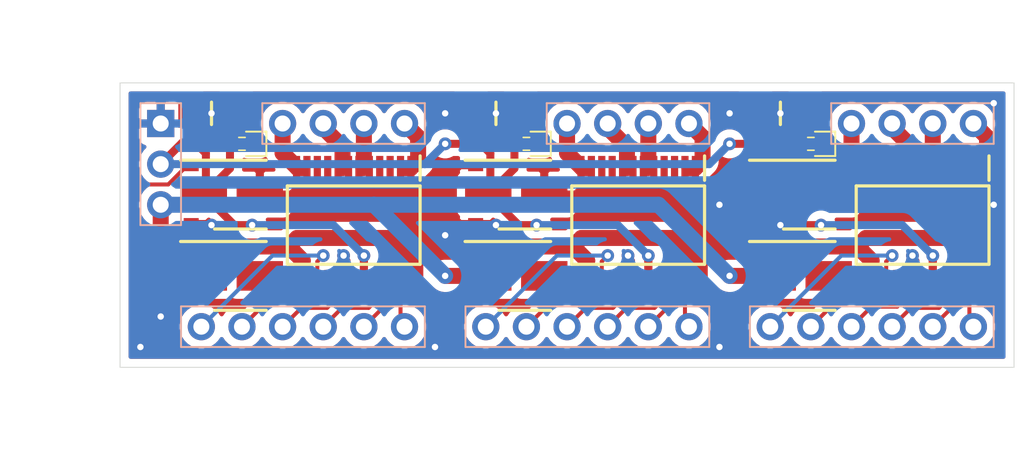
<source format=kicad_pcb>
(kicad_pcb (version 20171130) (host pcbnew "(5.1.8)-1")

  (general
    (thickness 1.6)
    (drawings 43)
    (tracks 264)
    (zones 0)
    (modules 34)
    (nets 37)
  )

  (page A4)
  (layers
    (0 F.Cu signal)
    (31 B.Cu signal)
    (32 B.Adhes user)
    (33 F.Adhes user)
    (34 B.Paste user)
    (35 F.Paste user)
    (36 B.SilkS user)
    (37 F.SilkS user)
    (38 B.Mask user)
    (39 F.Mask user)
    (40 Dwgs.User user)
    (41 Cmts.User user)
    (42 Eco1.User user)
    (43 Eco2.User user)
    (44 Edge.Cuts user)
    (45 Margin user)
    (46 B.CrtYd user)
    (47 F.CrtYd user)
    (48 B.Fab user)
    (49 F.Fab user)
  )

  (setup
    (last_trace_width 0.25)
    (user_trace_width 0.5)
    (user_trace_width 1)
    (trace_clearance 0.2)
    (zone_clearance 0.508)
    (zone_45_only no)
    (trace_min 0.1254)
    (via_size 0.8)
    (via_drill 0.4)
    (via_min_size 0.6)
    (via_min_drill 0.3)
    (uvia_size 0.3)
    (uvia_drill 0.1)
    (uvias_allowed no)
    (uvia_min_size 0.2)
    (uvia_min_drill 0.1)
    (edge_width 0.05)
    (segment_width 0.2)
    (pcb_text_width 0.3)
    (pcb_text_size 1.5 1.5)
    (mod_edge_width 0.12)
    (mod_text_size 1 1)
    (mod_text_width 0.15)
    (pad_size 1.7 1.7)
    (pad_drill 1)
    (pad_to_mask_clearance 0)
    (aux_axis_origin 101.6 129.54)
    (grid_origin 101.6 129.54)
    (visible_elements 7FFFFFFF)
    (pcbplotparams
      (layerselection 0x010f0_ffffffff)
      (usegerberextensions true)
      (usegerberattributes true)
      (usegerberadvancedattributes true)
      (creategerberjobfile false)
      (excludeedgelayer true)
      (linewidth 0.100000)
      (plotframeref false)
      (viasonmask false)
      (mode 1)
      (useauxorigin true)
      (hpglpennumber 1)
      (hpglpenspeed 20)
      (hpglpendiameter 15.000000)
      (psnegative false)
      (psa4output false)
      (plotreference true)
      (plotvalue true)
      (plotinvisibletext false)
      (padsonsilk false)
      (subtractmaskfromsilk true)
      (outputformat 1)
      (mirror false)
      (drillshape 0)
      (scaleselection 1)
      (outputdirectory "C:/Users/Mitsuyoshi Sugaya/Desktop/aegis/gerber/"))
  )

  (net 0 "")
  (net 1 "Net-(C1-Pad2)")
  (net 2 "Net-(C1-Pad1)")
  (net 3 "Net-(C10-Pad1)")
  (net 4 "Net-(D1-Pad1)")
  (net 5 "Net-(D2-Pad1)")
  (net 6 "Net-(D3-Pad1)")
  (net 7 "Net-(IC1-Pad1)")
  (net 8 "Net-(IC1-Pad5)")
  (net 9 "Net-(IC1-Pad7)")
  (net 10 "Net-(IC1-Pad11)")
  (net 11 "Net-(IC1-Pad15)")
  (net 12 "Net-(IC1-Pad16)")
  (net 13 "Net-(IC1-Pad17)")
  (net 14 "Net-(IC1-Pad21)")
  (net 15 "Net-(IC1-Pad22)")
  (net 16 "Net-(IC1-Pad23)")
  (net 17 "Net-(IC2-Pad23)")
  (net 18 "Net-(IC2-Pad22)")
  (net 19 "Net-(IC2-Pad21)")
  (net 20 "Net-(IC2-Pad17)")
  (net 21 "Net-(IC2-Pad16)")
  (net 22 "Net-(IC2-Pad15)")
  (net 23 "Net-(IC2-Pad11)")
  (net 24 "Net-(IC2-Pad7)")
  (net 25 "Net-(IC2-Pad5)")
  (net 26 "Net-(IC2-Pad1)")
  (net 27 "Net-(IC3-Pad1)")
  (net 28 "Net-(IC3-Pad5)")
  (net 29 "Net-(IC3-Pad7)")
  (net 30 "Net-(IC3-Pad11)")
  (net 31 "Net-(IC3-Pad15)")
  (net 32 "Net-(IC3-Pad16)")
  (net 33 "Net-(IC3-Pad17)")
  (net 34 "Net-(IC3-Pad21)")
  (net 35 "Net-(IC3-Pad22)")
  (net 36 "Net-(IC3-Pad23)")

  (net_class Default "This is the default net class."
    (clearance 0.2)
    (trace_width 0.25)
    (via_dia 0.8)
    (via_drill 0.4)
    (uvia_dia 0.3)
    (uvia_drill 0.1)
    (add_net "Net-(C1-Pad1)")
    (add_net "Net-(C1-Pad2)")
    (add_net "Net-(C10-Pad1)")
    (add_net "Net-(D1-Pad1)")
    (add_net "Net-(D2-Pad1)")
    (add_net "Net-(D3-Pad1)")
    (add_net "Net-(IC1-Pad1)")
    (add_net "Net-(IC1-Pad11)")
    (add_net "Net-(IC1-Pad15)")
    (add_net "Net-(IC1-Pad16)")
    (add_net "Net-(IC1-Pad17)")
    (add_net "Net-(IC1-Pad21)")
    (add_net "Net-(IC1-Pad22)")
    (add_net "Net-(IC1-Pad23)")
    (add_net "Net-(IC1-Pad5)")
    (add_net "Net-(IC1-Pad7)")
    (add_net "Net-(IC2-Pad1)")
    (add_net "Net-(IC2-Pad11)")
    (add_net "Net-(IC2-Pad15)")
    (add_net "Net-(IC2-Pad16)")
    (add_net "Net-(IC2-Pad17)")
    (add_net "Net-(IC2-Pad21)")
    (add_net "Net-(IC2-Pad22)")
    (add_net "Net-(IC2-Pad23)")
    (add_net "Net-(IC2-Pad5)")
    (add_net "Net-(IC2-Pad7)")
    (add_net "Net-(IC3-Pad1)")
    (add_net "Net-(IC3-Pad11)")
    (add_net "Net-(IC3-Pad15)")
    (add_net "Net-(IC3-Pad16)")
    (add_net "Net-(IC3-Pad17)")
    (add_net "Net-(IC3-Pad21)")
    (add_net "Net-(IC3-Pad22)")
    (add_net "Net-(IC3-Pad23)")
    (add_net "Net-(IC3-Pad5)")
    (add_net "Net-(IC3-Pad7)")
  )

  (module Connector_PinHeader_2.54mm:PinHeader_1x03_P2.54mm_Vertical (layer B.Cu) (tedit 6040A83D) (tstamp 60014FAF)
    (at 104.14 114.3 180)
    (descr "Through hole straight pin header, 1x03, 2.54mm pitch, single row")
    (tags "Through hole pin header THT 1x03 2.54mm single row")
    (path /60023B24)
    (fp_text reference J1 (at 0 2.33 180) (layer Cmts.User)
      (effects (font (size 1 1) (thickness 0.15)))
    )
    (fp_text value Conn_01x03_Female (at 0 -7.41 180) (layer B.Fab)
      (effects (font (size 1 1) (thickness 0.15)) (justify mirror))
    )
    (fp_line (start -0.635 1.27) (end 1.27 1.27) (layer B.Fab) (width 0.1))
    (fp_line (start 1.27 1.27) (end 1.27 -6.35) (layer B.Fab) (width 0.1))
    (fp_line (start 1.27 -6.35) (end -1.27 -6.35) (layer B.Fab) (width 0.1))
    (fp_line (start -1.27 -6.35) (end -1.27 0.635) (layer B.Fab) (width 0.1))
    (fp_line (start -1.27 0.635) (end -0.635 1.27) (layer B.Fab) (width 0.1))
    (fp_line (start -1.8 1.8) (end -1.8 -6.85) (layer B.CrtYd) (width 0.05))
    (fp_line (start -1.8 -6.85) (end 1.8 -6.85) (layer B.CrtYd) (width 0.05))
    (fp_line (start 1.8 -6.85) (end 1.8 1.8) (layer B.CrtYd) (width 0.05))
    (fp_line (start 1.8 1.8) (end -1.8 1.8) (layer B.CrtYd) (width 0.05))
    (fp_text user %R (at 0 -2.54 90) (layer B.Fab)
      (effects (font (size 1 1) (thickness 0.15)) (justify mirror))
    )
    (pad 1 thru_hole rect (at 0 0 180) (size 1.7 1.7) (drill 1) (layers *.Cu *.Mask)
      (net 1 "Net-(C1-Pad2)"))
    (pad 2 thru_hole oval (at 0 -2.54 180) (size 1.7 1.7) (drill 1) (layers *.Cu *.Mask)
      (net 3 "Net-(C10-Pad1)"))
    (pad 3 thru_hole oval (at 0 -5.08 180) (size 1.7 1.7) (drill 1) (layers *.Cu *.Mask)
      (net 2 "Net-(C1-Pad1)"))
    (model ${KISYS3DMOD}/Connector_PinHeader_2.54mm.3dshapes/PinHeader_1x03_P2.54mm_Vertical.wrl
      (at (xyz 0 0 0))
      (scale (xyz 1 1 1))
      (rotate (xyz 0 0 0))
    )
  )

  (module Connector_PinHeader_2.54mm:PinHeader_1x03_P2.54mm_Vertical (layer B.Cu) (tedit 6040A80E) (tstamp 6001532A)
    (at 111.76 127 90)
    (descr "Through hole straight pin header, 1x03, 2.54mm pitch, single row")
    (tags "Through hole pin header THT 1x03 2.54mm single row")
    (path /5FF22F2C)
    (fp_text reference J2 (at 0 2.33 90) (layer Cmts.User)
      (effects (font (size 1 1) (thickness 0.15)))
    )
    (fp_text value Conn_01x03_Female (at 0 -7.41 90) (layer B.Fab)
      (effects (font (size 1 1) (thickness 0.15)) (justify mirror))
    )
    (fp_line (start 1.8 1.8) (end -1.8 1.8) (layer B.CrtYd) (width 0.05))
    (fp_line (start 1.8 -6.85) (end 1.8 1.8) (layer B.CrtYd) (width 0.05))
    (fp_line (start -1.8 -6.85) (end 1.8 -6.85) (layer B.CrtYd) (width 0.05))
    (fp_line (start -1.8 1.8) (end -1.8 -6.85) (layer B.CrtYd) (width 0.05))
    (fp_line (start -1.27 0.635) (end -0.635 1.27) (layer B.Fab) (width 0.1))
    (fp_line (start -1.27 -6.35) (end -1.27 0.635) (layer B.Fab) (width 0.1))
    (fp_line (start 1.27 -6.35) (end -1.27 -6.35) (layer B.Fab) (width 0.1))
    (fp_line (start 1.27 1.27) (end 1.27 -6.35) (layer B.Fab) (width 0.1))
    (fp_line (start -0.635 1.27) (end 1.27 1.27) (layer B.Fab) (width 0.1))
    (fp_text user %R (at 0 -2.54) (layer B.Fab)
      (effects (font (size 1 1) (thickness 0.15)) (justify mirror))
    )
    (pad 1 thru_hole circle (at 0 0 90) (size 1.7 1.7) (drill 1) (layers *.Cu *.Mask)
      (net 13 "Net-(IC1-Pad17)"))
    (pad 2 thru_hole oval (at 0 -2.54 90) (size 1.7 1.7) (drill 1) (layers *.Cu *.Mask)
      (net 12 "Net-(IC1-Pad16)"))
    (pad 3 thru_hole oval (at 0 -5.08 90) (size 1.7 1.7) (drill 1) (layers *.Cu *.Mask)
      (net 11 "Net-(IC1-Pad15)"))
    (model ${KISYS3DMOD}/Connector_PinHeader_2.54mm.3dshapes/PinHeader_1x03_P2.54mm_Vertical.wrl
      (at (xyz 0 0 0))
      (scale (xyz 1 1 1))
      (rotate (xyz 0 0 0))
    )
  )

  (module Connector_PinHeader_2.54mm:PinHeader_1x03_P2.54mm_Vertical (layer B.Cu) (tedit 6040A7FD) (tstamp 5FE75868)
    (at 119.38 127 90)
    (descr "Through hole straight pin header, 1x03, 2.54mm pitch, single row")
    (tags "Through hole pin header THT 1x03 2.54mm single row")
    (path /5FF542F4)
    (fp_text reference J3 (at 0 0.635 270) (layer Cmts.User)
      (effects (font (size 1 1) (thickness 0.15)))
    )
    (fp_text value Conn_01x03_Female (at 0 -7.41 270) (layer B.Fab)
      (effects (font (size 1 1) (thickness 0.15)) (justify mirror))
    )
    (fp_line (start 1.8 1.8) (end -1.8 1.8) (layer B.CrtYd) (width 0.05))
    (fp_line (start 1.8 -6.85) (end 1.8 1.8) (layer B.CrtYd) (width 0.05))
    (fp_line (start -1.8 -6.85) (end 1.8 -6.85) (layer B.CrtYd) (width 0.05))
    (fp_line (start -1.8 1.8) (end -1.8 -6.85) (layer B.CrtYd) (width 0.05))
    (fp_line (start -1.27 0.635) (end -0.635 1.27) (layer B.Fab) (width 0.1))
    (fp_line (start -1.27 -6.35) (end -1.27 0.635) (layer B.Fab) (width 0.1))
    (fp_line (start 1.27 -6.35) (end -1.27 -6.35) (layer B.Fab) (width 0.1))
    (fp_line (start 1.27 1.27) (end 1.27 -6.35) (layer B.Fab) (width 0.1))
    (fp_line (start -0.635 1.27) (end 1.27 1.27) (layer B.Fab) (width 0.1))
    (fp_text user %R (at 0 -2.54 180) (layer B.Fab)
      (effects (font (size 1 1) (thickness 0.15)) (justify mirror))
    )
    (pad 1 thru_hole circle (at 0 0 90) (size 1.7 1.7) (drill 1) (layers *.Cu *.Mask)
      (net 16 "Net-(IC1-Pad23)"))
    (pad 2 thru_hole oval (at 0 -2.54 90) (size 1.7 1.7) (drill 1) (layers *.Cu *.Mask)
      (net 15 "Net-(IC1-Pad22)"))
    (pad 3 thru_hole oval (at 0 -5.08 90) (size 1.7 1.7) (drill 1) (layers *.Cu *.Mask)
      (net 14 "Net-(IC1-Pad21)"))
    (model ${KISYS3DMOD}/Connector_PinHeader_2.54mm.3dshapes/PinHeader_1x03_P2.54mm_Vertical.wrl
      (at (xyz 0 0 0))
      (scale (xyz 1 1 1))
      (rotate (xyz 0 0 0))
    )
  )

  (module Connector_PinHeader_2.54mm:PinHeader_1x03_P2.54mm_Vertical (layer B.Cu) (tedit 6040A7EE) (tstamp 5FE7587F)
    (at 129.54 127 90)
    (descr "Through hole straight pin header, 1x03, 2.54mm pitch, single row")
    (tags "Through hole pin header THT 1x03 2.54mm single row")
    (path /5FF4428D)
    (fp_text reference J4 (at 0 2.33 270) (layer Cmts.User)
      (effects (font (size 1 1) (thickness 0.15)))
    )
    (fp_text value Conn_01x03_Female (at 0 -7.41 270) (layer B.Fab)
      (effects (font (size 1 1) (thickness 0.15)) (justify mirror))
    )
    (fp_line (start -0.635 1.27) (end 1.27 1.27) (layer B.Fab) (width 0.1))
    (fp_line (start 1.27 1.27) (end 1.27 -6.35) (layer B.Fab) (width 0.1))
    (fp_line (start 1.27 -6.35) (end -1.27 -6.35) (layer B.Fab) (width 0.1))
    (fp_line (start -1.27 -6.35) (end -1.27 0.635) (layer B.Fab) (width 0.1))
    (fp_line (start -1.27 0.635) (end -0.635 1.27) (layer B.Fab) (width 0.1))
    (fp_line (start -1.8 1.8) (end -1.8 -6.85) (layer B.CrtYd) (width 0.05))
    (fp_line (start -1.8 -6.85) (end 1.8 -6.85) (layer B.CrtYd) (width 0.05))
    (fp_line (start 1.8 -6.85) (end 1.8 1.8) (layer B.CrtYd) (width 0.05))
    (fp_line (start 1.8 1.8) (end -1.8 1.8) (layer B.CrtYd) (width 0.05))
    (fp_text user %R (at 0 -2.54 180) (layer B.Fab)
      (effects (font (size 1 1) (thickness 0.15)) (justify mirror))
    )
    (pad 3 thru_hole oval (at 0 -5.08 90) (size 1.7 1.7) (drill 1) (layers *.Cu *.Mask)
      (net 22 "Net-(IC2-Pad15)"))
    (pad 2 thru_hole oval (at 0 -2.54 90) (size 1.7 1.7) (drill 1) (layers *.Cu *.Mask)
      (net 21 "Net-(IC2-Pad16)"))
    (pad 1 thru_hole circle (at 0 0 90) (size 1.7 1.7) (drill 1) (layers *.Cu *.Mask)
      (net 20 "Net-(IC2-Pad17)"))
    (model ${KISYS3DMOD}/Connector_PinHeader_2.54mm.3dshapes/PinHeader_1x03_P2.54mm_Vertical.wrl
      (at (xyz 0 0 0))
      (scale (xyz 1 1 1))
      (rotate (xyz 0 0 0))
    )
  )

  (module Connector_PinHeader_2.54mm:PinHeader_1x03_P2.54mm_Vertical (layer B.Cu) (tedit 6040A7DD) (tstamp 5FE75896)
    (at 137.16 127 90)
    (descr "Through hole straight pin header, 1x03, 2.54mm pitch, single row")
    (tags "Through hole pin header THT 1x03 2.54mm single row")
    (path /5FF6448B)
    (fp_text reference J5 (at 0 0.635 270) (layer Cmts.User)
      (effects (font (size 1 1) (thickness 0.15)))
    )
    (fp_text value Conn_01x03_Female (at 0 -7.41 270) (layer B.Fab)
      (effects (font (size 1 1) (thickness 0.15)) (justify mirror))
    )
    (fp_line (start -0.635 1.27) (end 1.27 1.27) (layer B.Fab) (width 0.1))
    (fp_line (start 1.27 1.27) (end 1.27 -6.35) (layer B.Fab) (width 0.1))
    (fp_line (start 1.27 -6.35) (end -1.27 -6.35) (layer B.Fab) (width 0.1))
    (fp_line (start -1.27 -6.35) (end -1.27 0.635) (layer B.Fab) (width 0.1))
    (fp_line (start -1.27 0.635) (end -0.635 1.27) (layer B.Fab) (width 0.1))
    (fp_line (start -1.8 1.8) (end -1.8 -6.85) (layer B.CrtYd) (width 0.05))
    (fp_line (start -1.8 -6.85) (end 1.8 -6.85) (layer B.CrtYd) (width 0.05))
    (fp_line (start 1.8 -6.85) (end 1.8 1.8) (layer B.CrtYd) (width 0.05))
    (fp_line (start 1.8 1.8) (end -1.8 1.8) (layer B.CrtYd) (width 0.05))
    (fp_text user %R (at 0 -2.54 180) (layer B.Fab)
      (effects (font (size 1 1) (thickness 0.15)) (justify mirror))
    )
    (pad 3 thru_hole oval (at 0 -5.08 90) (size 1.7 1.7) (drill 1) (layers *.Cu *.Mask)
      (net 19 "Net-(IC2-Pad21)"))
    (pad 2 thru_hole oval (at 0 -2.54 90) (size 1.7 1.7) (drill 1) (layers *.Cu *.Mask)
      (net 18 "Net-(IC2-Pad22)"))
    (pad 1 thru_hole circle (at 0 0 90) (size 1.7 1.7) (drill 1) (layers *.Cu *.Mask)
      (net 17 "Net-(IC2-Pad23)"))
    (model ${KISYS3DMOD}/Connector_PinHeader_2.54mm.3dshapes/PinHeader_1x03_P2.54mm_Vertical.wrl
      (at (xyz 0 0 0))
      (scale (xyz 1 1 1))
      (rotate (xyz 0 0 0))
    )
  )

  (module Connector_PinHeader_2.54mm:PinHeader_1x03_P2.54mm_Vertical (layer B.Cu) (tedit 6040A7CC) (tstamp 5FE758AD)
    (at 147.32 127 90)
    (descr "Through hole straight pin header, 1x03, 2.54mm pitch, single row")
    (tags "Through hole pin header THT 1x03 2.54mm single row")
    (path /5FF74BFC)
    (fp_text reference J6 (at 0 2.33 270) (layer Cmts.User)
      (effects (font (size 1 1) (thickness 0.15)))
    )
    (fp_text value Conn_01x03_Female (at 0 -7.41 270) (layer B.Fab)
      (effects (font (size 1 1) (thickness 0.15)) (justify mirror))
    )
    (fp_line (start 1.8 1.8) (end -1.8 1.8) (layer B.CrtYd) (width 0.05))
    (fp_line (start 1.8 -6.85) (end 1.8 1.8) (layer B.CrtYd) (width 0.05))
    (fp_line (start -1.8 -6.85) (end 1.8 -6.85) (layer B.CrtYd) (width 0.05))
    (fp_line (start -1.8 1.8) (end -1.8 -6.85) (layer B.CrtYd) (width 0.05))
    (fp_line (start -1.27 0.635) (end -0.635 1.27) (layer B.Fab) (width 0.1))
    (fp_line (start -1.27 -6.35) (end -1.27 0.635) (layer B.Fab) (width 0.1))
    (fp_line (start 1.27 -6.35) (end -1.27 -6.35) (layer B.Fab) (width 0.1))
    (fp_line (start 1.27 1.27) (end 1.27 -6.35) (layer B.Fab) (width 0.1))
    (fp_line (start -0.635 1.27) (end 1.27 1.27) (layer B.Fab) (width 0.1))
    (fp_text user %R (at 0 -2.54 180) (layer B.Fab)
      (effects (font (size 1 1) (thickness 0.15)) (justify mirror))
    )
    (pad 1 thru_hole circle (at 0 0 90) (size 1.7 1.7) (drill 1) (layers *.Cu *.Mask)
      (net 33 "Net-(IC3-Pad17)"))
    (pad 2 thru_hole oval (at 0 -2.54 90) (size 1.7 1.7) (drill 1) (layers *.Cu *.Mask)
      (net 32 "Net-(IC3-Pad16)"))
    (pad 3 thru_hole oval (at 0 -5.08 90) (size 1.7 1.7) (drill 1) (layers *.Cu *.Mask)
      (net 31 "Net-(IC3-Pad15)"))
    (model ${KISYS3DMOD}/Connector_PinHeader_2.54mm.3dshapes/PinHeader_1x03_P2.54mm_Vertical.wrl
      (at (xyz 0 0 0))
      (scale (xyz 1 1 1))
      (rotate (xyz 0 0 0))
    )
  )

  (module Connector_PinHeader_2.54mm:PinHeader_1x03_P2.54mm_Vertical (layer B.Cu) (tedit 6040A7BA) (tstamp 5FE758C4)
    (at 154.94 127 90)
    (descr "Through hole straight pin header, 1x03, 2.54mm pitch, single row")
    (tags "Through hole pin header THT 1x03 2.54mm single row")
    (path /5FF85427)
    (fp_text reference J7 (at 0 0.635 270) (layer Cmts.User)
      (effects (font (size 1 1) (thickness 0.15)))
    )
    (fp_text value Conn_01x03_Female (at 0 -7.41 270) (layer B.Fab)
      (effects (font (size 1 1) (thickness 0.15)) (justify mirror))
    )
    (fp_line (start -0.635 1.27) (end 1.27 1.27) (layer B.Fab) (width 0.1))
    (fp_line (start 1.27 1.27) (end 1.27 -6.35) (layer B.Fab) (width 0.1))
    (fp_line (start 1.27 -6.35) (end -1.27 -6.35) (layer B.Fab) (width 0.1))
    (fp_line (start -1.27 -6.35) (end -1.27 0.635) (layer B.Fab) (width 0.1))
    (fp_line (start -1.27 0.635) (end -0.635 1.27) (layer B.Fab) (width 0.1))
    (fp_line (start -1.8 1.8) (end -1.8 -6.85) (layer B.CrtYd) (width 0.05))
    (fp_line (start -1.8 -6.85) (end 1.8 -6.85) (layer B.CrtYd) (width 0.05))
    (fp_line (start 1.8 -6.85) (end 1.8 1.8) (layer B.CrtYd) (width 0.05))
    (fp_line (start 1.8 1.8) (end -1.8 1.8) (layer B.CrtYd) (width 0.05))
    (fp_text user %R (at 0 -2.54 180) (layer B.Fab)
      (effects (font (size 1 1) (thickness 0.15)) (justify mirror))
    )
    (pad 3 thru_hole oval (at 0 -5.08 90) (size 1.7 1.7) (drill 1) (layers *.Cu *.Mask)
      (net 34 "Net-(IC3-Pad21)"))
    (pad 2 thru_hole oval (at 0 -2.54 90) (size 1.7 1.7) (drill 1) (layers *.Cu *.Mask)
      (net 35 "Net-(IC3-Pad22)"))
    (pad 1 thru_hole circle (at 0 0 90) (size 1.7 1.7) (drill 1) (layers *.Cu *.Mask)
      (net 36 "Net-(IC3-Pad23)"))
    (model ${KISYS3DMOD}/Connector_PinHeader_2.54mm.3dshapes/PinHeader_1x03_P2.54mm_Vertical.wrl
      (at (xyz 0 0 0))
      (scale (xyz 1 1 1))
      (rotate (xyz 0 0 0))
    )
  )

  (module Connector_PinHeader_2.54mm:PinHeader_1x02_P2.54mm_Vertical (layer B.Cu) (tedit 6040A799) (tstamp 5FE75948)
    (at 152.4 114.3 270)
    (descr "Through hole straight pin header, 1x02, 2.54mm pitch, single row")
    (tags "Through hole pin header THT 1x02 2.54mm single row")
    (path /5FEE42A2)
    (fp_text reference J13 (at 0 2.33 90) (layer Cmts.User)
      (effects (font (size 1 1) (thickness 0.15)))
    )
    (fp_text value Conn_01x02_Female (at 0 -4.87 90) (layer B.Fab)
      (effects (font (size 1 1) (thickness 0.15)) (justify mirror))
    )
    (fp_line (start 1.8 1.8) (end -1.8 1.8) (layer B.CrtYd) (width 0.05))
    (fp_line (start 1.8 -4.35) (end 1.8 1.8) (layer B.CrtYd) (width 0.05))
    (fp_line (start -1.8 -4.35) (end 1.8 -4.35) (layer B.CrtYd) (width 0.05))
    (fp_line (start -1.8 1.8) (end -1.8 -4.35) (layer B.CrtYd) (width 0.05))
    (fp_line (start -1.27 0.635) (end -0.635 1.27) (layer B.Fab) (width 0.1))
    (fp_line (start -1.27 -3.81) (end -1.27 0.635) (layer B.Fab) (width 0.1))
    (fp_line (start 1.27 -3.81) (end -1.27 -3.81) (layer B.Fab) (width 0.1))
    (fp_line (start 1.27 1.27) (end 1.27 -3.81) (layer B.Fab) (width 0.1))
    (fp_line (start -0.635 1.27) (end 1.27 1.27) (layer B.Fab) (width 0.1))
    (fp_text user %R (at 0 -1.27) (layer B.Fab)
      (effects (font (size 1 1) (thickness 0.15)) (justify mirror))
    )
    (pad 1 thru_hole circle (at 0 0 270) (size 1.7 1.7) (drill 1) (layers *.Cu *.Mask)
      (net 28 "Net-(IC3-Pad5)"))
    (pad 2 thru_hole oval (at 0 -2.54 270) (size 1.7 1.7) (drill 1) (layers *.Cu *.Mask)
      (net 27 "Net-(IC3-Pad1)"))
    (model ${KISYS3DMOD}/Connector_PinHeader_2.54mm.3dshapes/PinHeader_1x02_P2.54mm_Vertical.wrl
      (at (xyz 0 0 0))
      (scale (xyz 1 1 1))
      (rotate (xyz 0 0 0))
    )
  )

  (module Connector_PinHeader_2.54mm:PinHeader_1x02_P2.54mm_Vertical (layer B.Cu) (tedit 6040A785) (tstamp 5FE75932)
    (at 147.32 114.3 270)
    (descr "Through hole straight pin header, 1x02, 2.54mm pitch, single row")
    (tags "Through hole pin header THT 1x02 2.54mm single row")
    (path /5FED44D2)
    (fp_text reference J12 (at 0 0.635 90) (layer Cmts.User)
      (effects (font (size 1 1) (thickness 0.15)))
    )
    (fp_text value Conn_01x02_Female (at 0 -4.87 90) (layer B.Fab)
      (effects (font (size 1 1) (thickness 0.15)) (justify mirror))
    )
    (fp_line (start -0.635 1.27) (end 1.27 1.27) (layer B.Fab) (width 0.1))
    (fp_line (start 1.27 1.27) (end 1.27 -3.81) (layer B.Fab) (width 0.1))
    (fp_line (start 1.27 -3.81) (end -1.27 -3.81) (layer B.Fab) (width 0.1))
    (fp_line (start -1.27 -3.81) (end -1.27 0.635) (layer B.Fab) (width 0.1))
    (fp_line (start -1.27 0.635) (end -0.635 1.27) (layer B.Fab) (width 0.1))
    (fp_line (start -1.8 1.8) (end -1.8 -4.35) (layer B.CrtYd) (width 0.05))
    (fp_line (start -1.8 -4.35) (end 1.8 -4.35) (layer B.CrtYd) (width 0.05))
    (fp_line (start 1.8 -4.35) (end 1.8 1.8) (layer B.CrtYd) (width 0.05))
    (fp_line (start 1.8 1.8) (end -1.8 1.8) (layer B.CrtYd) (width 0.05))
    (fp_text user %R (at 0 -1.27) (layer B.Fab)
      (effects (font (size 1 1) (thickness 0.15)) (justify mirror))
    )
    (pad 2 thru_hole oval (at 0 -2.54 270) (size 1.7 1.7) (drill 1) (layers *.Cu *.Mask)
      (net 29 "Net-(IC3-Pad7)"))
    (pad 1 thru_hole circle (at 0 0 270) (size 1.7 1.7) (drill 1) (layers *.Cu *.Mask)
      (net 30 "Net-(IC3-Pad11)"))
    (model ${KISYS3DMOD}/Connector_PinHeader_2.54mm.3dshapes/PinHeader_1x02_P2.54mm_Vertical.wrl
      (at (xyz 0 0 0))
      (scale (xyz 1 1 1))
      (rotate (xyz 0 0 0))
    )
  )

  (module Connector_PinHeader_2.54mm:PinHeader_1x02_P2.54mm_Vertical (layer B.Cu) (tedit 6040A755) (tstamp 604109AD)
    (at 134.62 114.3 270)
    (descr "Through hole straight pin header, 1x02, 2.54mm pitch, single row")
    (tags "Through hole pin header THT 1x02 2.54mm single row")
    (path /5FEC4857)
    (fp_text reference J11 (at 0 2.33 270) (layer Cmts.User)
      (effects (font (size 1 1) (thickness 0.15)) (justify mirror))
    )
    (fp_text value Conn_01x02_Female (at 0 -4.87 270) (layer B.Fab)
      (effects (font (size 1 1) (thickness 0.15)) (justify mirror))
    )
    (fp_line (start -0.635 1.27) (end 1.27 1.27) (layer B.Fab) (width 0.1))
    (fp_line (start 1.27 1.27) (end 1.27 -3.81) (layer B.Fab) (width 0.1))
    (fp_line (start 1.27 -3.81) (end -1.27 -3.81) (layer B.Fab) (width 0.1))
    (fp_line (start -1.27 -3.81) (end -1.27 0.635) (layer B.Fab) (width 0.1))
    (fp_line (start -1.27 0.635) (end -0.635 1.27) (layer B.Fab) (width 0.1))
    (fp_line (start -1.8 1.8) (end -1.8 -4.35) (layer B.CrtYd) (width 0.05))
    (fp_line (start -1.8 -4.35) (end 1.8 -4.35) (layer B.CrtYd) (width 0.05))
    (fp_line (start 1.8 -4.35) (end 1.8 1.8) (layer B.CrtYd) (width 0.05))
    (fp_line (start 1.8 1.8) (end -1.8 1.8) (layer B.CrtYd) (width 0.05))
    (fp_text user %R (at 0 -1.27 180) (layer B.Fab)
      (effects (font (size 1 1) (thickness 0.15)) (justify mirror))
    )
    (pad 1 thru_hole circle (at 0 0 270) (size 1.7 1.7) (drill 1) (layers *.Cu *.Mask)
      (net 25 "Net-(IC2-Pad5)"))
    (pad 2 thru_hole oval (at 0 -2.54 270) (size 1.7 1.7) (drill 1) (layers *.Cu *.Mask)
      (net 26 "Net-(IC2-Pad1)"))
    (model ${KISYS3DMOD}/Connector_PinHeader_2.54mm.3dshapes/PinHeader_1x02_P2.54mm_Vertical.wrl
      (at (xyz 0 0 0))
      (scale (xyz 1 1 1))
      (rotate (xyz 0 0 0))
    )
  )

  (module Connector_PinHeader_2.54mm:PinHeader_1x02_P2.54mm_Vertical (layer B.Cu) (tedit 6040A726) (tstamp 5FE75906)
    (at 129.54 114.3 270)
    (descr "Through hole straight pin header, 1x02, 2.54mm pitch, single row")
    (tags "Through hole pin header THT 1x02 2.54mm single row")
    (path /5FEB4D58)
    (fp_text reference J10 (at 0 0.635 90) (layer Cmts.User)
      (effects (font (size 1 1) (thickness 0.15)))
    )
    (fp_text value Conn_01x02_Female (at 0 -4.87 90) (layer B.Fab)
      (effects (font (size 1 1) (thickness 0.15)) (justify mirror))
    )
    (fp_line (start 1.8 1.8) (end -1.8 1.8) (layer B.CrtYd) (width 0.05))
    (fp_line (start 1.8 -4.35) (end 1.8 1.8) (layer B.CrtYd) (width 0.05))
    (fp_line (start -1.8 -4.35) (end 1.8 -4.35) (layer B.CrtYd) (width 0.05))
    (fp_line (start -1.8 1.8) (end -1.8 -4.35) (layer B.CrtYd) (width 0.05))
    (fp_line (start -1.27 0.635) (end -0.635 1.27) (layer B.Fab) (width 0.1))
    (fp_line (start -1.27 -3.81) (end -1.27 0.635) (layer B.Fab) (width 0.1))
    (fp_line (start 1.27 -3.81) (end -1.27 -3.81) (layer B.Fab) (width 0.1))
    (fp_line (start 1.27 1.27) (end 1.27 -3.81) (layer B.Fab) (width 0.1))
    (fp_line (start -0.635 1.27) (end 1.27 1.27) (layer B.Fab) (width 0.1))
    (fp_text user %R (at 0 -1.27) (layer B.Fab)
      (effects (font (size 1 1) (thickness 0.15)) (justify mirror))
    )
    (pad 1 thru_hole circle (at 0 0 270) (size 1.7 1.7) (drill 1) (layers *.Cu *.Mask)
      (net 23 "Net-(IC2-Pad11)"))
    (pad 2 thru_hole oval (at 0 -2.54 270) (size 1.7 1.7) (drill 1) (layers *.Cu *.Mask)
      (net 24 "Net-(IC2-Pad7)"))
    (model ${KISYS3DMOD}/Connector_PinHeader_2.54mm.3dshapes/PinHeader_1x02_P2.54mm_Vertical.wrl
      (at (xyz 0 0 0))
      (scale (xyz 1 1 1))
      (rotate (xyz 0 0 0))
    )
  )

  (module Connector_PinHeader_2.54mm:PinHeader_1x02_P2.54mm_Vertical (layer B.Cu) (tedit 6040A6AE) (tstamp 5FE758DA)
    (at 111.76 114.3 270)
    (descr "Through hole straight pin header, 1x02, 2.54mm pitch, single row")
    (tags "Through hole pin header THT 1x02 2.54mm single row")
    (path /5FEA3D9A)
    (fp_text reference J8 (at 0 0.635 90) (layer Cmts.User)
      (effects (font (size 1 1) (thickness 0.15)))
    )
    (fp_text value Conn_01x02_Female (at 0 -4.87 90) (layer B.Fab)
      (effects (font (size 1 1) (thickness 0.15)) (justify mirror))
    )
    (fp_line (start 1.8 1.8) (end -1.8 1.8) (layer B.CrtYd) (width 0.05))
    (fp_line (start 1.8 -4.35) (end 1.8 1.8) (layer B.CrtYd) (width 0.05))
    (fp_line (start -1.8 -4.35) (end 1.8 -4.35) (layer B.CrtYd) (width 0.05))
    (fp_line (start -1.8 1.8) (end -1.8 -4.35) (layer B.CrtYd) (width 0.05))
    (fp_line (start -1.27 0.635) (end -0.635 1.27) (layer B.Fab) (width 0.1))
    (fp_line (start -1.27 -3.81) (end -1.27 0.635) (layer B.Fab) (width 0.1))
    (fp_line (start 1.27 -3.81) (end -1.27 -3.81) (layer B.Fab) (width 0.1))
    (fp_line (start 1.27 1.27) (end 1.27 -3.81) (layer B.Fab) (width 0.1))
    (fp_line (start -0.635 1.27) (end 1.27 1.27) (layer B.Fab) (width 0.1))
    (fp_text user %R (at 0 0) (layer B.Fab)
      (effects (font (size 1 1) (thickness 0.15)) (justify mirror))
    )
    (pad 1 thru_hole circle (at 0 0 270) (size 1.7 1.7) (drill 1) (layers *.Cu *.Mask)
      (net 10 "Net-(IC1-Pad11)"))
    (pad 2 thru_hole oval (at 0 -2.54 270) (size 1.7 1.7) (drill 1) (layers *.Cu *.Mask)
      (net 9 "Net-(IC1-Pad7)"))
    (model ${KISYS3DMOD}/Connector_PinHeader_2.54mm.3dshapes/PinHeader_1x02_P2.54mm_Vertical.wrl
      (at (xyz 0 0 0))
      (scale (xyz 1 1 1))
      (rotate (xyz 0 0 0))
    )
  )

  (module Connector_PinHeader_2.54mm:PinHeader_1x02_P2.54mm_Vertical (layer B.Cu) (tedit 6040A697) (tstamp 5FE758F0)
    (at 116.84 114.3 270)
    (descr "Through hole straight pin header, 1x02, 2.54mm pitch, single row")
    (tags "Through hole pin header THT 1x02 2.54mm single row")
    (path /5FEA525E)
    (fp_text reference J9 (at 0 2.33 90) (layer Cmts.User)
      (effects (font (size 1 1) (thickness 0.15)))
    )
    (fp_text value Conn_01x02_Female (at 0 -4.87 90) (layer B.Fab)
      (effects (font (size 1 1) (thickness 0.15)) (justify mirror))
    )
    (fp_line (start -0.635 1.27) (end 1.27 1.27) (layer B.Fab) (width 0.1))
    (fp_line (start 1.27 1.27) (end 1.27 -3.81) (layer B.Fab) (width 0.1))
    (fp_line (start 1.27 -3.81) (end -1.27 -3.81) (layer B.Fab) (width 0.1))
    (fp_line (start -1.27 -3.81) (end -1.27 0.635) (layer B.Fab) (width 0.1))
    (fp_line (start -1.27 0.635) (end -0.635 1.27) (layer B.Fab) (width 0.1))
    (fp_line (start -1.8 1.8) (end -1.8 -4.35) (layer B.CrtYd) (width 0.05))
    (fp_line (start -1.8 -4.35) (end 1.8 -4.35) (layer B.CrtYd) (width 0.05))
    (fp_line (start 1.8 -4.35) (end 1.8 1.8) (layer B.CrtYd) (width 0.05))
    (fp_line (start 1.8 1.8) (end -1.8 1.8) (layer B.CrtYd) (width 0.05))
    (fp_text user %R (at 0 -1.27) (layer B.Fab)
      (effects (font (size 1 1) (thickness 0.15)) (justify mirror))
    )
    (pad 2 thru_hole oval (at 0 -2.54 270) (size 1.7 1.7) (drill 1) (layers *.Cu *.Mask)
      (net 7 "Net-(IC1-Pad1)"))
    (pad 1 thru_hole circle (at 0 0 270) (size 1.7 1.7) (drill 1) (layers *.Cu *.Mask)
      (net 8 "Net-(IC1-Pad5)"))
    (model ${KISYS3DMOD}/Connector_PinHeader_2.54mm.3dshapes/PinHeader_1x02_P2.54mm_Vertical.wrl
      (at (xyz 0 0 0))
      (scale (xyz 1 1 1))
      (rotate (xyz 0 0 0))
    )
  )

  (module SamacSys_Parts:CAPAE430X730N (layer F.Cu) (tedit 0) (tstamp 5FE756B7)
    (at 108.585 123.825)
    (descr 4*7--)
    (tags "Capacitor Polarised")
    (path /5FEF0229)
    (attr smd)
    (fp_text reference C1 (at 0 0) (layer Cmts.User)
      (effects (font (size 1.27 1.27) (thickness 0.254)))
    )
    (fp_text value 10u (at 0 0) (layer F.SilkS) hide
      (effects (font (size 1.27 1.27) (thickness 0.254)))
    )
    (fp_line (start -3.7 -2.75) (end 3.7 -2.75) (layer F.CrtYd) (width 0.05))
    (fp_line (start 3.7 -2.75) (end 3.7 2.75) (layer F.CrtYd) (width 0.05))
    (fp_line (start 3.7 2.75) (end -3.7 2.75) (layer F.CrtYd) (width 0.05))
    (fp_line (start -3.7 2.75) (end -3.7 -2.75) (layer F.CrtYd) (width 0.05))
    (fp_line (start 2.15 -2.15) (end -1.075 -2.15) (layer F.Fab) (width 0.1))
    (fp_line (start -1.075 -2.15) (end -2.15 -1.075) (layer F.Fab) (width 0.1))
    (fp_line (start -2.15 -1.075) (end -2.15 1.075) (layer F.Fab) (width 0.1))
    (fp_line (start -2.15 1.075) (end -1.075 2.15) (layer F.Fab) (width 0.1))
    (fp_line (start -1.075 2.15) (end 2.15 2.15) (layer F.Fab) (width 0.1))
    (fp_line (start 2.15 2.15) (end 2.15 -2.15) (layer F.Fab) (width 0.1))
    (fp_line (start -3.2 -2.15) (end 2.15 -2.15) (layer F.SilkS) (width 0.2))
    (fp_line (start -1.075 2.15) (end 2.15 2.15) (layer F.SilkS) (width 0.2))
    (fp_text user %R (at 0 0) (layer F.Fab)
      (effects (font (size 1.27 1.27) (thickness 0.254)))
    )
    (pad 2 smd rect (at 1.75 0 90) (size 1.85 2.9) (layers F.Cu F.Paste F.Mask)
      (net 1 "Net-(C1-Pad2)"))
    (pad 1 smd rect (at -1.75 0 90) (size 1.85 2.9) (layers F.Cu F.Paste F.Mask)
      (net 2 "Net-(C1-Pad1)"))
    (model "C:\\Users\\Mitsuyoshi Sugaya\\Documents\\kicad\\SamacSys_Parts.3dshapes\\UCB1C100MCL1GS.stp"
      (at (xyz 0 0 0))
      (scale (xyz 1 1 1))
      (rotate (xyz 0 0 0))
    )
  )

  (module SamacSys_Parts:CAPC1608X90N (layer F.Cu) (tedit 0) (tstamp 5FE756C6)
    (at 106.045 116.205 270)
    (descr "GRM18_0.10 L=1.6mm W=0.8mm T=0.8mm")
    (tags Capacitor)
    (path /5FEF0209)
    (attr smd)
    (fp_text reference C2 (at 0 0 90) (layer Cmts.User)
      (effects (font (size 1.27 1.27) (thickness 0.254)))
    )
    (fp_text value 0.1u (at 0 0 90) (layer F.SilkS) hide
      (effects (font (size 1.27 1.27) (thickness 0.254)))
    )
    (fp_line (start -0.8 0.4) (end -0.8 -0.4) (layer F.Fab) (width 0.1))
    (fp_line (start 0.8 0.4) (end -0.8 0.4) (layer F.Fab) (width 0.1))
    (fp_line (start 0.8 -0.4) (end 0.8 0.4) (layer F.Fab) (width 0.1))
    (fp_line (start -0.8 -0.4) (end 0.8 -0.4) (layer F.Fab) (width 0.1))
    (fp_line (start -1.225 0.62) (end -1.225 -0.62) (layer F.CrtYd) (width 0.05))
    (fp_line (start 1.225 0.62) (end -1.225 0.62) (layer F.CrtYd) (width 0.05))
    (fp_line (start 1.225 -0.62) (end 1.225 0.62) (layer F.CrtYd) (width 0.05))
    (fp_line (start -1.225 -0.62) (end 1.225 -0.62) (layer F.CrtYd) (width 0.05))
    (fp_text user %R (at 0 0 90) (layer F.Fab)
      (effects (font (size 1.27 1.27) (thickness 0.254)))
    )
    (pad 1 smd rect (at -0.7 0 270) (size 0.75 0.94) (layers F.Cu F.Paste F.Mask)
      (net 3 "Net-(C10-Pad1)"))
    (pad 2 smd rect (at 0.7 0 270) (size 0.75 0.94) (layers F.Cu F.Paste F.Mask)
      (net 1 "Net-(C1-Pad2)"))
    (model "C:\\Users\\Mitsuyoshi Sugaya\\Documents\\kicad\\SamacSys_Parts.3dshapes\\GRM188F11H104ZA01C.stp"
      (at (xyz 0 0 0))
      (scale (xyz 1 1 1))
      (rotate (xyz 0 0 0))
    )
  )

  (module SamacSys_Parts:CAPAE430X730N (layer F.Cu) (tedit 0) (tstamp 5FE756D9)
    (at 126.365 123.825)
    (descr 4*7--)
    (tags "Capacitor Polarised")
    (path /5FEE51A1)
    (attr smd)
    (fp_text reference C3 (at 0 0) (layer Cmts.User)
      (effects (font (size 1.27 1.27) (thickness 0.254)))
    )
    (fp_text value 10u (at 0 0) (layer F.SilkS) hide
      (effects (font (size 1.27 1.27) (thickness 0.254)))
    )
    (fp_line (start -1.075 2.15) (end 2.15 2.15) (layer F.SilkS) (width 0.2))
    (fp_line (start -3.2 -2.15) (end 2.15 -2.15) (layer F.SilkS) (width 0.2))
    (fp_line (start 2.15 2.15) (end 2.15 -2.15) (layer F.Fab) (width 0.1))
    (fp_line (start -1.075 2.15) (end 2.15 2.15) (layer F.Fab) (width 0.1))
    (fp_line (start -2.15 1.075) (end -1.075 2.15) (layer F.Fab) (width 0.1))
    (fp_line (start -2.15 -1.075) (end -2.15 1.075) (layer F.Fab) (width 0.1))
    (fp_line (start -1.075 -2.15) (end -2.15 -1.075) (layer F.Fab) (width 0.1))
    (fp_line (start 2.15 -2.15) (end -1.075 -2.15) (layer F.Fab) (width 0.1))
    (fp_line (start -3.7 2.75) (end -3.7 -2.75) (layer F.CrtYd) (width 0.05))
    (fp_line (start 3.7 2.75) (end -3.7 2.75) (layer F.CrtYd) (width 0.05))
    (fp_line (start 3.7 -2.75) (end 3.7 2.75) (layer F.CrtYd) (width 0.05))
    (fp_line (start -3.7 -2.75) (end 3.7 -2.75) (layer F.CrtYd) (width 0.05))
    (fp_text user %R (at 0 0) (layer F.Fab)
      (effects (font (size 1.27 1.27) (thickness 0.254)))
    )
    (pad 1 smd rect (at -1.75 0 90) (size 1.85 2.9) (layers F.Cu F.Paste F.Mask)
      (net 2 "Net-(C1-Pad1)"))
    (pad 2 smd rect (at 1.75 0 90) (size 1.85 2.9) (layers F.Cu F.Paste F.Mask)
      (net 1 "Net-(C1-Pad2)"))
    (model "C:\\Users\\Mitsuyoshi Sugaya\\Documents\\kicad\\SamacSys_Parts.3dshapes\\UCB1C100MCL1GS.stp"
      (at (xyz 0 0 0))
      (scale (xyz 1 1 1))
      (rotate (xyz 0 0 0))
    )
  )

  (module SamacSys_Parts:CAPC1608X90N (layer F.Cu) (tedit 0) (tstamp 5FE756E8)
    (at 123.825 116.205 270)
    (descr "GRM18_0.10 L=1.6mm W=0.8mm T=0.8mm")
    (tags Capacitor)
    (path /5FEE5181)
    (attr smd)
    (fp_text reference C4 (at 0 0 90) (layer Cmts.User)
      (effects (font (size 1.27 1.27) (thickness 0.254)))
    )
    (fp_text value 0.1u (at 0 0 90) (layer F.SilkS) hide
      (effects (font (size 1.27 1.27) (thickness 0.254)))
    )
    (fp_line (start -0.8 0.4) (end -0.8 -0.4) (layer F.Fab) (width 0.1))
    (fp_line (start 0.8 0.4) (end -0.8 0.4) (layer F.Fab) (width 0.1))
    (fp_line (start 0.8 -0.4) (end 0.8 0.4) (layer F.Fab) (width 0.1))
    (fp_line (start -0.8 -0.4) (end 0.8 -0.4) (layer F.Fab) (width 0.1))
    (fp_line (start -1.225 0.62) (end -1.225 -0.62) (layer F.CrtYd) (width 0.05))
    (fp_line (start 1.225 0.62) (end -1.225 0.62) (layer F.CrtYd) (width 0.05))
    (fp_line (start 1.225 -0.62) (end 1.225 0.62) (layer F.CrtYd) (width 0.05))
    (fp_line (start -1.225 -0.62) (end 1.225 -0.62) (layer F.CrtYd) (width 0.05))
    (fp_text user %R (at 0 0 90) (layer F.Fab)
      (effects (font (size 1.27 1.27) (thickness 0.254)))
    )
    (pad 1 smd rect (at -0.7 0 270) (size 0.75 0.94) (layers F.Cu F.Paste F.Mask)
      (net 3 "Net-(C10-Pad1)"))
    (pad 2 smd rect (at 0.7 0 270) (size 0.75 0.94) (layers F.Cu F.Paste F.Mask)
      (net 1 "Net-(C1-Pad2)"))
    (model "C:\\Users\\Mitsuyoshi Sugaya\\Documents\\kicad\\SamacSys_Parts.3dshapes\\GRM188F11H104ZA01C.stp"
      (at (xyz 0 0 0))
      (scale (xyz 1 1 1))
      (rotate (xyz 0 0 0))
    )
  )

  (module SamacSys_Parts:CAPAE430X730N (layer F.Cu) (tedit 0) (tstamp 5FE756FB)
    (at 144.145 123.825)
    (descr 4*7--)
    (tags "Capacitor Polarised")
    (path /5FE41A86)
    (attr smd)
    (fp_text reference C5 (at 0 0) (layer Cmts.User)
      (effects (font (size 1.27 1.27) (thickness 0.254)))
    )
    (fp_text value 10u (at 0 0) (layer F.SilkS) hide
      (effects (font (size 1.27 1.27) (thickness 0.254)))
    )
    (fp_line (start -3.7 -2.75) (end 3.7 -2.75) (layer F.CrtYd) (width 0.05))
    (fp_line (start 3.7 -2.75) (end 3.7 2.75) (layer F.CrtYd) (width 0.05))
    (fp_line (start 3.7 2.75) (end -3.7 2.75) (layer F.CrtYd) (width 0.05))
    (fp_line (start -3.7 2.75) (end -3.7 -2.75) (layer F.CrtYd) (width 0.05))
    (fp_line (start 2.15 -2.15) (end -1.075 -2.15) (layer F.Fab) (width 0.1))
    (fp_line (start -1.075 -2.15) (end -2.15 -1.075) (layer F.Fab) (width 0.1))
    (fp_line (start -2.15 -1.075) (end -2.15 1.075) (layer F.Fab) (width 0.1))
    (fp_line (start -2.15 1.075) (end -1.075 2.15) (layer F.Fab) (width 0.1))
    (fp_line (start -1.075 2.15) (end 2.15 2.15) (layer F.Fab) (width 0.1))
    (fp_line (start 2.15 2.15) (end 2.15 -2.15) (layer F.Fab) (width 0.1))
    (fp_line (start -3.2 -2.15) (end 2.15 -2.15) (layer F.SilkS) (width 0.2))
    (fp_line (start -1.075 2.15) (end 2.15 2.15) (layer F.SilkS) (width 0.2))
    (fp_text user %R (at 0 0) (layer F.Fab)
      (effects (font (size 1.27 1.27) (thickness 0.254)))
    )
    (pad 2 smd rect (at 1.75 0 90) (size 1.85 2.9) (layers F.Cu F.Paste F.Mask)
      (net 1 "Net-(C1-Pad2)"))
    (pad 1 smd rect (at -1.75 0 90) (size 1.85 2.9) (layers F.Cu F.Paste F.Mask)
      (net 2 "Net-(C1-Pad1)"))
    (model "C:\\Users\\Mitsuyoshi Sugaya\\Documents\\kicad\\SamacSys_Parts.3dshapes\\UCB1C100MCL1GS.stp"
      (at (xyz 0 0 0))
      (scale (xyz 1 1 1))
      (rotate (xyz 0 0 0))
    )
  )

  (module SamacSys_Parts:CAPC1608X90N (layer F.Cu) (tedit 0) (tstamp 5FE7570A)
    (at 141.605 116.205 270)
    (descr "GRM18_0.10 L=1.6mm W=0.8mm T=0.8mm")
    (tags Capacitor)
    (path /5FE1F884)
    (attr smd)
    (fp_text reference C6 (at -0.065 0 90) (layer Cmts.User)
      (effects (font (size 1.27 1.27) (thickness 0.254)))
    )
    (fp_text value 0.1u (at 0 0 90) (layer F.SilkS) hide
      (effects (font (size 1.27 1.27) (thickness 0.254)))
    )
    (fp_line (start -0.8 0.4) (end -0.8 -0.4) (layer F.Fab) (width 0.1))
    (fp_line (start 0.8 0.4) (end -0.8 0.4) (layer F.Fab) (width 0.1))
    (fp_line (start 0.8 -0.4) (end 0.8 0.4) (layer F.Fab) (width 0.1))
    (fp_line (start -0.8 -0.4) (end 0.8 -0.4) (layer F.Fab) (width 0.1))
    (fp_line (start -1.225 0.62) (end -1.225 -0.62) (layer F.CrtYd) (width 0.05))
    (fp_line (start 1.225 0.62) (end -1.225 0.62) (layer F.CrtYd) (width 0.05))
    (fp_line (start 1.225 -0.62) (end 1.225 0.62) (layer F.CrtYd) (width 0.05))
    (fp_line (start -1.225 -0.62) (end 1.225 -0.62) (layer F.CrtYd) (width 0.05))
    (fp_text user %R (at 0 0 90) (layer F.Fab)
      (effects (font (size 1.27 1.27) (thickness 0.254)))
    )
    (pad 1 smd rect (at -0.7 0 270) (size 0.75 0.94) (layers F.Cu F.Paste F.Mask)
      (net 3 "Net-(C10-Pad1)"))
    (pad 2 smd rect (at 0.7 0 270) (size 0.75 0.94) (layers F.Cu F.Paste F.Mask)
      (net 1 "Net-(C1-Pad2)"))
    (model "C:\\Users\\Mitsuyoshi Sugaya\\Documents\\kicad\\SamacSys_Parts.3dshapes\\GRM188F11H104ZA01C.stp"
      (at (xyz 0 0 0))
      (scale (xyz 1 1 1))
      (rotate (xyz 0 0 0))
    )
  )

  (module SamacSys_Parts:CAPC1608X90N (layer F.Cu) (tedit 0) (tstamp 5FE75719)
    (at 106.045 121.285 90)
    (descr "GRM18_0.10 L=1.6mm W=0.8mm T=0.8mm")
    (tags Capacitor)
    (path /5FEF0215)
    (attr smd)
    (fp_text reference C7 (at 0 0 90) (layer Cmts.User)
      (effects (font (size 1.27 1.27) (thickness 0.254)))
    )
    (fp_text value 0.1u (at 0 0 90) (layer F.SilkS) hide
      (effects (font (size 1.27 1.27) (thickness 0.254)))
    )
    (fp_line (start -1.225 -0.62) (end 1.225 -0.62) (layer F.CrtYd) (width 0.05))
    (fp_line (start 1.225 -0.62) (end 1.225 0.62) (layer F.CrtYd) (width 0.05))
    (fp_line (start 1.225 0.62) (end -1.225 0.62) (layer F.CrtYd) (width 0.05))
    (fp_line (start -1.225 0.62) (end -1.225 -0.62) (layer F.CrtYd) (width 0.05))
    (fp_line (start -0.8 -0.4) (end 0.8 -0.4) (layer F.Fab) (width 0.1))
    (fp_line (start 0.8 -0.4) (end 0.8 0.4) (layer F.Fab) (width 0.1))
    (fp_line (start 0.8 0.4) (end -0.8 0.4) (layer F.Fab) (width 0.1))
    (fp_line (start -0.8 0.4) (end -0.8 -0.4) (layer F.Fab) (width 0.1))
    (fp_text user %R (at 0 0 90) (layer F.Fab)
      (effects (font (size 1.27 1.27) (thickness 0.254)))
    )
    (pad 2 smd rect (at 0.7 0 90) (size 0.75 0.94) (layers F.Cu F.Paste F.Mask)
      (net 1 "Net-(C1-Pad2)"))
    (pad 1 smd rect (at -0.7 0 90) (size 0.75 0.94) (layers F.Cu F.Paste F.Mask)
      (net 2 "Net-(C1-Pad1)"))
    (model "C:\\Users\\Mitsuyoshi Sugaya\\Documents\\kicad\\SamacSys_Parts.3dshapes\\GRM188F11H104ZA01C.stp"
      (at (xyz 0 0 0))
      (scale (xyz 1 1 1))
      (rotate (xyz 0 0 0))
    )
  )

  (module SamacSys_Parts:CAPAE430X730N (layer F.Cu) (tedit 0) (tstamp 5FE7572C)
    (at 108.585 118.745)
    (descr 4*7--)
    (tags "Capacitor Polarised")
    (path /5FEF0203)
    (attr smd)
    (fp_text reference C8 (at 0 0) (layer Cmts.User)
      (effects (font (size 1.27 1.27) (thickness 0.254)))
    )
    (fp_text value 10u (at 0 0) (layer F.SilkS) hide
      (effects (font (size 1.27 1.27) (thickness 0.254)))
    )
    (fp_line (start -3.7 -2.75) (end 3.7 -2.75) (layer F.CrtYd) (width 0.05))
    (fp_line (start 3.7 -2.75) (end 3.7 2.75) (layer F.CrtYd) (width 0.05))
    (fp_line (start 3.7 2.75) (end -3.7 2.75) (layer F.CrtYd) (width 0.05))
    (fp_line (start -3.7 2.75) (end -3.7 -2.75) (layer F.CrtYd) (width 0.05))
    (fp_line (start 2.15 -2.15) (end -1.075 -2.15) (layer F.Fab) (width 0.1))
    (fp_line (start -1.075 -2.15) (end -2.15 -1.075) (layer F.Fab) (width 0.1))
    (fp_line (start -2.15 -1.075) (end -2.15 1.075) (layer F.Fab) (width 0.1))
    (fp_line (start -2.15 1.075) (end -1.075 2.15) (layer F.Fab) (width 0.1))
    (fp_line (start -1.075 2.15) (end 2.15 2.15) (layer F.Fab) (width 0.1))
    (fp_line (start 2.15 2.15) (end 2.15 -2.15) (layer F.Fab) (width 0.1))
    (fp_line (start -3.2 -2.15) (end 2.15 -2.15) (layer F.SilkS) (width 0.2))
    (fp_line (start -1.075 2.15) (end 2.15 2.15) (layer F.SilkS) (width 0.2))
    (fp_text user %R (at 0 0) (layer F.Fab)
      (effects (font (size 1.27 1.27) (thickness 0.254)))
    )
    (pad 2 smd rect (at 1.75 0 90) (size 1.85 2.9) (layers F.Cu F.Paste F.Mask)
      (net 1 "Net-(C1-Pad2)"))
    (pad 1 smd rect (at -1.75 0 90) (size 1.85 2.9) (layers F.Cu F.Paste F.Mask)
      (net 3 "Net-(C10-Pad1)"))
    (model "C:\\Users\\Mitsuyoshi Sugaya\\Documents\\kicad\\SamacSys_Parts.3dshapes\\UCB1C100MCL1GS.stp"
      (at (xyz 0 0 0))
      (scale (xyz 1 1 1))
      (rotate (xyz 0 0 0))
    )
  )

  (module SamacSys_Parts:CAPC1608X90N (layer F.Cu) (tedit 0) (tstamp 5FE7573B)
    (at 123.825 121.285 90)
    (descr "GRM18_0.10 L=1.6mm W=0.8mm T=0.8mm")
    (tags Capacitor)
    (path /5FEE518D)
    (attr smd)
    (fp_text reference C9 (at 0 0 90) (layer Cmts.User)
      (effects (font (size 1.27 1.27) (thickness 0.254)))
    )
    (fp_text value 0.1u (at 0 0 90) (layer F.SilkS) hide
      (effects (font (size 1.27 1.27) (thickness 0.254)))
    )
    (fp_line (start -1.225 -0.62) (end 1.225 -0.62) (layer F.CrtYd) (width 0.05))
    (fp_line (start 1.225 -0.62) (end 1.225 0.62) (layer F.CrtYd) (width 0.05))
    (fp_line (start 1.225 0.62) (end -1.225 0.62) (layer F.CrtYd) (width 0.05))
    (fp_line (start -1.225 0.62) (end -1.225 -0.62) (layer F.CrtYd) (width 0.05))
    (fp_line (start -0.8 -0.4) (end 0.8 -0.4) (layer F.Fab) (width 0.1))
    (fp_line (start 0.8 -0.4) (end 0.8 0.4) (layer F.Fab) (width 0.1))
    (fp_line (start 0.8 0.4) (end -0.8 0.4) (layer F.Fab) (width 0.1))
    (fp_line (start -0.8 0.4) (end -0.8 -0.4) (layer F.Fab) (width 0.1))
    (fp_text user %R (at 0 0 90) (layer F.Fab)
      (effects (font (size 1.27 1.27) (thickness 0.254)))
    )
    (pad 2 smd rect (at 0.7 0 90) (size 0.75 0.94) (layers F.Cu F.Paste F.Mask)
      (net 1 "Net-(C1-Pad2)"))
    (pad 1 smd rect (at -0.7 0 90) (size 0.75 0.94) (layers F.Cu F.Paste F.Mask)
      (net 2 "Net-(C1-Pad1)"))
    (model "C:\\Users\\Mitsuyoshi Sugaya\\Documents\\kicad\\SamacSys_Parts.3dshapes\\GRM188F11H104ZA01C.stp"
      (at (xyz 0 0 0))
      (scale (xyz 1 1 1))
      (rotate (xyz 0 0 0))
    )
  )

  (module SamacSys_Parts:CAPAE430X730N (layer F.Cu) (tedit 0) (tstamp 5FE7574E)
    (at 126.365 118.745)
    (descr 4*7--)
    (tags "Capacitor Polarised")
    (path /5FEE517B)
    (attr smd)
    (fp_text reference C10 (at 0 0) (layer Cmts.User)
      (effects (font (size 1.27 1.27) (thickness 0.254)))
    )
    (fp_text value 10u (at 0 0) (layer F.SilkS) hide
      (effects (font (size 1.27 1.27) (thickness 0.254)))
    )
    (fp_line (start -1.075 2.15) (end 2.15 2.15) (layer F.SilkS) (width 0.2))
    (fp_line (start -3.2 -2.15) (end 2.15 -2.15) (layer F.SilkS) (width 0.2))
    (fp_line (start 2.15 2.15) (end 2.15 -2.15) (layer F.Fab) (width 0.1))
    (fp_line (start -1.075 2.15) (end 2.15 2.15) (layer F.Fab) (width 0.1))
    (fp_line (start -2.15 1.075) (end -1.075 2.15) (layer F.Fab) (width 0.1))
    (fp_line (start -2.15 -1.075) (end -2.15 1.075) (layer F.Fab) (width 0.1))
    (fp_line (start -1.075 -2.15) (end -2.15 -1.075) (layer F.Fab) (width 0.1))
    (fp_line (start 2.15 -2.15) (end -1.075 -2.15) (layer F.Fab) (width 0.1))
    (fp_line (start -3.7 2.75) (end -3.7 -2.75) (layer F.CrtYd) (width 0.05))
    (fp_line (start 3.7 2.75) (end -3.7 2.75) (layer F.CrtYd) (width 0.05))
    (fp_line (start 3.7 -2.75) (end 3.7 2.75) (layer F.CrtYd) (width 0.05))
    (fp_line (start -3.7 -2.75) (end 3.7 -2.75) (layer F.CrtYd) (width 0.05))
    (fp_text user %R (at 0 0) (layer F.Fab)
      (effects (font (size 1.27 1.27) (thickness 0.254)))
    )
    (pad 1 smd rect (at -1.75 0 90) (size 1.85 2.9) (layers F.Cu F.Paste F.Mask)
      (net 3 "Net-(C10-Pad1)"))
    (pad 2 smd rect (at 1.75 0 90) (size 1.85 2.9) (layers F.Cu F.Paste F.Mask)
      (net 1 "Net-(C1-Pad2)"))
    (model "C:\\Users\\Mitsuyoshi Sugaya\\Documents\\kicad\\SamacSys_Parts.3dshapes\\UCB1C100MCL1GS.stp"
      (at (xyz 0 0 0))
      (scale (xyz 1 1 1))
      (rotate (xyz 0 0 0))
    )
  )

  (module SamacSys_Parts:CAPC1608X90N (layer F.Cu) (tedit 0) (tstamp 5FE7575D)
    (at 141.605 121.285 90)
    (descr "GRM18_0.10 L=1.6mm W=0.8mm T=0.8mm")
    (tags Capacitor)
    (path /5FE2BA2E)
    (attr smd)
    (fp_text reference C11 (at 0 0 90) (layer Cmts.User)
      (effects (font (size 1.27 1.27) (thickness 0.254)))
    )
    (fp_text value 0.1u (at 0 0 90) (layer F.SilkS) hide
      (effects (font (size 1.27 1.27) (thickness 0.254)))
    )
    (fp_line (start -1.225 -0.62) (end 1.225 -0.62) (layer F.CrtYd) (width 0.05))
    (fp_line (start 1.225 -0.62) (end 1.225 0.62) (layer F.CrtYd) (width 0.05))
    (fp_line (start 1.225 0.62) (end -1.225 0.62) (layer F.CrtYd) (width 0.05))
    (fp_line (start -1.225 0.62) (end -1.225 -0.62) (layer F.CrtYd) (width 0.05))
    (fp_line (start -0.8 -0.4) (end 0.8 -0.4) (layer F.Fab) (width 0.1))
    (fp_line (start 0.8 -0.4) (end 0.8 0.4) (layer F.Fab) (width 0.1))
    (fp_line (start 0.8 0.4) (end -0.8 0.4) (layer F.Fab) (width 0.1))
    (fp_line (start -0.8 0.4) (end -0.8 -0.4) (layer F.Fab) (width 0.1))
    (fp_text user %R (at 0 0 90) (layer F.Fab)
      (effects (font (size 1.27 1.27) (thickness 0.254)))
    )
    (pad 2 smd rect (at 0.7 0 90) (size 0.75 0.94) (layers F.Cu F.Paste F.Mask)
      (net 1 "Net-(C1-Pad2)"))
    (pad 1 smd rect (at -0.7 0 90) (size 0.75 0.94) (layers F.Cu F.Paste F.Mask)
      (net 2 "Net-(C1-Pad1)"))
    (model "C:\\Users\\Mitsuyoshi Sugaya\\Documents\\kicad\\SamacSys_Parts.3dshapes\\GRM188F11H104ZA01C.stp"
      (at (xyz 0 0 0))
      (scale (xyz 1 1 1))
      (rotate (xyz 0 0 0))
    )
  )

  (module SamacSys_Parts:CAPAE430X730N (layer F.Cu) (tedit 0) (tstamp 5FE75770)
    (at 144.145 118.745)
    (descr 4*7--)
    (tags "Capacitor Polarised")
    (path /5FE1D583)
    (attr smd)
    (fp_text reference C12 (at 0 0) (layer Cmts.User)
      (effects (font (size 1.27 1.27) (thickness 0.254)))
    )
    (fp_text value 10u (at 0 0) (layer F.SilkS) hide
      (effects (font (size 1.27 1.27) (thickness 0.254)))
    )
    (fp_line (start -1.075 2.15) (end 2.15 2.15) (layer F.SilkS) (width 0.2))
    (fp_line (start -3.2 -2.15) (end 2.15 -2.15) (layer F.SilkS) (width 0.2))
    (fp_line (start 2.15 2.15) (end 2.15 -2.15) (layer F.Fab) (width 0.1))
    (fp_line (start -1.075 2.15) (end 2.15 2.15) (layer F.Fab) (width 0.1))
    (fp_line (start -2.15 1.075) (end -1.075 2.15) (layer F.Fab) (width 0.1))
    (fp_line (start -2.15 -1.075) (end -2.15 1.075) (layer F.Fab) (width 0.1))
    (fp_line (start -1.075 -2.15) (end -2.15 -1.075) (layer F.Fab) (width 0.1))
    (fp_line (start 2.15 -2.15) (end -1.075 -2.15) (layer F.Fab) (width 0.1))
    (fp_line (start -3.7 2.75) (end -3.7 -2.75) (layer F.CrtYd) (width 0.05))
    (fp_line (start 3.7 2.75) (end -3.7 2.75) (layer F.CrtYd) (width 0.05))
    (fp_line (start 3.7 -2.75) (end 3.7 2.75) (layer F.CrtYd) (width 0.05))
    (fp_line (start -3.7 -2.75) (end 3.7 -2.75) (layer F.CrtYd) (width 0.05))
    (fp_text user %R (at 0 0) (layer F.Fab)
      (effects (font (size 1.27 1.27) (thickness 0.254)))
    )
    (pad 1 smd rect (at -1.75 0 90) (size 1.85 2.9) (layers F.Cu F.Paste F.Mask)
      (net 3 "Net-(C10-Pad1)"))
    (pad 2 smd rect (at 1.75 0 90) (size 1.85 2.9) (layers F.Cu F.Paste F.Mask)
      (net 1 "Net-(C1-Pad2)"))
    (model "C:\\Users\\Mitsuyoshi Sugaya\\Documents\\kicad\\SamacSys_Parts.3dshapes\\UCB1C100MCL1GS.stp"
      (at (xyz 0 0 0))
      (scale (xyz 1 1 1))
      (rotate (xyz 0 0 0))
    )
  )

  (module SamacSys_Parts:OSXX0603C1E (layer F.Cu) (tedit 0) (tstamp 5FE75781)
    (at 109.22 115.57 180)
    (descr OSXX0603C1E-2)
    (tags LED)
    (path /5FEF0287)
    (attr smd)
    (fp_text reference D1 (at 0 0 180) (layer Cmts.User)
      (effects (font (size 1.27 1.27) (thickness 0.254)))
    )
    (fp_text value LED (at 0 0) (layer F.SilkS) hide
      (effects (font (size 1.27 1.27) (thickness 0.254)))
    )
    (fp_line (start -0.8 -0.4) (end 0.8 -0.4) (layer F.Fab) (width 0.2))
    (fp_line (start 0.8 -0.4) (end 0.8 0.4) (layer F.Fab) (width 0.2))
    (fp_line (start 0.8 0.4) (end -0.8 0.4) (layer F.Fab) (width 0.2))
    (fp_line (start -0.8 0.4) (end -0.8 -0.4) (layer F.Fab) (width 0.2))
    (fp_line (start -2.15 -1.4) (end 2.15 -1.4) (layer F.CrtYd) (width 0.1))
    (fp_line (start 2.15 -1.4) (end 2.15 1.4) (layer F.CrtYd) (width 0.1))
    (fp_line (start 2.15 1.4) (end -2.15 1.4) (layer F.CrtYd) (width 0.1))
    (fp_line (start -2.15 1.4) (end -2.15 -1.4) (layer F.CrtYd) (width 0.1))
    (fp_line (start -0.2 0.4) (end 0.2 0.4) (layer F.SilkS) (width 0.1))
    (fp_line (start -0.2 -0.4) (end 0.2 -0.4) (layer F.SilkS) (width 0.1))
    (fp_text user %R (at 0 0) (layer F.Fab)
      (effects (font (size 1.27 1.27) (thickness 0.254)))
    )
    (pad 2 smd rect (at 0.75 0 180) (size 0.8 0.8) (layers F.Cu F.Paste F.Mask)
      (net 3 "Net-(C10-Pad1)"))
    (pad 1 smd rect (at -0.75 0 180) (size 0.8 0.8) (layers F.Cu F.Paste F.Mask)
      (net 4 "Net-(D1-Pad1)"))
    (model "C:\\Users\\Mitsuyoshi Sugaya\\Documents\\kicad\\SamacSys_Parts.3dshapes\\OSXX0603C1E.stp"
      (at (xyz 0 0 0))
      (scale (xyz 1 1 1))
      (rotate (xyz 0 0 0))
    )
  )

  (module SamacSys_Parts:OSXX0603C1E (layer F.Cu) (tedit 0) (tstamp 5FE75792)
    (at 127 115.57 180)
    (descr OSXX0603C1E-2)
    (tags LED)
    (path /5FEE51FF)
    (attr smd)
    (fp_text reference D2 (at 0 0) (layer Cmts.User)
      (effects (font (size 1.27 1.27) (thickness 0.254)))
    )
    (fp_text value LED (at 0 0) (layer F.SilkS) hide
      (effects (font (size 1.27 1.27) (thickness 0.254)))
    )
    (fp_line (start -0.2 -0.4) (end 0.2 -0.4) (layer F.SilkS) (width 0.1))
    (fp_line (start -0.2 0.4) (end 0.2 0.4) (layer F.SilkS) (width 0.1))
    (fp_line (start -2.15 1.4) (end -2.15 -1.4) (layer F.CrtYd) (width 0.1))
    (fp_line (start 2.15 1.4) (end -2.15 1.4) (layer F.CrtYd) (width 0.1))
    (fp_line (start 2.15 -1.4) (end 2.15 1.4) (layer F.CrtYd) (width 0.1))
    (fp_line (start -2.15 -1.4) (end 2.15 -1.4) (layer F.CrtYd) (width 0.1))
    (fp_line (start -0.8 0.4) (end -0.8 -0.4) (layer F.Fab) (width 0.2))
    (fp_line (start 0.8 0.4) (end -0.8 0.4) (layer F.Fab) (width 0.2))
    (fp_line (start 0.8 -0.4) (end 0.8 0.4) (layer F.Fab) (width 0.2))
    (fp_line (start -0.8 -0.4) (end 0.8 -0.4) (layer F.Fab) (width 0.2))
    (fp_text user %R (at 0 0) (layer F.Fab)
      (effects (font (size 1.27 1.27) (thickness 0.254)))
    )
    (pad 1 smd rect (at -0.75 0 180) (size 0.8 0.8) (layers F.Cu F.Paste F.Mask)
      (net 5 "Net-(D2-Pad1)"))
    (pad 2 smd rect (at 0.75 0 180) (size 0.8 0.8) (layers F.Cu F.Paste F.Mask)
      (net 3 "Net-(C10-Pad1)"))
    (model "C:\\Users\\Mitsuyoshi Sugaya\\Documents\\kicad\\SamacSys_Parts.3dshapes\\OSXX0603C1E.stp"
      (at (xyz 0 0 0))
      (scale (xyz 1 1 1))
      (rotate (xyz 0 0 0))
    )
  )

  (module SamacSys_Parts:OSXX0603C1E (layer F.Cu) (tedit 0) (tstamp 5FE757A3)
    (at 144.78 115.57 180)
    (descr OSXX0603C1E-2)
    (tags LED)
    (path /5FED6FDE)
    (attr smd)
    (fp_text reference D3 (at 0 0) (layer Cmts.User)
      (effects (font (size 1.27 1.27) (thickness 0.254)))
    )
    (fp_text value LED (at 0 0 180) (layer F.SilkS) hide
      (effects (font (size 1.27 1.27) (thickness 0.254)))
    )
    (fp_line (start -0.2 -0.4) (end 0.2 -0.4) (layer F.SilkS) (width 0.1))
    (fp_line (start -0.2 0.4) (end 0.2 0.4) (layer F.SilkS) (width 0.1))
    (fp_line (start -2.15 1.4) (end -2.15 -1.4) (layer F.CrtYd) (width 0.1))
    (fp_line (start 2.15 1.4) (end -2.15 1.4) (layer F.CrtYd) (width 0.1))
    (fp_line (start 2.15 -1.4) (end 2.15 1.4) (layer F.CrtYd) (width 0.1))
    (fp_line (start -2.15 -1.4) (end 2.15 -1.4) (layer F.CrtYd) (width 0.1))
    (fp_line (start -0.8 0.4) (end -0.8 -0.4) (layer F.Fab) (width 0.2))
    (fp_line (start 0.8 0.4) (end -0.8 0.4) (layer F.Fab) (width 0.2))
    (fp_line (start 0.8 -0.4) (end 0.8 0.4) (layer F.Fab) (width 0.2))
    (fp_line (start -0.8 -0.4) (end 0.8 -0.4) (layer F.Fab) (width 0.2))
    (fp_text user %R (at 0 0) (layer F.Fab)
      (effects (font (size 1.27 1.27) (thickness 0.254)))
    )
    (pad 1 smd rect (at -0.75 0 180) (size 0.8 0.8) (layers F.Cu F.Paste F.Mask)
      (net 6 "Net-(D3-Pad1)"))
    (pad 2 smd rect (at 0.75 0 180) (size 0.8 0.8) (layers F.Cu F.Paste F.Mask)
      (net 3 "Net-(C10-Pad1)"))
    (model "C:\\Users\\Mitsuyoshi Sugaya\\Documents\\kicad\\SamacSys_Parts.3dshapes\\OSXX0603C1E.stp"
      (at (xyz 0 0 0))
      (scale (xyz 1 1 1))
      (rotate (xyz 0 0 0))
    )
  )

  (module SamacSys_Parts:SOP65P760X160-24N (layer F.Cu) (tedit 0) (tstamp 5FE757F9)
    (at 133.985 120.65 270)
    (descr SSOP-24)
    (tags "Integrated Circuit")
    (path /5FF7A4F0)
    (attr smd)
    (fp_text reference IC2 (at 0 0 90) (layer Cmts.User)
      (effects (font (size 1.27 1.27) (thickness 0.254)))
    )
    (fp_text value TB6612FNG_O,EL_ (at 0 0 90) (layer F.SilkS) hide
      (effects (font (size 1.27 1.27) (thickness 0.254)))
    )
    (fp_line (start -4.575 -4.4) (end 4.575 -4.4) (layer F.CrtYd) (width 0.05))
    (fp_line (start 4.575 -4.4) (end 4.575 4.4) (layer F.CrtYd) (width 0.05))
    (fp_line (start 4.575 4.4) (end -4.575 4.4) (layer F.CrtYd) (width 0.05))
    (fp_line (start -4.575 4.4) (end -4.575 -4.4) (layer F.CrtYd) (width 0.05))
    (fp_line (start -2.8 -4.15) (end 2.8 -4.15) (layer F.Fab) (width 0.1))
    (fp_line (start 2.8 -4.15) (end 2.8 4.15) (layer F.Fab) (width 0.1))
    (fp_line (start 2.8 4.15) (end -2.8 4.15) (layer F.Fab) (width 0.1))
    (fp_line (start -2.8 4.15) (end -2.8 -4.15) (layer F.Fab) (width 0.1))
    (fp_line (start -2.8 -3.5) (end -2.15 -4.15) (layer F.Fab) (width 0.1))
    (fp_line (start -2.45 -4.15) (end 2.45 -4.15) (layer F.SilkS) (width 0.2))
    (fp_line (start 2.45 -4.15) (end 2.45 4.15) (layer F.SilkS) (width 0.2))
    (fp_line (start 2.45 4.15) (end -2.45 4.15) (layer F.SilkS) (width 0.2))
    (fp_line (start -2.45 4.15) (end -2.45 -4.15) (layer F.SilkS) (width 0.2))
    (fp_line (start -4.325 -4.15) (end -2.8 -4.15) (layer F.SilkS) (width 0.2))
    (fp_text user %R (at 0 0 90) (layer F.Fab)
      (effects (font (size 1.27 1.27) (thickness 0.254)))
    )
    (pad 24 smd rect (at 3.562 -3.575) (size 0.45 1.525) (layers F.Cu F.Paste F.Mask)
      (net 2 "Net-(C1-Pad1)"))
    (pad 23 smd rect (at 3.562 -2.925) (size 0.45 1.525) (layers F.Cu F.Paste F.Mask)
      (net 17 "Net-(IC2-Pad23)"))
    (pad 22 smd rect (at 3.562 -2.275) (size 0.45 1.525) (layers F.Cu F.Paste F.Mask)
      (net 18 "Net-(IC2-Pad22)"))
    (pad 21 smd rect (at 3.562 -1.625) (size 0.45 1.525) (layers F.Cu F.Paste F.Mask)
      (net 19 "Net-(IC2-Pad21)"))
    (pad 20 smd rect (at 3.562 -0.975) (size 0.45 1.525) (layers F.Cu F.Paste F.Mask)
      (net 3 "Net-(C10-Pad1)"))
    (pad 19 smd rect (at 3.562 -0.325) (size 0.45 1.525) (layers F.Cu F.Paste F.Mask)
      (net 3 "Net-(C10-Pad1)"))
    (pad 18 smd rect (at 3.562 0.325) (size 0.45 1.525) (layers F.Cu F.Paste F.Mask)
      (net 1 "Net-(C1-Pad2)"))
    (pad 17 smd rect (at 3.562 0.975) (size 0.45 1.525) (layers F.Cu F.Paste F.Mask)
      (net 20 "Net-(IC2-Pad17)"))
    (pad 16 smd rect (at 3.562 1.625) (size 0.45 1.525) (layers F.Cu F.Paste F.Mask)
      (net 21 "Net-(IC2-Pad16)"))
    (pad 15 smd rect (at 3.562 2.275) (size 0.45 1.525) (layers F.Cu F.Paste F.Mask)
      (net 22 "Net-(IC2-Pad15)"))
    (pad 14 smd rect (at 3.562 2.925) (size 0.45 1.525) (layers F.Cu F.Paste F.Mask)
      (net 2 "Net-(C1-Pad1)"))
    (pad 13 smd rect (at 3.562 3.575) (size 0.45 1.525) (layers F.Cu F.Paste F.Mask)
      (net 2 "Net-(C1-Pad1)"))
    (pad 12 smd rect (at -3.562 3.575) (size 0.45 1.525) (layers F.Cu F.Paste F.Mask)
      (net 23 "Net-(IC2-Pad11)"))
    (pad 11 smd rect (at -3.562 2.925) (size 0.45 1.525) (layers F.Cu F.Paste F.Mask)
      (net 23 "Net-(IC2-Pad11)"))
    (pad 10 smd rect (at -3.562 2.275) (size 0.45 1.525) (layers F.Cu F.Paste F.Mask)
      (net 1 "Net-(C1-Pad2)"))
    (pad 9 smd rect (at -3.562 1.625) (size 0.45 1.525) (layers F.Cu F.Paste F.Mask)
      (net 1 "Net-(C1-Pad2)"))
    (pad 8 smd rect (at -3.562 0.975) (size 0.45 1.525) (layers F.Cu F.Paste F.Mask)
      (net 24 "Net-(IC2-Pad7)"))
    (pad 7 smd rect (at -3.562 0.325) (size 0.45 1.525) (layers F.Cu F.Paste F.Mask)
      (net 24 "Net-(IC2-Pad7)"))
    (pad 6 smd rect (at -3.562 -0.325) (size 0.45 1.525) (layers F.Cu F.Paste F.Mask)
      (net 25 "Net-(IC2-Pad5)"))
    (pad 5 smd rect (at -3.562 -0.975) (size 0.45 1.525) (layers F.Cu F.Paste F.Mask)
      (net 25 "Net-(IC2-Pad5)"))
    (pad 4 smd rect (at -3.562 -1.625) (size 0.45 1.525) (layers F.Cu F.Paste F.Mask)
      (net 1 "Net-(C1-Pad2)"))
    (pad 3 smd rect (at -3.562 -2.275) (size 0.45 1.525) (layers F.Cu F.Paste F.Mask)
      (net 1 "Net-(C1-Pad2)"))
    (pad 2 smd rect (at -3.562 -2.925) (size 0.45 1.525) (layers F.Cu F.Paste F.Mask)
      (net 26 "Net-(IC2-Pad1)"))
    (pad 1 smd rect (at -3.562 -3.575) (size 0.45 1.525) (layers F.Cu F.Paste F.Mask)
      (net 26 "Net-(IC2-Pad1)"))
    (model "C:\\Users\\Mitsuyoshi Sugaya\\Documents\\kicad\\SamacSys_Parts.3dshapes\\TB6612FNG_O,EL_.stp"
      (at (xyz 0 0 0))
      (scale (xyz 1 1 1))
      (rotate (xyz 0 0 0))
    )
  )

  (module SamacSys_Parts:SOP65P760X160-24N (layer F.Cu) (tedit 0) (tstamp 5FE75824)
    (at 151.765 120.65 270)
    (descr SSOP-24)
    (tags "Integrated Circuit")
    (path /5FE9FDF1)
    (attr smd)
    (fp_text reference IC3 (at 0 0 90) (layer Cmts.User)
      (effects (font (size 1.27 1.27) (thickness 0.254)))
    )
    (fp_text value TB6612FNG_O,EL_ (at 0 0 90) (layer F.SilkS) hide
      (effects (font (size 1.27 1.27) (thickness 0.254)))
    )
    (fp_line (start -4.325 -4.15) (end -2.8 -4.15) (layer F.SilkS) (width 0.2))
    (fp_line (start -2.45 4.15) (end -2.45 -4.15) (layer F.SilkS) (width 0.2))
    (fp_line (start 2.45 4.15) (end -2.45 4.15) (layer F.SilkS) (width 0.2))
    (fp_line (start 2.45 -4.15) (end 2.45 4.15) (layer F.SilkS) (width 0.2))
    (fp_line (start -2.45 -4.15) (end 2.45 -4.15) (layer F.SilkS) (width 0.2))
    (fp_line (start -2.8 -3.5) (end -2.15 -4.15) (layer F.Fab) (width 0.1))
    (fp_line (start -2.8 4.15) (end -2.8 -4.15) (layer F.Fab) (width 0.1))
    (fp_line (start 2.8 4.15) (end -2.8 4.15) (layer F.Fab) (width 0.1))
    (fp_line (start 2.8 -4.15) (end 2.8 4.15) (layer F.Fab) (width 0.1))
    (fp_line (start -2.8 -4.15) (end 2.8 -4.15) (layer F.Fab) (width 0.1))
    (fp_line (start -4.575 4.4) (end -4.575 -4.4) (layer F.CrtYd) (width 0.05))
    (fp_line (start 4.575 4.4) (end -4.575 4.4) (layer F.CrtYd) (width 0.05))
    (fp_line (start 4.575 -4.4) (end 4.575 4.4) (layer F.CrtYd) (width 0.05))
    (fp_line (start -4.575 -4.4) (end 4.575 -4.4) (layer F.CrtYd) (width 0.05))
    (fp_text user %R (at 0 0 90) (layer F.Fab)
      (effects (font (size 1.27 1.27) (thickness 0.254)))
    )
    (pad 1 smd rect (at -3.562 -3.575) (size 0.45 1.525) (layers F.Cu F.Paste F.Mask)
      (net 27 "Net-(IC3-Pad1)"))
    (pad 2 smd rect (at -3.562 -2.925) (size 0.45 1.525) (layers F.Cu F.Paste F.Mask)
      (net 27 "Net-(IC3-Pad1)"))
    (pad 3 smd rect (at -3.562 -2.275) (size 0.45 1.525) (layers F.Cu F.Paste F.Mask)
      (net 1 "Net-(C1-Pad2)"))
    (pad 4 smd rect (at -3.562 -1.625) (size 0.45 1.525) (layers F.Cu F.Paste F.Mask)
      (net 1 "Net-(C1-Pad2)"))
    (pad 5 smd rect (at -3.562 -0.975) (size 0.45 1.525) (layers F.Cu F.Paste F.Mask)
      (net 28 "Net-(IC3-Pad5)"))
    (pad 6 smd rect (at -3.562 -0.325) (size 0.45 1.525) (layers F.Cu F.Paste F.Mask)
      (net 28 "Net-(IC3-Pad5)"))
    (pad 7 smd rect (at -3.562 0.325) (size 0.45 1.525) (layers F.Cu F.Paste F.Mask)
      (net 29 "Net-(IC3-Pad7)"))
    (pad 8 smd rect (at -3.562 0.975) (size 0.45 1.525) (layers F.Cu F.Paste F.Mask)
      (net 29 "Net-(IC3-Pad7)"))
    (pad 9 smd rect (at -3.562 1.625) (size 0.45 1.525) (layers F.Cu F.Paste F.Mask)
      (net 1 "Net-(C1-Pad2)"))
    (pad 10 smd rect (at -3.562 2.275) (size 0.45 1.525) (layers F.Cu F.Paste F.Mask)
      (net 1 "Net-(C1-Pad2)"))
    (pad 11 smd rect (at -3.562 2.925) (size 0.45 1.525) (layers F.Cu F.Paste F.Mask)
      (net 30 "Net-(IC3-Pad11)"))
    (pad 12 smd rect (at -3.562 3.575) (size 0.45 1.525) (layers F.Cu F.Paste F.Mask)
      (net 30 "Net-(IC3-Pad11)"))
    (pad 13 smd rect (at 3.562 3.575) (size 0.45 1.525) (layers F.Cu F.Paste F.Mask)
      (net 2 "Net-(C1-Pad1)"))
    (pad 14 smd rect (at 3.562 2.925) (size 0.45 1.525) (layers F.Cu F.Paste F.Mask)
      (net 2 "Net-(C1-Pad1)"))
    (pad 15 smd rect (at 3.562 2.275) (size 0.45 1.525) (layers F.Cu F.Paste F.Mask)
      (net 31 "Net-(IC3-Pad15)"))
    (pad 16 smd rect (at 3.562 1.625) (size 0.45 1.525) (layers F.Cu F.Paste F.Mask)
      (net 32 "Net-(IC3-Pad16)"))
    (pad 17 smd rect (at 3.562 0.975) (size 0.45 1.525) (layers F.Cu F.Paste F.Mask)
      (net 33 "Net-(IC3-Pad17)"))
    (pad 18 smd rect (at 3.562 0.325) (size 0.45 1.525) (layers F.Cu F.Paste F.Mask)
      (net 1 "Net-(C1-Pad2)"))
    (pad 19 smd rect (at 3.562 -0.325) (size 0.45 1.525) (layers F.Cu F.Paste F.Mask)
      (net 3 "Net-(C10-Pad1)"))
    (pad 20 smd rect (at 3.562 -0.975) (size 0.45 1.525) (layers F.Cu F.Paste F.Mask)
      (net 3 "Net-(C10-Pad1)"))
    (pad 21 smd rect (at 3.562 -1.625) (size 0.45 1.525) (layers F.Cu F.Paste F.Mask)
      (net 34 "Net-(IC3-Pad21)"))
    (pad 22 smd rect (at 3.562 -2.275) (size 0.45 1.525) (layers F.Cu F.Paste F.Mask)
      (net 35 "Net-(IC3-Pad22)"))
    (pad 23 smd rect (at 3.562 -2.925) (size 0.45 1.525) (layers F.Cu F.Paste F.Mask)
      (net 36 "Net-(IC3-Pad23)"))
    (pad 24 smd rect (at 3.562 -3.575) (size 0.45 1.525) (layers F.Cu F.Paste F.Mask)
      (net 2 "Net-(C1-Pad1)"))
    (model "C:\\Users\\Mitsuyoshi Sugaya\\Documents\\kicad\\SamacSys_Parts.3dshapes\\TB6612FNG_O,EL_.stp"
      (at (xyz 0 0 0))
      (scale (xyz 1 1 1))
      (rotate (xyz 0 0 0))
    )
  )

  (module SamacSys_Parts:RESC3216X70N (layer F.Cu) (tedit 0) (tstamp 5FE75958)
    (at 107.315 113.665 180)
    (descr "RK73B2B(0.7)")
    (tags Resistor)
    (path /5FEF0281)
    (attr smd)
    (fp_text reference R1 (at 0 0) (layer Cmts.User)
      (effects (font (size 1.27 1.27) (thickness 0.254)))
    )
    (fp_text value 220 (at 0 0) (layer F.SilkS) hide
      (effects (font (size 1.27 1.27) (thickness 0.254)))
    )
    (fp_line (start -2.325 -1.15) (end 2.325 -1.15) (layer F.CrtYd) (width 0.05))
    (fp_line (start 2.325 -1.15) (end 2.325 1.15) (layer F.CrtYd) (width 0.05))
    (fp_line (start 2.325 1.15) (end -2.325 1.15) (layer F.CrtYd) (width 0.05))
    (fp_line (start -2.325 1.15) (end -2.325 -1.15) (layer F.CrtYd) (width 0.05))
    (fp_line (start -1.6 -0.8) (end 1.6 -0.8) (layer F.Fab) (width 0.1))
    (fp_line (start 1.6 -0.8) (end 1.6 0.8) (layer F.Fab) (width 0.1))
    (fp_line (start 1.6 0.8) (end -1.6 0.8) (layer F.Fab) (width 0.1))
    (fp_line (start -1.6 0.8) (end -1.6 -0.8) (layer F.Fab) (width 0.1))
    (fp_line (start 0 -0.7) (end 0 0.7) (layer F.SilkS) (width 0.2))
    (fp_text user %R (at 0 0) (layer F.Fab)
      (effects (font (size 1.27 1.27) (thickness 0.254)))
    )
    (pad 2 smd rect (at 1.55 0 180) (size 1.05 1.8) (layers F.Cu F.Paste F.Mask)
      (net 1 "Net-(C1-Pad2)"))
    (pad 1 smd rect (at -1.55 0 180) (size 1.05 1.8) (layers F.Cu F.Paste F.Mask)
      (net 4 "Net-(D1-Pad1)"))
    (model "C:\\Users\\Mitsuyoshi Sugaya\\Documents\\kicad\\SamacSys_Parts.3dshapes\\RK73B2BTTD221J.stp"
      (at (xyz 0 0 0))
      (scale (xyz 1 1 1))
      (rotate (xyz 0 0 0))
    )
  )

  (module SamacSys_Parts:RESC3216X70N (layer F.Cu) (tedit 0) (tstamp 5FE75968)
    (at 125.095 113.665 180)
    (descr "RK73B2B(0.7)")
    (tags Resistor)
    (path /5FEE51F9)
    (attr smd)
    (fp_text reference R2 (at 0 0) (layer Cmts.User)
      (effects (font (size 1.27 1.27) (thickness 0.254)))
    )
    (fp_text value 220 (at 0 0) (layer F.SilkS) hide
      (effects (font (size 1.27 1.27) (thickness 0.254)))
    )
    (fp_line (start 0 -0.7) (end 0 0.7) (layer F.SilkS) (width 0.2))
    (fp_line (start -1.6 0.8) (end -1.6 -0.8) (layer F.Fab) (width 0.1))
    (fp_line (start 1.6 0.8) (end -1.6 0.8) (layer F.Fab) (width 0.1))
    (fp_line (start 1.6 -0.8) (end 1.6 0.8) (layer F.Fab) (width 0.1))
    (fp_line (start -1.6 -0.8) (end 1.6 -0.8) (layer F.Fab) (width 0.1))
    (fp_line (start -2.325 1.15) (end -2.325 -1.15) (layer F.CrtYd) (width 0.05))
    (fp_line (start 2.325 1.15) (end -2.325 1.15) (layer F.CrtYd) (width 0.05))
    (fp_line (start 2.325 -1.15) (end 2.325 1.15) (layer F.CrtYd) (width 0.05))
    (fp_line (start -2.325 -1.15) (end 2.325 -1.15) (layer F.CrtYd) (width 0.05))
    (fp_text user %R (at 0 0) (layer F.Fab)
      (effects (font (size 1.27 1.27) (thickness 0.254)))
    )
    (pad 1 smd rect (at -1.55 0 180) (size 1.05 1.8) (layers F.Cu F.Paste F.Mask)
      (net 5 "Net-(D2-Pad1)"))
    (pad 2 smd rect (at 1.55 0 180) (size 1.05 1.8) (layers F.Cu F.Paste F.Mask)
      (net 1 "Net-(C1-Pad2)"))
    (model "C:\\Users\\Mitsuyoshi Sugaya\\Documents\\kicad\\SamacSys_Parts.3dshapes\\RK73B2BTTD221J.stp"
      (at (xyz 0 0 0))
      (scale (xyz 1 1 1))
      (rotate (xyz 0 0 0))
    )
  )

  (module SamacSys_Parts:RESC3216X70N (layer F.Cu) (tedit 0) (tstamp 5FE75978)
    (at 142.875 113.665 180)
    (descr "RK73B2B(0.7)")
    (tags Resistor)
    (path /5FED5C05)
    (attr smd)
    (fp_text reference R3 (at 0 -3.81) (layer Cmts.User)
      (effects (font (size 1.27 1.27) (thickness 0.254)))
    )
    (fp_text value 220 (at 0 0) (layer F.SilkS) hide
      (effects (font (size 1.27 1.27) (thickness 0.254)))
    )
    (fp_line (start 0 -0.7) (end 0 0.7) (layer F.SilkS) (width 0.2))
    (fp_line (start -1.6 0.8) (end -1.6 -0.8) (layer F.Fab) (width 0.1))
    (fp_line (start 1.6 0.8) (end -1.6 0.8) (layer F.Fab) (width 0.1))
    (fp_line (start 1.6 -0.8) (end 1.6 0.8) (layer F.Fab) (width 0.1))
    (fp_line (start -1.6 -0.8) (end 1.6 -0.8) (layer F.Fab) (width 0.1))
    (fp_line (start -2.325 1.15) (end -2.325 -1.15) (layer F.CrtYd) (width 0.05))
    (fp_line (start 2.325 1.15) (end -2.325 1.15) (layer F.CrtYd) (width 0.05))
    (fp_line (start 2.325 -1.15) (end 2.325 1.15) (layer F.CrtYd) (width 0.05))
    (fp_line (start -2.325 -1.15) (end 2.325 -1.15) (layer F.CrtYd) (width 0.05))
    (fp_text user %R (at 0 0) (layer F.Fab)
      (effects (font (size 1.27 1.27) (thickness 0.254)))
    )
    (pad 1 smd rect (at -1.55 0 180) (size 1.05 1.8) (layers F.Cu F.Paste F.Mask)
      (net 6 "Net-(D3-Pad1)"))
    (pad 2 smd rect (at 1.55 0 180) (size 1.05 1.8) (layers F.Cu F.Paste F.Mask)
      (net 1 "Net-(C1-Pad2)"))
    (model "C:\\Users\\Mitsuyoshi Sugaya\\Documents\\kicad\\SamacSys_Parts.3dshapes\\RK73B2BTTD221J.stp"
      (at (xyz 0 0 0))
      (scale (xyz 1 1 1))
      (rotate (xyz 0 0 0))
    )
  )

  (module SamacSys_Parts:SOP65P760X160-24N (layer F.Cu) (tedit 0) (tstamp 60166C3A)
    (at 116.205 120.65 270)
    (descr SSOP-24)
    (tags "Integrated Circuit")
    (path /5FFCA19C)
    (attr smd)
    (fp_text reference IC1 (at 0 0 90) (layer Cmts.User)
      (effects (font (size 1.27 1.27) (thickness 0.254)))
    )
    (fp_text value TB6612FNG_O,EL_ (at 0 0 90) (layer F.SilkS) hide
      (effects (font (size 1.27 1.27) (thickness 0.254)))
    )
    (fp_line (start -4.325 -4.15) (end -2.8 -4.15) (layer F.SilkS) (width 0.2))
    (fp_line (start -2.45 4.15) (end -2.45 -4.15) (layer F.SilkS) (width 0.2))
    (fp_line (start 2.45 4.15) (end -2.45 4.15) (layer F.SilkS) (width 0.2))
    (fp_line (start 2.45 -4.15) (end 2.45 4.15) (layer F.SilkS) (width 0.2))
    (fp_line (start -2.45 -4.15) (end 2.45 -4.15) (layer F.SilkS) (width 0.2))
    (fp_line (start -2.8 -3.5) (end -2.15 -4.15) (layer F.Fab) (width 0.1))
    (fp_line (start -2.8 4.15) (end -2.8 -4.15) (layer F.Fab) (width 0.1))
    (fp_line (start 2.8 4.15) (end -2.8 4.15) (layer F.Fab) (width 0.1))
    (fp_line (start 2.8 -4.15) (end 2.8 4.15) (layer F.Fab) (width 0.1))
    (fp_line (start -2.8 -4.15) (end 2.8 -4.15) (layer F.Fab) (width 0.1))
    (fp_line (start -4.575 4.4) (end -4.575 -4.4) (layer F.CrtYd) (width 0.05))
    (fp_line (start 4.575 4.4) (end -4.575 4.4) (layer F.CrtYd) (width 0.05))
    (fp_line (start 4.575 -4.4) (end 4.575 4.4) (layer F.CrtYd) (width 0.05))
    (fp_line (start -4.575 -4.4) (end 4.575 -4.4) (layer F.CrtYd) (width 0.05))
    (fp_text user %R (at 0 0 90) (layer F.Fab)
      (effects (font (size 1.27 1.27) (thickness 0.254)))
    )
    (pad 1 smd rect (at -3.562 -3.575) (size 0.45 1.525) (layers F.Cu F.Paste F.Mask)
      (net 7 "Net-(IC1-Pad1)"))
    (pad 2 smd rect (at -3.562 -2.925) (size 0.45 1.525) (layers F.Cu F.Paste F.Mask)
      (net 7 "Net-(IC1-Pad1)"))
    (pad 3 smd rect (at -3.562 -2.275) (size 0.45 1.525) (layers F.Cu F.Paste F.Mask)
      (net 1 "Net-(C1-Pad2)"))
    (pad 4 smd rect (at -3.562 -1.625) (size 0.45 1.525) (layers F.Cu F.Paste F.Mask)
      (net 1 "Net-(C1-Pad2)"))
    (pad 5 smd rect (at -3.562 -0.975) (size 0.45 1.525) (layers F.Cu F.Paste F.Mask)
      (net 8 "Net-(IC1-Pad5)"))
    (pad 6 smd rect (at -3.562 -0.325) (size 0.45 1.525) (layers F.Cu F.Paste F.Mask)
      (net 8 "Net-(IC1-Pad5)"))
    (pad 7 smd rect (at -3.562 0.325) (size 0.45 1.525) (layers F.Cu F.Paste F.Mask)
      (net 9 "Net-(IC1-Pad7)"))
    (pad 8 smd rect (at -3.562 0.975) (size 0.45 1.525) (layers F.Cu F.Paste F.Mask)
      (net 9 "Net-(IC1-Pad7)"))
    (pad 9 smd rect (at -3.562 1.625) (size 0.45 1.525) (layers F.Cu F.Paste F.Mask)
      (net 1 "Net-(C1-Pad2)"))
    (pad 10 smd rect (at -3.562 2.275) (size 0.45 1.525) (layers F.Cu F.Paste F.Mask)
      (net 1 "Net-(C1-Pad2)"))
    (pad 11 smd rect (at -3.562 2.925) (size 0.45 1.525) (layers F.Cu F.Paste F.Mask)
      (net 10 "Net-(IC1-Pad11)"))
    (pad 12 smd rect (at -3.562 3.575) (size 0.45 1.525) (layers F.Cu F.Paste F.Mask)
      (net 10 "Net-(IC1-Pad11)"))
    (pad 13 smd rect (at 3.562 3.575) (size 0.45 1.525) (layers F.Cu F.Paste F.Mask)
      (net 2 "Net-(C1-Pad1)"))
    (pad 14 smd rect (at 3.562 2.925) (size 0.45 1.525) (layers F.Cu F.Paste F.Mask)
      (net 2 "Net-(C1-Pad1)"))
    (pad 15 smd rect (at 3.562 2.275) (size 0.45 1.525) (layers F.Cu F.Paste F.Mask)
      (net 11 "Net-(IC1-Pad15)"))
    (pad 16 smd rect (at 3.562 1.625) (size 0.45 1.525) (layers F.Cu F.Paste F.Mask)
      (net 12 "Net-(IC1-Pad16)"))
    (pad 17 smd rect (at 3.562 0.975) (size 0.45 1.525) (layers F.Cu F.Paste F.Mask)
      (net 13 "Net-(IC1-Pad17)"))
    (pad 18 smd rect (at 3.562 0.325) (size 0.45 1.525) (layers F.Cu F.Paste F.Mask)
      (net 1 "Net-(C1-Pad2)"))
    (pad 19 smd rect (at 3.562 -0.325) (size 0.45 1.525) (layers F.Cu F.Paste F.Mask)
      (net 3 "Net-(C10-Pad1)"))
    (pad 20 smd rect (at 3.562 -0.975) (size 0.45 1.525) (layers F.Cu F.Paste F.Mask)
      (net 3 "Net-(C10-Pad1)"))
    (pad 21 smd rect (at 3.562 -1.625) (size 0.45 1.525) (layers F.Cu F.Paste F.Mask)
      (net 14 "Net-(IC1-Pad21)"))
    (pad 22 smd rect (at 3.562 -2.275) (size 0.45 1.525) (layers F.Cu F.Paste F.Mask)
      (net 15 "Net-(IC1-Pad22)"))
    (pad 23 smd rect (at 3.562 -2.925) (size 0.45 1.525) (layers F.Cu F.Paste F.Mask)
      (net 16 "Net-(IC1-Pad23)"))
    (pad 24 smd rect (at 3.562 -3.575) (size 0.45 1.525) (layers F.Cu F.Paste F.Mask)
      (net 2 "Net-(C1-Pad1)"))
    (model "C:\\Users\\Mitsuyoshi Sugaya\\Documents\\kicad\\SamacSys_Parts.3dshapes\\TB6612FNG_O,EL_.stp"
      (at (xyz 0 0 0))
      (scale (xyz 1 1 1))
      (rotate (xyz 0 0 0))
    )
  )

  (gr_line (start 105.41 113.03) (end 102.87 113.03) (layer B.SilkS) (width 0.12) (tstamp 604113BF))
  (gr_line (start 105.41 120.65) (end 105.41 113.03) (layer B.SilkS) (width 0.12))
  (gr_line (start 102.87 120.65) (end 105.41 120.65) (layer B.SilkS) (width 0.12))
  (gr_line (start 102.87 113.03) (end 102.87 120.65) (layer B.SilkS) (width 0.12))
  (gr_line (start 156.21 125.73) (end 140.97 125.73) (layer B.SilkS) (width 0.12) (tstamp 604112CE))
  (gr_line (start 156.21 128.27) (end 156.21 125.73) (layer B.SilkS) (width 0.12))
  (gr_line (start 140.97 128.27) (end 156.21 128.27) (layer B.SilkS) (width 0.12))
  (gr_line (start 140.97 125.73) (end 140.97 128.27) (layer B.SilkS) (width 0.12))
  (gr_line (start 138.43 125.73) (end 123.19 125.73) (layer B.SilkS) (width 0.12) (tstamp 604112CD))
  (gr_line (start 138.43 128.27) (end 138.43 125.73) (layer B.SilkS) (width 0.12))
  (gr_line (start 123.19 128.27) (end 138.43 128.27) (layer B.SilkS) (width 0.12))
  (gr_line (start 123.19 125.73) (end 123.19 128.27) (layer B.SilkS) (width 0.12))
  (gr_line (start 105.41 128.27) (end 105.41 125.73) (layer B.SilkS) (width 0.12) (tstamp 604112CC))
  (gr_line (start 120.65 128.27) (end 105.41 128.27) (layer B.SilkS) (width 0.12))
  (gr_line (start 120.65 125.73) (end 120.65 128.27) (layer B.SilkS) (width 0.12))
  (gr_line (start 105.41 125.73) (end 120.65 125.73) (layer B.SilkS) (width 0.12))
  (gr_line (start 156.21 113.03) (end 146.05 113.03) (layer B.SilkS) (width 0.12) (tstamp 60410D2A))
  (gr_line (start 156.21 115.57) (end 156.21 113.03) (layer B.SilkS) (width 0.12))
  (gr_line (start 146.05 115.57) (end 156.21 115.57) (layer B.SilkS) (width 0.12))
  (gr_line (start 146.05 113.03) (end 146.05 115.57) (layer B.SilkS) (width 0.12))
  (gr_line (start 138.43 113.03) (end 128.27 113.03) (layer B.SilkS) (width 0.12) (tstamp 60410B40))
  (gr_line (start 138.43 115.57) (end 138.43 113.03) (layer B.SilkS) (width 0.12))
  (gr_line (start 128.27 115.57) (end 138.43 115.57) (layer B.SilkS) (width 0.12))
  (gr_line (start 128.27 113.03) (end 128.27 115.57) (layer B.SilkS) (width 0.12))
  (gr_line (start 120.65 113.03) (end 110.49 113.03) (layer B.SilkS) (width 0.12) (tstamp 60410625))
  (gr_line (start 120.65 115.57) (end 120.65 113.03) (layer B.SilkS) (width 0.12))
  (gr_line (start 110.49 115.57) (end 120.65 115.57) (layer B.SilkS) (width 0.12))
  (gr_line (start 110.49 113.03) (end 110.49 115.57) (layer B.SilkS) (width 0.12))
  (gr_line (start 146.304 116.332) (end 145.034 116.332) (layer F.SilkS) (width 0.12))
  (gr_line (start 146.304 114.808) (end 146.304 116.332) (layer F.SilkS) (width 0.12))
  (gr_line (start 145.034 114.808) (end 146.304 114.808) (layer F.SilkS) (width 0.12))
  (gr_line (start 128.524 116.332) (end 127.254 116.332) (layer F.SilkS) (width 0.12))
  (gr_line (start 128.524 114.808) (end 128.524 116.332) (layer F.SilkS) (width 0.12))
  (gr_line (start 127.254 114.808) (end 128.524 114.808) (layer F.SilkS) (width 0.12))
  (gr_line (start 110.744 116.332) (end 109.474 116.332) (layer F.SilkS) (width 0.12))
  (gr_line (start 110.744 114.808) (end 110.744 116.332) (layer F.SilkS) (width 0.12))
  (gr_line (start 109.474 114.808) (end 110.744 114.808) (layer F.SilkS) (width 0.12))
  (gr_line (start 101.6 129.54) (end 101.6 111.76) (layer Edge.Cuts) (width 0.05) (tstamp 60015340))
  (gr_line (start 157.48 129.54) (end 101.6 129.54) (layer Edge.Cuts) (width 0.05))
  (gr_line (start 157.48 111.76) (end 157.48 129.54) (layer Edge.Cuts) (width 0.05))
  (gr_line (start 101.6 111.76) (end 157.48 111.76) (layer Edge.Cuts) (width 0.05))
  (dimension 55.88 (width 0.15) (layer Cmts.User)
    (gr_text "55.880 mm" (at 129.54 107.92) (layer Cmts.User)
      (effects (font (size 1 1) (thickness 0.15)))
    )
    (feature1 (pts (xy 157.48 111.76) (xy 157.48 108.633579)))
    (feature2 (pts (xy 101.6 111.76) (xy 101.6 108.633579)))
    (crossbar (pts (xy 101.6 109.22) (xy 157.48 109.22)))
    (arrow1a (pts (xy 157.48 109.22) (xy 156.353496 109.806421)))
    (arrow1b (pts (xy 157.48 109.22) (xy 156.353496 108.633579)))
    (arrow2a (pts (xy 101.6 109.22) (xy 102.726504 109.806421)))
    (arrow2b (pts (xy 101.6 109.22) (xy 102.726504 108.633579)))
  )
  (dimension 17.78 (width 0.15) (layer Cmts.User)
    (gr_text "17.780 mm" (at 97.76 120.65 270) (layer Cmts.User)
      (effects (font (size 1 1) (thickness 0.15)))
    )
    (feature1 (pts (xy 101.6 129.54) (xy 98.473579 129.54)))
    (feature2 (pts (xy 101.6 111.76) (xy 98.473579 111.76)))
    (crossbar (pts (xy 99.06 111.76) (xy 99.06 129.54)))
    (arrow1a (pts (xy 99.06 129.54) (xy 98.473579 128.413496)))
    (arrow1b (pts (xy 99.06 129.54) (xy 99.646421 128.413496)))
    (arrow2a (pts (xy 99.06 111.76) (xy 98.473579 112.886504)))
    (arrow2b (pts (xy 99.06 111.76) (xy 99.646421 112.886504)))
  )

  (via (at 115.57 122.555) (size 0.8) (drill 0.4) (layers F.Cu B.Cu) (net 1))
  (segment (start 115.88 122.865) (end 115.57 122.555) (width 0.25) (layer F.Cu) (net 1))
  (segment (start 115.88 124.212) (end 115.88 122.865) (width 0.25) (layer F.Cu) (net 1) (status 10))
  (via (at 133.35 122.555) (size 0.8) (drill 0.4) (layers F.Cu B.Cu) (net 1))
  (segment (start 133.66 122.865) (end 133.35 122.555) (width 0.25) (layer F.Cu) (net 1))
  (segment (start 133.66 124.212) (end 133.66 122.865) (width 0.25) (layer F.Cu) (net 1) (status 10))
  (via (at 151.13 122.555) (size 0.8) (drill 0.4) (layers F.Cu B.Cu) (net 1))
  (segment (start 151.44 122.865) (end 151.13 122.555) (width 0.25) (layer F.Cu) (net 1))
  (segment (start 151.44 124.212) (end 151.44 122.865) (width 0.25) (layer F.Cu) (net 1) (status 10))
  (via (at 107.315 120.65) (size 0.8) (drill 0.4) (layers F.Cu B.Cu) (net 1))
  (via (at 125.095 120.65) (size 0.8) (drill 0.4) (layers F.Cu B.Cu) (net 1))
  (via (at 142.875 120.65) (size 0.8) (drill 0.4) (layers F.Cu B.Cu) (net 1))
  (segment (start 105.814002 116.905) (end 104.609002 118.11) (width 0.25) (layer F.Cu) (net 1) (status 10))
  (segment (start 106.045 116.905) (end 105.814002 116.905) (width 0.25) (layer F.Cu) (net 1) (status 30))
  (segment (start 104.609002 118.11) (end 102.87 118.11) (width 0.25) (layer F.Cu) (net 1))
  (segment (start 109.250001 125.699999) (end 107.980001 125.699999) (width 0.5) (layer F.Cu) (net 1))
  (segment (start 110.335 124.615) (end 109.250001 125.699999) (width 0.5) (layer F.Cu) (net 1) (status 10))
  (segment (start 110.335 123.825) (end 110.335 124.615) (width 0.5) (layer F.Cu) (net 1) (status 30))
  (segment (start 127.030001 125.699999) (end 125.760001 125.699999) (width 0.5) (layer F.Cu) (net 1))
  (segment (start 128.115 124.615) (end 127.030001 125.699999) (width 0.5) (layer F.Cu) (net 1) (status 10))
  (segment (start 128.115 123.825) (end 128.115 124.615) (width 0.5) (layer F.Cu) (net 1) (status 30))
  (segment (start 144.810001 125.699999) (end 143.540001 125.699999) (width 0.5) (layer F.Cu) (net 1))
  (segment (start 145.895 124.615) (end 144.810001 125.699999) (width 0.5) (layer F.Cu) (net 1) (status 10))
  (segment (start 145.895 123.825) (end 145.895 124.615) (width 0.5) (layer F.Cu) (net 1) (status 30))
  (segment (start 149.49 117.088) (end 149.49 118.48) (width 0.25) (layer F.Cu) (net 1) (status 10))
  (segment (start 149.49 118.48) (end 149.225 118.745) (width 0.25) (layer F.Cu) (net 1))
  (segment (start 150.14 117.088) (end 150.14 118.465) (width 0.25) (layer F.Cu) (net 1) (status 10))
  (segment (start 150.14 118.465) (end 149.86 118.745) (width 0.25) (layer F.Cu) (net 1))
  (segment (start 153.39 117.088) (end 153.39 118.39) (width 0.25) (layer F.Cu) (net 1) (status 10))
  (segment (start 153.39 118.39) (end 153.035 118.745) (width 0.25) (layer F.Cu) (net 1))
  (segment (start 154.04 117.088) (end 154.04 118.375) (width 0.25) (layer F.Cu) (net 1) (status 10))
  (segment (start 154.04 118.375) (end 153.67 118.745) (width 0.25) (layer F.Cu) (net 1))
  (segment (start 131.71 117.088) (end 131.71 118.48) (width 0.25) (layer F.Cu) (net 1) (status 10))
  (segment (start 132.36 117.088) (end 132.36 118.465) (width 0.25) (layer F.Cu) (net 1) (status 10))
  (segment (start 132.36 118.465) (end 132.08 118.745) (width 0.25) (layer F.Cu) (net 1))
  (segment (start 135.61 117.088) (end 135.61 118.39) (width 0.25) (layer F.Cu) (net 1) (status 10))
  (segment (start 135.61 118.39) (end 135.255 118.745) (width 0.25) (layer F.Cu) (net 1))
  (segment (start 136.26 117.088) (end 136.26 118.375) (width 0.25) (layer F.Cu) (net 1) (status 10))
  (segment (start 136.26 118.375) (end 135.89 118.745) (width 0.25) (layer F.Cu) (net 1))
  (segment (start 113.93 117.088) (end 113.93 118.48) (width 0.25) (layer F.Cu) (net 1) (status 10))
  (segment (start 113.93 118.48) (end 113.665 118.745) (width 0.25) (layer F.Cu) (net 1))
  (segment (start 114.58 117.088) (end 114.58 118.465) (width 0.25) (layer F.Cu) (net 1) (status 10))
  (segment (start 114.58 118.465) (end 114.3 118.745) (width 0.25) (layer F.Cu) (net 1))
  (via (at 125.095 113.665) (size 0.8) (drill 0.4) (layers F.Cu B.Cu) (net 1))
  (via (at 107.315 113.665) (size 0.8) (drill 0.4) (layers F.Cu B.Cu) (net 1))
  (via (at 142.875 113.665) (size 0.8) (drill 0.4) (layers F.Cu B.Cu) (net 1))
  (segment (start 117.83 117.088) (end 117.83 119.025) (width 0.25) (layer F.Cu) (net 1) (status 10))
  (segment (start 118.48 117.088) (end 118.48 119.115) (width 0.25) (layer F.Cu) (net 1) (status 10))
  (via (at 139.7 113.665) (size 0.8) (drill 0.4) (layers F.Cu B.Cu) (net 1))
  (via (at 121.92 113.665) (size 0.8) (drill 0.4) (layers F.Cu B.Cu) (net 1))
  (via (at 156.21 113.03) (size 0.8) (drill 0.4) (layers F.Cu B.Cu) (net 1))
  (via (at 102.87 128.27) (size 0.8) (drill 0.4) (layers F.Cu B.Cu) (net 1))
  (via (at 104.14 126.365) (size 0.8) (drill 0.4) (layers F.Cu B.Cu) (net 1))
  (via (at 121.285 128.27) (size 0.8) (drill 0.4) (layers F.Cu B.Cu) (net 1))
  (via (at 139.065 128.27) (size 0.8) (drill 0.4) (layers F.Cu B.Cu) (net 1))
  (via (at 156.21 119.38) (size 0.8) (drill 0.4) (layers F.Cu B.Cu) (net 1))
  (via (at 139.065 119.38) (size 0.8) (drill 0.4) (layers F.Cu B.Cu) (net 1))
  (via (at 121.92 121.285) (size 0.8) (drill 0.4) (layers F.Cu B.Cu) (net 1))
  (segment (start 106.045 123.035) (end 106.835 123.825) (width 1) (layer F.Cu) (net 2) (status 30))
  (segment (start 106.045 121.985) (end 106.045 123.035) (width 1) (layer F.Cu) (net 2) (status 30))
  (segment (start 106.835 123.825) (end 104.775 123.825) (width 1) (layer F.Cu) (net 2) (status 10))
  (segment (start 104.14 123.19) (end 104.14 119.38) (width 1) (layer F.Cu) (net 2) (status 20))
  (segment (start 104.775 123.825) (end 104.14 123.19) (width 1) (layer F.Cu) (net 2))
  (segment (start 113.01975 122.874748) (end 113.004999 122.889499) (width 1) (layer F.Cu) (net 2))
  (segment (start 113.004999 122.889499) (end 113.004999 124.212) (width 1) (layer F.Cu) (net 2))
  (segment (start 112.130002 121.985) (end 113.01975 122.874748) (width 1) (layer F.Cu) (net 2))
  (segment (start 106.045 121.985) (end 112.130002 121.985) (width 1) (layer F.Cu) (net 2) (status 10))
  (segment (start 120.055001 122.889499) (end 120.055001 124.212) (width 1) (layer F.Cu) (net 2))
  (segment (start 118.620501 121.454999) (end 120.055001 122.889499) (width 1) (layer F.Cu) (net 2))
  (segment (start 112.660003 121.454999) (end 118.620501 121.454999) (width 1) (layer F.Cu) (net 2))
  (segment (start 112.130002 121.985) (end 112.660003 121.454999) (width 1) (layer F.Cu) (net 2))
  (segment (start 123.825 123.035) (end 124.615 123.825) (width 1) (layer F.Cu) (net 2) (status 30))
  (segment (start 123.825 121.985) (end 123.825 123.035) (width 1) (layer F.Cu) (net 2) (status 30))
  (segment (start 130.784999 122.889499) (end 130.784999 124.212) (width 1) (layer F.Cu) (net 2))
  (segment (start 129.910002 121.985) (end 130.79975 122.874748) (width 1) (layer F.Cu) (net 2))
  (segment (start 130.79975 122.874748) (end 130.784999 122.889499) (width 1) (layer F.Cu) (net 2))
  (segment (start 123.825 121.985) (end 129.910002 121.985) (width 1) (layer F.Cu) (net 2) (status 10))
  (segment (start 137.835001 122.889499) (end 137.835001 124.212) (width 1) (layer F.Cu) (net 2))
  (segment (start 136.400501 121.454999) (end 137.835001 122.889499) (width 1) (layer F.Cu) (net 2))
  (segment (start 130.440003 121.454999) (end 136.400501 121.454999) (width 1) (layer F.Cu) (net 2))
  (segment (start 129.910002 121.985) (end 130.440003 121.454999) (width 1) (layer F.Cu) (net 2))
  (via (at 121.92 123.825) (size 0.8) (drill 0.4) (layers F.Cu B.Cu) (net 2))
  (segment (start 117.475 119.38) (end 121.92 123.825) (width 1) (layer B.Cu) (net 2))
  (segment (start 104.14 119.38) (end 117.475 119.38) (width 1) (layer B.Cu) (net 2) (status 10))
  (segment (start 121.92 123.825) (end 124.615 123.825) (width 1) (layer F.Cu) (net 2) (status 20))
  (via (at 139.7 123.825) (size 0.8) (drill 0.4) (layers F.Cu B.Cu) (net 2))
  (segment (start 135.255 119.38) (end 139.7 123.825) (width 1) (layer B.Cu) (net 2))
  (segment (start 117.475 119.38) (end 135.255 119.38) (width 1) (layer B.Cu) (net 2))
  (segment (start 139.7 123.825) (end 142.395 123.825) (width 1) (layer F.Cu) (net 2) (status 20))
  (segment (start 141.605 123.035) (end 142.395 123.825) (width 1) (layer F.Cu) (net 2) (status 30))
  (segment (start 141.605 121.985) (end 141.605 123.035) (width 1) (layer F.Cu) (net 2) (status 30))
  (segment (start 148.564999 122.889499) (end 148.564999 124.212) (width 1) (layer F.Cu) (net 2))
  (segment (start 148.57975 122.874748) (end 148.564999 122.889499) (width 1) (layer F.Cu) (net 2))
  (segment (start 147.690002 121.985) (end 148.57975 122.874748) (width 1) (layer F.Cu) (net 2))
  (segment (start 141.605 121.985) (end 147.690002 121.985) (width 1) (layer F.Cu) (net 2) (status 10))
  (segment (start 155.615001 122.889499) (end 155.615001 124.212) (width 1) (layer F.Cu) (net 2))
  (segment (start 154.180501 121.454999) (end 155.615001 122.889499) (width 1) (layer F.Cu) (net 2))
  (segment (start 148.220003 121.454999) (end 154.180501 121.454999) (width 1) (layer F.Cu) (net 2))
  (segment (start 147.690002 121.985) (end 148.220003 121.454999) (width 1) (layer F.Cu) (net 2))
  (segment (start 105.475 115.505) (end 106.045 115.505) (width 0.5) (layer F.Cu) (net 3) (status 20))
  (segment (start 104.14 116.84) (end 105.475 115.505) (width 0.5) (layer F.Cu) (net 3) (status 10))
  (via (at 109.855 120.65) (size 0.8) (drill 0.4) (layers F.Cu B.Cu) (net 3))
  (segment (start 108.74 120.65) (end 109.855 120.65) (width 0.5) (layer F.Cu) (net 3))
  (segment (start 106.835 118.745) (end 108.74 120.65) (width 0.5) (layer F.Cu) (net 3) (status 10))
  (via (at 116.84 122.555) (size 0.8) (drill 0.4) (layers F.Cu B.Cu) (net 3))
  (segment (start 114.935 120.65) (end 116.84 122.555) (width 0.5) (layer B.Cu) (net 3))
  (segment (start 109.855 120.65) (end 114.935 120.65) (width 0.5) (layer B.Cu) (net 3))
  (segment (start 116.84 123.927001) (end 116.555001 124.212) (width 0.5) (layer F.Cu) (net 3) (status 20))
  (segment (start 116.84 122.555) (end 116.84 123.927001) (width 0.5) (layer F.Cu) (net 3))
  (segment (start 116.84 123.897001) (end 117.154999 124.212) (width 0.5) (layer F.Cu) (net 3) (status 20))
  (segment (start 116.84 122.555) (end 116.84 123.897001) (width 0.5) (layer F.Cu) (net 3))
  (segment (start 108.47 117.11) (end 106.835 118.745) (width 0.5) (layer F.Cu) (net 3) (status 20))
  (segment (start 108.47 115.57) (end 108.47 117.11) (width 0.5) (layer F.Cu) (net 3) (status 10))
  (via (at 121.92 115.57) (size 0.8) (drill 0.4) (layers F.Cu B.Cu) (net 3))
  (segment (start 120.65 116.84) (end 121.92 115.57) (width 0.5) (layer B.Cu) (net 3))
  (segment (start 104.14 116.84) (end 120.65 116.84) (width 0.5) (layer B.Cu) (net 3) (status 10))
  (segment (start 123.76 115.57) (end 123.825 115.505) (width 0.5) (layer F.Cu) (net 3) (status 30))
  (segment (start 121.92 115.57) (end 123.76 115.57) (width 0.5) (layer F.Cu) (net 3) (status 20))
  (segment (start 134.62 123.927001) (end 134.335001 124.212) (width 0.5) (layer F.Cu) (net 3) (status 20))
  (segment (start 134.62 122.555) (end 134.62 123.927001) (width 0.5) (layer F.Cu) (net 3))
  (segment (start 134.62 123.897001) (end 134.934999 124.212) (width 0.5) (layer F.Cu) (net 3) (status 20))
  (segment (start 134.62 122.555) (end 134.62 123.897001) (width 0.5) (layer F.Cu) (net 3))
  (via (at 127.635 120.65) (size 0.8) (drill 0.4) (layers F.Cu B.Cu) (net 3))
  (segment (start 126.52 120.65) (end 127.635 120.65) (width 0.5) (layer F.Cu) (net 3))
  (segment (start 124.615 118.745) (end 126.52 120.65) (width 0.5) (layer F.Cu) (net 3) (status 10))
  (via (at 134.62 122.555) (size 0.8) (drill 0.4) (layers F.Cu B.Cu) (net 3))
  (segment (start 132.715 120.65) (end 134.62 122.555) (width 0.5) (layer B.Cu) (net 3))
  (segment (start 127.635 120.65) (end 132.715 120.65) (width 0.5) (layer B.Cu) (net 3))
  (via (at 139.7 115.57) (size 0.8) (drill 0.4) (layers F.Cu B.Cu) (net 3))
  (segment (start 138.43 116.84) (end 139.7 115.57) (width 0.5) (layer B.Cu) (net 3))
  (segment (start 120.65 116.84) (end 138.43 116.84) (width 0.5) (layer B.Cu) (net 3))
  (segment (start 141.54 115.57) (end 141.605 115.505) (width 0.5) (layer F.Cu) (net 3) (status 30))
  (segment (start 139.7 115.57) (end 141.54 115.57) (width 0.5) (layer F.Cu) (net 3) (status 20))
  (segment (start 142.525001 116.169999) (end 141.860002 115.505) (width 0.5) (layer F.Cu) (net 3) (status 20))
  (segment (start 141.860002 115.505) (end 141.605 115.505) (width 0.5) (layer F.Cu) (net 3) (status 30))
  (segment (start 142.525001 118.614999) (end 142.525001 116.169999) (width 0.5) (layer F.Cu) (net 3) (status 10))
  (segment (start 142.395 118.745) (end 142.525001 118.614999) (width 0.5) (layer F.Cu) (net 3) (status 30))
  (segment (start 144.03 117.11) (end 144.03 115.57) (width 0.5) (layer F.Cu) (net 3) (status 20))
  (segment (start 142.395 118.745) (end 144.03 117.11) (width 0.5) (layer F.Cu) (net 3) (status 10))
  (segment (start 124.080002 115.505) (end 123.825 115.505) (width 0.5) (layer F.Cu) (net 3) (status 30))
  (segment (start 124.745001 116.169999) (end 124.080002 115.505) (width 0.5) (layer F.Cu) (net 3) (status 20))
  (segment (start 124.745001 118.614999) (end 124.745001 116.169999) (width 0.5) (layer F.Cu) (net 3) (status 10))
  (segment (start 124.615 118.745) (end 124.745001 118.614999) (width 0.5) (layer F.Cu) (net 3) (status 30))
  (segment (start 126.25 117.11) (end 126.25 115.57) (width 0.5) (layer F.Cu) (net 3) (status 20))
  (segment (start 124.615 118.745) (end 126.25 117.11) (width 0.5) (layer F.Cu) (net 3) (status 10))
  (segment (start 106.965001 116.169999) (end 106.300002 115.505) (width 0.5) (layer F.Cu) (net 3) (status 20))
  (segment (start 106.300002 115.505) (end 106.045 115.505) (width 0.5) (layer F.Cu) (net 3) (status 30))
  (segment (start 106.965001 118.614999) (end 106.965001 116.169999) (width 0.5) (layer F.Cu) (net 3) (status 10))
  (segment (start 106.835 118.745) (end 106.965001 118.614999) (width 0.5) (layer F.Cu) (net 3) (status 30))
  (via (at 145.415 120.65) (size 0.8) (drill 0.4) (layers F.Cu B.Cu) (net 3))
  (segment (start 144.3 120.65) (end 145.415 120.65) (width 0.5) (layer F.Cu) (net 3))
  (segment (start 142.395 118.745) (end 144.3 120.65) (width 0.5) (layer F.Cu) (net 3) (status 10))
  (via (at 152.4 122.555) (size 0.8) (drill 0.4) (layers F.Cu B.Cu) (net 3))
  (segment (start 150.495 120.65) (end 152.4 122.555) (width 0.5) (layer B.Cu) (net 3))
  (segment (start 145.415 120.65) (end 150.495 120.65) (width 0.5) (layer B.Cu) (net 3))
  (segment (start 152.4 123.927001) (end 152.115001 124.212) (width 0.5) (layer F.Cu) (net 3) (status 20))
  (segment (start 152.4 122.555) (end 152.4 123.927001) (width 0.5) (layer F.Cu) (net 3))
  (segment (start 152.4 123.897001) (end 152.714999 124.212) (width 0.5) (layer F.Cu) (net 3) (status 20))
  (segment (start 152.4 122.555) (end 152.4 123.897001) (width 0.5) (layer F.Cu) (net 3))
  (segment (start 109.97 114.77) (end 108.865 113.665) (width 0.5) (layer F.Cu) (net 4) (status 20))
  (segment (start 109.97 115.57) (end 109.97 114.77) (width 0.5) (layer F.Cu) (net 4) (status 10))
  (segment (start 127.75 114.77) (end 126.645 113.665) (width 0.5) (layer F.Cu) (net 5) (status 20))
  (segment (start 127.75 115.57) (end 127.75 114.77) (width 0.5) (layer F.Cu) (net 5) (status 10))
  (segment (start 145.53 114.77) (end 144.425 113.665) (width 0.5) (layer F.Cu) (net 6) (status 20))
  (segment (start 145.53 115.57) (end 145.53 114.77) (width 0.5) (layer F.Cu) (net 6) (status 10))
  (segment (start 119.767 117.088) (end 119.405001 117.088) (width 1) (layer F.Cu) (net 7) (status 10))
  (segment (start 120.229999 116.625001) (end 119.767 117.088) (width 1) (layer F.Cu) (net 7) (status 20))
  (segment (start 120.229999 115.149999) (end 120.229999 116.625001) (width 1) (layer F.Cu) (net 7))
  (segment (start 119.38 114.3) (end 120.229999 115.149999) (width 1) (layer F.Cu) (net 7) (status 10))
  (segment (start 116.84 117.053001) (end 116.805001 117.088) (width 1) (layer F.Cu) (net 8))
  (segment (start 116.84 114.3) (end 116.84 117.053001) (width 1) (layer F.Cu) (net 8) (status 10))
  (segment (start 114.3 114.560498) (end 115.505001 115.765499) (width 1) (layer F.Cu) (net 9) (status 10))
  (segment (start 115.505001 115.765499) (end 115.505001 117.088) (width 1) (layer F.Cu) (net 9))
  (segment (start 114.3 114.3) (end 114.3 114.560498) (width 1) (layer F.Cu) (net 9) (status 30))
  (segment (start 112.698 117.088) (end 113.004999 117.088) (width 1) (layer F.Cu) (net 10) (status 10))
  (segment (start 111.76 116.15) (end 112.698 117.088) (width 1) (layer F.Cu) (net 10) (status 20))
  (segment (start 111.76 114.3) (end 111.76 116.15) (width 1) (layer F.Cu) (net 10) (status 10))
  (via (at 114.3 122.555) (size 0.8) (drill 0.4) (layers F.Cu B.Cu) (net 11))
  (segment (start 111.125 122.555) (end 114.3 122.555) (width 0.25) (layer B.Cu) (net 11))
  (segment (start 106.68 127) (end 111.125 122.555) (width 0.25) (layer B.Cu) (net 11) (status 10))
  (segment (start 113.93 122.925) (end 113.93 124.212) (width 0.25) (layer F.Cu) (net 11) (status 20))
  (segment (start 114.3 122.555) (end 113.93 122.925) (width 0.25) (layer F.Cu) (net 11))
  (segment (start 114.58 125.134502) (end 114.58 124.212) (width 0.25) (layer F.Cu) (net 12) (status 20))
  (segment (start 114.415001 125.299501) (end 114.58 125.134502) (width 0.25) (layer F.Cu) (net 12))
  (segment (start 110.920499 125.299501) (end 114.415001 125.299501) (width 0.25) (layer F.Cu) (net 12))
  (segment (start 109.22 127) (end 110.920499 125.299501) (width 0.25) (layer F.Cu) (net 12) (status 10))
  (segment (start 115.23 125.134502) (end 115.23 124.212) (width 0.25) (layer F.Cu) (net 13) (status 20))
  (segment (start 114.539503 125.824999) (end 115.23 125.134502) (width 0.25) (layer F.Cu) (net 13))
  (segment (start 112.935001 125.824999) (end 114.539503 125.824999) (width 0.25) (layer F.Cu) (net 13))
  (segment (start 111.76 127) (end 112.935001 125.824999) (width 0.25) (layer F.Cu) (net 13) (status 10))
  (segment (start 117.83 125.134502) (end 117.83 124.212) (width 0.25) (layer F.Cu) (net 14) (status 20))
  (segment (start 117.139503 125.824999) (end 117.83 125.134502) (width 0.25) (layer F.Cu) (net 14))
  (segment (start 115.475001 125.824999) (end 117.139503 125.824999) (width 0.25) (layer F.Cu) (net 14))
  (segment (start 114.3 127) (end 115.475001 125.824999) (width 0.25) (layer F.Cu) (net 14) (status 10))
  (segment (start 118.48 125.36) (end 118.48 124.212) (width 0.25) (layer F.Cu) (net 15) (status 20))
  (segment (start 116.84 127) (end 118.48 125.36) (width 0.25) (layer F.Cu) (net 15) (status 10))
  (segment (start 119.13 126.75) (end 119.13 124.212) (width 0.25) (layer F.Cu) (net 16) (status 30))
  (segment (start 119.38 127) (end 119.13 126.75) (width 0.25) (layer F.Cu) (net 16) (status 30))
  (segment (start 136.91 126.75) (end 136.91 124.212) (width 0.25) (layer F.Cu) (net 17) (status 30))
  (segment (start 137.16 127) (end 136.91 126.75) (width 0.25) (layer F.Cu) (net 17) (status 30))
  (segment (start 136.26 125.36) (end 136.26 124.212) (width 0.25) (layer F.Cu) (net 18) (status 20))
  (segment (start 134.62 127) (end 136.26 125.36) (width 0.25) (layer F.Cu) (net 18) (status 10))
  (segment (start 135.61 125.2245) (end 135.61 124.212) (width 0.25) (layer F.Cu) (net 19) (status 20))
  (segment (start 135.009501 125.824999) (end 135.61 125.2245) (width 0.25) (layer F.Cu) (net 19))
  (segment (start 133.255001 125.824999) (end 135.009501 125.824999) (width 0.25) (layer F.Cu) (net 19))
  (segment (start 132.08 127) (end 133.255001 125.824999) (width 0.25) (layer F.Cu) (net 19) (status 10))
  (segment (start 130.715001 125.824999) (end 129.54 127) (width 0.25) (layer F.Cu) (net 20) (status 20))
  (segment (start 132.409501 125.824999) (end 130.715001 125.824999) (width 0.25) (layer F.Cu) (net 20))
  (segment (start 133.01 125.2245) (end 132.409501 125.824999) (width 0.25) (layer F.Cu) (net 20))
  (segment (start 133.01 124.212) (end 133.01 125.2245) (width 0.25) (layer F.Cu) (net 20) (status 10))
  (segment (start 132.195001 125.299501) (end 132.36 125.134502) (width 0.25) (layer F.Cu) (net 21))
  (segment (start 132.36 125.134502) (end 132.36 124.212) (width 0.25) (layer F.Cu) (net 21) (status 20))
  (segment (start 128.700499 125.299501) (end 132.195001 125.299501) (width 0.25) (layer F.Cu) (net 21))
  (segment (start 127 127) (end 128.700499 125.299501) (width 0.25) (layer F.Cu) (net 21) (status 10))
  (via (at 132.08 122.555) (size 0.8) (drill 0.4) (layers F.Cu B.Cu) (net 22))
  (segment (start 128.905 122.555) (end 132.08 122.555) (width 0.25) (layer B.Cu) (net 22))
  (segment (start 124.46 127) (end 128.905 122.555) (width 0.25) (layer B.Cu) (net 22) (status 10))
  (segment (start 131.71 122.925) (end 131.71 124.212) (width 0.25) (layer F.Cu) (net 22) (status 20))
  (segment (start 132.08 122.555) (end 131.71 122.925) (width 0.25) (layer F.Cu) (net 22))
  (segment (start 130.478 117.088) (end 130.784999 117.088) (width 1) (layer F.Cu) (net 23) (status 10))
  (segment (start 129.54 116.15) (end 130.478 117.088) (width 1) (layer F.Cu) (net 23) (status 20))
  (segment (start 129.54 114.3) (end 129.54 116.15) (width 1) (layer F.Cu) (net 23) (status 10))
  (segment (start 133.285001 115.765499) (end 133.285001 117.088) (width 1) (layer F.Cu) (net 24))
  (segment (start 132.08 114.560498) (end 133.285001 115.765499) (width 1) (layer F.Cu) (net 24) (status 10))
  (segment (start 132.08 114.3) (end 132.08 114.560498) (width 1) (layer F.Cu) (net 24) (status 30))
  (segment (start 134.62 117.053001) (end 134.585001 117.088) (width 1) (layer F.Cu) (net 25))
  (segment (start 134.62 114.3) (end 134.62 117.053001) (width 1) (layer F.Cu) (net 25))
  (segment (start 137.547 117.088) (end 137.185001 117.088) (width 1) (layer F.Cu) (net 26) (status 10))
  (segment (start 138.009999 116.625001) (end 137.547 117.088) (width 1) (layer F.Cu) (net 26) (status 20))
  (segment (start 138.009999 115.149999) (end 138.009999 116.625001) (width 1) (layer F.Cu) (net 26))
  (segment (start 137.16 114.3) (end 138.009999 115.149999) (width 1) (layer F.Cu) (net 26))
  (segment (start 155.327 117.088) (end 154.965001 117.088) (width 1) (layer F.Cu) (net 27) (status 10))
  (segment (start 155.789999 116.625001) (end 155.327 117.088) (width 1) (layer F.Cu) (net 27) (status 20))
  (segment (start 155.789999 115.149999) (end 155.789999 116.625001) (width 1) (layer F.Cu) (net 27))
  (segment (start 154.94 114.3) (end 155.789999 115.149999) (width 1) (layer F.Cu) (net 27) (status 10))
  (segment (start 152.4 117.053001) (end 152.365001 117.088) (width 1) (layer F.Cu) (net 28))
  (segment (start 152.4 114.3) (end 152.4 117.053001) (width 1) (layer F.Cu) (net 28) (status 10))
  (segment (start 151.065001 115.765499) (end 151.065001 117.088) (width 1) (layer F.Cu) (net 29))
  (segment (start 149.86 114.560498) (end 151.065001 115.765499) (width 1) (layer F.Cu) (net 29) (status 10))
  (segment (start 149.86 114.3) (end 149.86 114.560498) (width 1) (layer F.Cu) (net 29) (status 30))
  (segment (start 148.258 117.088) (end 148.564999 117.088) (width 1) (layer F.Cu) (net 30) (status 10))
  (segment (start 147.32 116.15) (end 148.258 117.088) (width 1) (layer F.Cu) (net 30) (status 20))
  (segment (start 147.32 114.3) (end 147.32 116.15) (width 1) (layer F.Cu) (net 30) (status 10))
  (via (at 149.86 122.555) (size 0.8) (drill 0.4) (layers F.Cu B.Cu) (net 31))
  (segment (start 146.685 122.555) (end 149.86 122.555) (width 0.25) (layer B.Cu) (net 31))
  (segment (start 142.24 127) (end 146.685 122.555) (width 0.25) (layer B.Cu) (net 31) (status 10))
  (segment (start 149.49 122.925) (end 149.49 124.212) (width 0.25) (layer F.Cu) (net 31) (status 20))
  (segment (start 149.86 122.555) (end 149.49 122.925) (width 0.25) (layer F.Cu) (net 31))
  (segment (start 150.14 125.134502) (end 150.14 124.212) (width 0.25) (layer F.Cu) (net 32) (status 20))
  (segment (start 149.975001 125.299501) (end 150.14 125.134502) (width 0.25) (layer F.Cu) (net 32))
  (segment (start 146.480499 125.299501) (end 149.975001 125.299501) (width 0.25) (layer F.Cu) (net 32))
  (segment (start 144.78 127) (end 146.480499 125.299501) (width 0.25) (layer F.Cu) (net 32) (status 10))
  (segment (start 150.79 125.134502) (end 150.79 124.212) (width 0.25) (layer F.Cu) (net 33) (status 20))
  (segment (start 150.174992 125.74951) (end 150.79 125.134502) (width 0.25) (layer F.Cu) (net 33))
  (segment (start 148.57049 125.74951) (end 150.174992 125.74951) (width 0.25) (layer F.Cu) (net 33))
  (segment (start 147.32 127) (end 148.57049 125.74951) (width 0.25) (layer F.Cu) (net 33) (status 10))
  (segment (start 153.39 125.2245) (end 153.39 124.212) (width 0.25) (layer F.Cu) (net 34) (status 20))
  (segment (start 152.789501 125.824999) (end 153.39 125.2245) (width 0.25) (layer F.Cu) (net 34))
  (segment (start 151.035001 125.824999) (end 152.789501 125.824999) (width 0.25) (layer F.Cu) (net 34))
  (segment (start 149.86 127) (end 151.035001 125.824999) (width 0.25) (layer F.Cu) (net 34) (status 10))
  (segment (start 154.04 125.36) (end 154.04 124.212) (width 0.25) (layer F.Cu) (net 35) (status 20))
  (segment (start 152.4 127) (end 154.04 125.36) (width 0.25) (layer F.Cu) (net 35) (status 10))
  (segment (start 154.69 126.75) (end 154.69 124.212) (width 0.25) (layer F.Cu) (net 36) (status 30))
  (segment (start 154.94 127) (end 154.69 126.75) (width 0.25) (layer F.Cu) (net 36) (status 30))

  (zone (net 1) (net_name "Net-(C1-Pad2)") (layer F.Cu) (tstamp 6040C245) (hatch edge 0.508)
    (connect_pads (clearance 0.508))
    (min_thickness 0.254)
    (fill yes (arc_segments 32) (thermal_gap 0.508) (thermal_bridge_width 0.508))
    (polygon
      (pts
        (xy 157.48 129.54) (xy 101.6 129.54) (xy 101.6 111.76) (xy 157.48 111.76)
      )
    )
    (filled_polygon
      (pts
        (xy 104.650498 112.52082) (xy 104.614188 112.640518) (xy 104.601928 112.765) (xy 104.602173 112.814039) (xy 104.42575 112.815)
        (xy 104.267 112.97375) (xy 104.267 114.173) (xy 104.287 114.173) (xy 104.287 114.427) (xy 104.267 114.427)
        (xy 104.267 114.447) (xy 104.013 114.447) (xy 104.013 114.427) (xy 102.81375 114.427) (xy 102.655 114.58575)
        (xy 102.651928 115.15) (xy 102.664188 115.274482) (xy 102.700498 115.39418) (xy 102.759463 115.504494) (xy 102.838815 115.601185)
        (xy 102.935506 115.680537) (xy 103.04582 115.739502) (xy 103.11838 115.761513) (xy 102.986525 115.893368) (xy 102.82401 116.136589)
        (xy 102.712068 116.406842) (xy 102.655 116.69374) (xy 102.655 116.98626) (xy 102.712068 117.273158) (xy 102.82401 117.543411)
        (xy 102.986525 117.786632) (xy 103.193368 117.993475) (xy 103.36776 118.11) (xy 103.193368 118.226525) (xy 102.986525 118.433368)
        (xy 102.82401 118.676589) (xy 102.712068 118.946842) (xy 102.655 119.23374) (xy 102.655 119.52626) (xy 102.712068 119.813158)
        (xy 102.82401 120.083411) (xy 102.986525 120.326632) (xy 103.005001 120.345108) (xy 103.005 123.134248) (xy 102.999509 123.19)
        (xy 103.011446 123.311195) (xy 103.021423 123.412498) (xy 103.086324 123.626446) (xy 103.191716 123.823623) (xy 103.333551 123.996449)
        (xy 103.376864 124.031995) (xy 103.933008 124.58814) (xy 103.968551 124.631449) (xy 104.141377 124.773284) (xy 104.338553 124.878676)
        (xy 104.552501 124.943577) (xy 104.632032 124.95141) (xy 104.775 124.965491) (xy 104.786453 124.964363) (xy 104.795498 124.99418)
        (xy 104.854463 125.104494) (xy 104.933815 125.201185) (xy 105.030506 125.280537) (xy 105.14082 125.339502) (xy 105.260518 125.375812)
        (xy 105.385 125.388072) (xy 108.285 125.388072) (xy 108.409482 125.375812) (xy 108.52918 125.339502) (xy 108.585 125.309665)
        (xy 108.64082 125.339502) (xy 108.760518 125.375812) (xy 108.885 125.388072) (xy 109.759434 125.385765) (xy 109.586408 125.55879)
        (xy 109.36626 125.515) (xy 109.07374 125.515) (xy 108.786842 125.572068) (xy 108.516589 125.68401) (xy 108.273368 125.846525)
        (xy 108.066525 126.053368) (xy 107.95 126.22776) (xy 107.833475 126.053368) (xy 107.626632 125.846525) (xy 107.383411 125.68401)
        (xy 107.113158 125.572068) (xy 106.82626 125.515) (xy 106.53374 125.515) (xy 106.246842 125.572068) (xy 105.976589 125.68401)
        (xy 105.733368 125.846525) (xy 105.526525 126.053368) (xy 105.36401 126.296589) (xy 105.252068 126.566842) (xy 105.195 126.85374)
        (xy 105.195 127.14626) (xy 105.252068 127.433158) (xy 105.36401 127.703411) (xy 105.526525 127.946632) (xy 105.733368 128.153475)
        (xy 105.976589 128.31599) (xy 106.246842 128.427932) (xy 106.53374 128.485) (xy 106.82626 128.485) (xy 107.113158 128.427932)
        (xy 107.383411 128.31599) (xy 107.626632 128.153475) (xy 107.833475 127.946632) (xy 107.95 127.77224) (xy 108.066525 127.946632)
        (xy 108.273368 128.153475) (xy 108.516589 128.31599) (xy 108.786842 128.427932) (xy 109.07374 128.485) (xy 109.36626 128.485)
        (xy 109.653158 128.427932) (xy 109.923411 128.31599) (xy 110.166632 128.153475) (xy 110.373475 127.946632) (xy 110.49 127.77224)
        (xy 110.606525 127.946632) (xy 110.813368 128.153475) (xy 111.056589 128.31599) (xy 111.326842 128.427932) (xy 111.61374 128.485)
        (xy 111.90626 128.485) (xy 112.193158 128.427932) (xy 112.463411 128.31599) (xy 112.706632 128.153475) (xy 112.913475 127.946632)
        (xy 113.03 127.77224) (xy 113.146525 127.946632) (xy 113.353368 128.153475) (xy 113.596589 128.31599) (xy 113.866842 128.427932)
        (xy 114.15374 128.485) (xy 114.44626 128.485) (xy 114.733158 128.427932) (xy 115.003411 128.31599) (xy 115.246632 128.153475)
        (xy 115.453475 127.946632) (xy 115.57 127.77224) (xy 115.686525 127.946632) (xy 115.893368 128.153475) (xy 116.136589 128.31599)
        (xy 116.406842 128.427932) (xy 116.69374 128.485) (xy 116.98626 128.485) (xy 117.273158 128.427932) (xy 117.543411 128.31599)
        (xy 117.786632 128.153475) (xy 117.993475 127.946632) (xy 118.11 127.77224) (xy 118.226525 127.946632) (xy 118.433368 128.153475)
        (xy 118.676589 128.31599) (xy 118.946842 128.427932) (xy 119.23374 128.485) (xy 119.52626 128.485) (xy 119.813158 128.427932)
        (xy 120.083411 128.31599) (xy 120.326632 128.153475) (xy 120.533475 127.946632) (xy 120.69599 127.703411) (xy 120.807932 127.433158)
        (xy 120.865 127.14626) (xy 120.865 126.85374) (xy 120.807932 126.566842) (xy 120.69599 126.296589) (xy 120.533475 126.053368)
        (xy 120.326632 125.846525) (xy 120.083411 125.68401) (xy 119.910944 125.612572) (xy 120.005 125.612572) (xy 120.129482 125.600312)
        (xy 120.24918 125.564002) (xy 120.359494 125.505037) (xy 120.456185 125.425685) (xy 120.535537 125.328994) (xy 120.594502 125.21868)
        (xy 120.59743 125.209028) (xy 120.688624 125.160284) (xy 120.86145 125.018449) (xy 121.003285 124.845623) (xy 121.108677 124.648447)
        (xy 121.113777 124.631635) (xy 121.286377 124.773284) (xy 121.483553 124.878676) (xy 121.697501 124.943577) (xy 121.864248 124.96)
        (xy 122.56513 124.96) (xy 122.575498 124.99418) (xy 122.634463 125.104494) (xy 122.713815 125.201185) (xy 122.810506 125.280537)
        (xy 122.92082 125.339502) (xy 123.040518 125.375812) (xy 123.165 125.388072) (xy 126.065 125.388072) (xy 126.189482 125.375812)
        (xy 126.30918 125.339502) (xy 126.365 125.309665) (xy 126.42082 125.339502) (xy 126.540518 125.375812) (xy 126.665 125.388072)
        (xy 127.539434 125.385765) (xy 127.366408 125.55879) (xy 127.14626 125.515) (xy 126.85374 125.515) (xy 126.566842 125.572068)
        (xy 126.296589 125.68401) (xy 126.053368 125.846525) (xy 125.846525 126.053368) (xy 125.73 126.22776) (xy 125.613475 126.053368)
        (xy 125.406632 125.846525) (xy 125.163411 125.68401) (xy 124.893158 125.572068) (xy 124.60626 125.515) (xy 124.31374 125.515)
        (xy 124.026842 125.572068) (xy 123.756589 125.68401) (xy 123.513368 125.846525) (xy 123.306525 126.053368) (xy 123.14401 126.296589)
        (xy 123.032068 126.566842) (xy 122.975 126.85374) (xy 122.975 127.14626) (xy 123.032068 127.433158) (xy 123.14401 127.703411)
        (xy 123.306525 127.946632) (xy 123.513368 128.153475) (xy 123.756589 128.31599) (xy 124.026842 128.427932) (xy 124.31374 128.485)
        (xy 124.60626 128.485) (xy 124.893158 128.427932) (xy 125.163411 128.31599) (xy 125.406632 128.153475) (xy 125.613475 127.946632)
        (xy 125.73 127.77224) (xy 125.846525 127.946632) (xy 126.053368 128.153475) (xy 126.296589 128.31599) (xy 126.566842 128.427932)
        (xy 126.85374 128.485) (xy 127.14626 128.485) (xy 127.433158 128.427932) (xy 127.703411 128.31599) (xy 127.946632 128.153475)
        (xy 128.153475 127.946632) (xy 128.27 127.77224) (xy 128.386525 127.946632) (xy 128.593368 128.153475) (xy 128.836589 128.31599)
        (xy 129.106842 128.427932) (xy 129.39374 128.485) (xy 129.68626 128.485) (xy 129.973158 128.427932) (xy 130.243411 128.31599)
        (xy 130.486632 128.153475) (xy 130.693475 127.946632) (xy 130.81 127.77224) (xy 130.926525 127.946632) (xy 131.133368 128.153475)
        (xy 131.376589 128.31599) (xy 131.646842 128.427932) (xy 131.93374 128.485) (xy 132.22626 128.485) (xy 132.513158 128.427932)
        (xy 132.783411 128.31599) (xy 133.026632 128.153475) (xy 133.233475 127.946632) (xy 133.35 127.77224) (xy 133.466525 127.946632)
        (xy 133.673368 128.153475) (xy 133.916589 128.31599) (xy 134.186842 128.427932) (xy 134.47374 128.485) (xy 134.76626 128.485)
        (xy 135.053158 128.427932) (xy 135.323411 128.31599) (xy 135.566632 128.153475) (xy 135.773475 127.946632) (xy 135.89 127.77224)
        (xy 136.006525 127.946632) (xy 136.213368 128.153475) (xy 136.456589 128.31599) (xy 136.726842 128.427932) (xy 137.01374 128.485)
        (xy 137.30626 128.485) (xy 137.593158 128.427932) (xy 137.863411 128.31599) (xy 138.106632 128.153475) (xy 138.313475 127.946632)
        (xy 138.47599 127.703411) (xy 138.587932 127.433158) (xy 138.645 127.14626) (xy 138.645 126.85374) (xy 138.587932 126.566842)
        (xy 138.47599 126.296589) (xy 138.313475 126.053368) (xy 138.106632 125.846525) (xy 137.863411 125.68401) (xy 137.690944 125.612572)
        (xy 137.785 125.612572) (xy 137.909482 125.600312) (xy 138.02918 125.564002) (xy 138.139494 125.505037) (xy 138.236185 125.425685)
        (xy 138.315537 125.328994) (xy 138.374502 125.21868) (xy 138.37743 125.209028) (xy 138.468624 125.160284) (xy 138.64145 125.018449)
        (xy 138.783285 124.845623) (xy 138.888677 124.648447) (xy 138.893777 124.631635) (xy 139.066377 124.773284) (xy 139.263553 124.878676)
        (xy 139.477501 124.943577) (xy 139.644248 124.96) (xy 140.34513 124.96) (xy 140.355498 124.99418) (xy 140.414463 125.104494)
        (xy 140.493815 125.201185) (xy 140.590506 125.280537) (xy 140.70082 125.339502) (xy 140.820518 125.375812) (xy 140.945 125.388072)
        (xy 143.845 125.388072) (xy 143.969482 125.375812) (xy 144.08918 125.339502) (xy 144.145 125.309665) (xy 144.20082 125.339502)
        (xy 144.320518 125.375812) (xy 144.445 125.388072) (xy 145.319434 125.385765) (xy 145.146408 125.55879) (xy 144.92626 125.515)
        (xy 144.63374 125.515) (xy 144.346842 125.572068) (xy 144.076589 125.68401) (xy 143.833368 125.846525) (xy 143.626525 126.053368)
        (xy 143.51 126.22776) (xy 143.393475 126.053368) (xy 143.186632 125.846525) (xy 142.943411 125.68401) (xy 142.673158 125.572068)
        (xy 142.38626 125.515) (xy 142.09374 125.515) (xy 141.806842 125.572068) (xy 141.536589 125.68401) (xy 141.293368 125.846525)
        (xy 141.086525 126.053368) (xy 140.92401 126.296589) (xy 140.812068 126.566842) (xy 140.755 126.85374) (xy 140.755 127.14626)
        (xy 140.812068 127.433158) (xy 140.92401 127.703411) (xy 141.086525 127.946632) (xy 141.293368 128.153475) (xy 141.536589 128.31599)
        (xy 141.806842 128.427932) (xy 142.09374 128.485) (xy 142.38626 128.485) (xy 142.673158 128.427932) (xy 142.943411 128.31599)
        (xy 143.186632 128.153475) (xy 143.393475 127.946632) (xy 143.51 127.77224) (xy 143.626525 127.946632) (xy 143.833368 128.153475)
        (xy 144.076589 128.31599) (xy 144.346842 128.427932) (xy 144.63374 128.485) (xy 144.92626 128.485) (xy 145.213158 128.427932)
        (xy 145.483411 128.31599) (xy 145.726632 128.153475) (xy 145.933475 127.946632) (xy 146.05 127.77224) (xy 146.166525 127.946632)
        (xy 146.373368 128.153475) (xy 146.616589 128.31599) (xy 146.886842 128.427932) (xy 147.17374 128.485) (xy 147.46626 128.485)
        (xy 147.753158 128.427932) (xy 148.023411 128.31599) (xy 148.266632 128.153475) (xy 148.473475 127.946632) (xy 148.59 127.77224)
        (xy 148.706525 127.946632) (xy 148.913368 128.153475) (xy 149.156589 128.31599) (xy 149.426842 128.427932) (xy 149.71374 128.485)
        (xy 150.00626 128.485) (xy 150.293158 128.427932) (xy 150.563411 128.31599) (xy 150.806632 128.153475) (xy 151.013475 127.946632)
        (xy 151.13 127.77224) (xy 151.246525 127.946632) (xy 151.453368 128.153475) (xy 151.696589 128.31599) (xy 151.966842 128.427932)
        (xy 152.25374 128.485) (xy 152.54626 128.485) (xy 152.833158 128.427932) (xy 153.103411 128.31599) (xy 153.346632 128.153475)
        (xy 153.553475 127.946632) (xy 153.67 127.77224) (xy 153.786525 127.946632) (xy 153.993368 128.153475) (xy 154.236589 128.31599)
        (xy 154.506842 128.427932) (xy 154.79374 128.485) (xy 155.08626 128.485) (xy 155.373158 128.427932) (xy 155.643411 128.31599)
        (xy 155.886632 128.153475) (xy 156.093475 127.946632) (xy 156.25599 127.703411) (xy 156.367932 127.433158) (xy 156.425 127.14626)
        (xy 156.425 126.85374) (xy 156.367932 126.566842) (xy 156.25599 126.296589) (xy 156.093475 126.053368) (xy 155.886632 125.846525)
        (xy 155.643411 125.68401) (xy 155.470944 125.612572) (xy 155.565 125.612572) (xy 155.689482 125.600312) (xy 155.80918 125.564002)
        (xy 155.919494 125.505037) (xy 156.016185 125.425685) (xy 156.095537 125.328994) (xy 156.154502 125.21868) (xy 156.15743 125.209028)
        (xy 156.248624 125.160284) (xy 156.42145 125.018449) (xy 156.563285 124.845623) (xy 156.668677 124.648447) (xy 156.733578 124.434499)
        (xy 156.750001 124.267752) (xy 156.750001 122.94524) (xy 156.755491 122.889498) (xy 156.750001 122.833756) (xy 156.750001 122.833747)
        (xy 156.733578 122.667) (xy 156.668677 122.453052) (xy 156.563285 122.255876) (xy 156.42145 122.08305) (xy 156.378141 122.047507)
        (xy 155.022497 120.691864) (xy 154.98695 120.64855) (xy 154.814124 120.506715) (xy 154.616948 120.401323) (xy 154.403 120.336422)
        (xy 154.236253 120.319999) (xy 154.236252 120.319999) (xy 154.180501 120.314508) (xy 154.12475 120.319999) (xy 148.275755 120.319999)
        (xy 148.220003 120.314508) (xy 148.164251 120.319999) (xy 147.997504 120.336422) (xy 147.783556 120.401323) (xy 147.58638 120.506715)
        (xy 147.413554 120.64855) (xy 147.378011 120.691859) (xy 147.21987 120.85) (xy 146.430495 120.85) (xy 146.45 120.751939)
        (xy 146.45 120.548061) (xy 146.410226 120.348102) (xy 146.392604 120.305559) (xy 147.345 120.308072) (xy 147.469482 120.295812)
        (xy 147.58918 120.259502) (xy 147.699494 120.200537) (xy 147.796185 120.121185) (xy 147.875537 120.024494) (xy 147.934502 119.91418)
        (xy 147.970812 119.794482) (xy 147.983072 119.67) (xy 147.98 119.03075) (xy 147.82125 118.872) (xy 146.022 118.872)
        (xy 146.022 118.892) (xy 145.768 118.892) (xy 145.768 118.872) (xy 145.748 118.872) (xy 145.748 118.618)
        (xy 145.768 118.618) (xy 145.768 117.34375) (xy 145.60925 117.185) (xy 144.912076 117.18316) (xy 144.915 117.153477)
        (xy 144.915 117.153467) (xy 144.919281 117.110001) (xy 144.915 117.066535) (xy 144.915 116.568354) (xy 145.005518 116.595812)
        (xy 145.13 116.608072) (xy 145.93 116.608072) (xy 146.054482 116.595812) (xy 146.17418 116.559502) (xy 146.246435 116.52088)
        (xy 146.266324 116.586446) (xy 146.301125 116.651554) (xy 146.371717 116.783623) (xy 146.513552 116.956449) (xy 146.55686 116.991991)
        (xy 146.748371 117.183502) (xy 146.18075 117.185) (xy 146.022 117.34375) (xy 146.022 118.618) (xy 147.82125 118.618)
        (xy 147.951962 118.487288) (xy 147.965 118.488572) (xy 148.415 118.488572) (xy 148.515 118.478723) (xy 148.615 118.488572)
        (xy 149.065 118.488572) (xy 149.168122 118.478416) (xy 149.23325 118.4855) (xy 149.265497 118.453253) (xy 149.30918 118.440002)
        (xy 149.419494 118.381037) (xy 149.490277 118.322947) (xy 149.552747 118.37577) (xy 149.662183 118.436349) (xy 149.714225 118.452975)
        (xy 149.74675 118.4855) (xy 149.815 118.478076) (xy 149.88325 118.4855) (xy 149.915775 118.452975) (xy 149.967817 118.436349)
        (xy 150.077253 118.37577) (xy 150.139723 118.322947) (xy 150.210506 118.381037) (xy 150.32082 118.440002) (xy 150.364503 118.453253)
        (xy 150.39675 118.4855) (xy 150.461878 118.478416) (xy 150.565 118.488572) (xy 151.015 118.488572) (xy 151.115 118.478723)
        (xy 151.215 118.488572) (xy 151.665 118.488572) (xy 151.765 118.478723) (xy 151.865 118.488572) (xy 152.315 118.488572)
        (xy 152.415 118.478723) (xy 152.515 118.488572) (xy 152.965 118.488572) (xy 153.068122 118.478416) (xy 153.13325 118.4855)
        (xy 153.165497 118.453253) (xy 153.20918 118.440002) (xy 153.319494 118.381037) (xy 153.390277 118.322947) (xy 153.452747 118.37577)
        (xy 153.562183 118.436349) (xy 153.614225 118.452975) (xy 153.64675 118.4855) (xy 153.715 118.478076) (xy 153.78325 118.4855)
        (xy 153.815775 118.452975) (xy 153.867817 118.436349) (xy 153.977253 118.37577) (xy 154.039723 118.322947) (xy 154.110506 118.381037)
        (xy 154.22082 118.440002) (xy 154.264503 118.453253) (xy 154.29675 118.4855) (xy 154.361878 118.478416) (xy 154.465 118.488572)
        (xy 154.915 118.488572) (xy 155.015 118.478723) (xy 155.115 118.488572) (xy 155.565 118.488572) (xy 155.689482 118.476312)
        (xy 155.80918 118.440002) (xy 155.919494 118.381037) (xy 156.016185 118.301685) (xy 156.095537 118.204994) (xy 156.154502 118.09468)
        (xy 156.190812 117.974982) (xy 156.203072 117.8505) (xy 156.203072 117.817059) (xy 156.553134 117.466997) (xy 156.596448 117.43145)
        (xy 156.738283 117.258624) (xy 156.82 117.105741) (xy 156.820001 128.88) (xy 102.26 128.88) (xy 102.26 113.45)
        (xy 102.651928 113.45) (xy 102.655 114.01425) (xy 102.81375 114.173) (xy 104.013 114.173) (xy 104.013 112.97375)
        (xy 103.85425 112.815) (xy 103.29 112.811928) (xy 103.165518 112.824188) (xy 103.04582 112.860498) (xy 102.935506 112.919463)
        (xy 102.838815 112.998815) (xy 102.759463 113.095506) (xy 102.700498 113.20582) (xy 102.664188 113.325518) (xy 102.651928 113.45)
        (xy 102.26 113.45) (xy 102.26 112.42) (xy 104.704388 112.42)
      )
    )
    (filled_polygon
      (pts
        (xy 110.462 123.698) (xy 110.482 123.698) (xy 110.482 123.952) (xy 110.462 123.952) (xy 110.462 123.972)
        (xy 110.208 123.972) (xy 110.208 123.952) (xy 110.188 123.952) (xy 110.188 123.698) (xy 110.208 123.698)
        (xy 110.208 123.678) (xy 110.462 123.678)
      )
    )
    (filled_polygon
      (pts
        (xy 128.242 123.698) (xy 128.262 123.698) (xy 128.262 123.952) (xy 128.242 123.952) (xy 128.242 123.972)
        (xy 127.988 123.972) (xy 127.988 123.952) (xy 127.968 123.952) (xy 127.968 123.698) (xy 127.988 123.698)
        (xy 127.988 123.678) (xy 128.242 123.678)
      )
    )
    (filled_polygon
      (pts
        (xy 146.022 123.698) (xy 146.042 123.698) (xy 146.042 123.952) (xy 146.022 123.952) (xy 146.022 123.972)
        (xy 145.768 123.972) (xy 145.768 123.952) (xy 145.748 123.952) (xy 145.748 123.698) (xy 145.768 123.698)
        (xy 145.768 123.678) (xy 146.022 123.678)
      )
    )
    (filled_polygon
      (pts
        (xy 139.209744 116.487205) (xy 139.398102 116.565226) (xy 139.598061 116.605) (xy 139.801939 116.605) (xy 140.001898 116.565226)
        (xy 140.190256 116.487205) (xy 140.238454 116.455) (xy 140.504315 116.455) (xy 140.496928 116.53) (xy 140.5 116.61925)
        (xy 140.65875 116.778) (xy 141.478 116.778) (xy 141.478 116.758) (xy 141.640002 116.758) (xy 141.640002 117.052)
        (xy 141.478 117.052) (xy 141.478 117.032) (xy 140.65875 117.032) (xy 140.5 117.19075) (xy 140.496928 117.28)
        (xy 140.504788 117.359809) (xy 140.493815 117.368815) (xy 140.414463 117.465506) (xy 140.355498 117.57582) (xy 140.319188 117.695518)
        (xy 140.306928 117.82) (xy 140.306928 119.67) (xy 140.319188 119.794482) (xy 140.355498 119.91418) (xy 140.414463 120.024494)
        (xy 140.493815 120.121185) (xy 140.504788 120.130191) (xy 140.496928 120.21) (xy 140.5 120.29925) (xy 140.65875 120.458)
        (xy 141.478 120.458) (xy 141.478 120.438) (xy 141.732 120.438) (xy 141.732 120.458) (xy 142.55125 120.458)
        (xy 142.701178 120.308072) (xy 142.706494 120.308072) (xy 143.248421 120.85) (xy 142.68925 120.85) (xy 142.55125 120.712)
        (xy 141.732 120.712) (xy 141.732 120.732) (xy 141.478 120.732) (xy 141.478 120.712) (xy 140.65875 120.712)
        (xy 140.5 120.87075) (xy 140.496928 120.96) (xy 140.509188 121.084482) (xy 140.545498 121.20418) (xy 140.588698 121.285)
        (xy 140.545498 121.36582) (xy 140.509188 121.485518) (xy 140.496928 121.61) (xy 140.496928 121.727871) (xy 140.486423 121.762501)
        (xy 140.464509 121.985) (xy 140.47 122.040752) (xy 140.47 122.477834) (xy 140.414463 122.545506) (xy 140.355498 122.65582)
        (xy 140.34513 122.69) (xy 139.644248 122.69) (xy 139.477501 122.706423) (xy 139.263553 122.771324) (xy 139.066377 122.876716)
        (xy 138.970001 122.95581) (xy 138.970001 122.94524) (xy 138.975491 122.889498) (xy 138.970001 122.833756) (xy 138.970001 122.833747)
        (xy 138.953578 122.667) (xy 138.888677 122.453052) (xy 138.783285 122.255876) (xy 138.64145 122.08305) (xy 138.598141 122.047507)
        (xy 137.242497 120.691864) (xy 137.20695 120.64855) (xy 137.034124 120.506715) (xy 136.836948 120.401323) (xy 136.623 120.336422)
        (xy 136.456253 120.319999) (xy 136.456252 120.319999) (xy 136.400501 120.314508) (xy 136.34475 120.319999) (xy 130.495755 120.319999)
        (xy 130.440003 120.314508) (xy 130.384251 120.319999) (xy 130.217504 120.336422) (xy 130.003556 120.401323) (xy 129.80638 120.506715)
        (xy 129.633554 120.64855) (xy 129.598011 120.691859) (xy 129.43987 120.85) (xy 128.650495 120.85) (xy 128.67 120.751939)
        (xy 128.67 120.548061) (xy 128.630226 120.348102) (xy 128.612604 120.305559) (xy 129.565 120.308072) (xy 129.689482 120.295812)
        (xy 129.80918 120.259502) (xy 129.919494 120.200537) (xy 130.016185 120.121185) (xy 130.095537 120.024494) (xy 130.154502 119.91418)
        (xy 130.190812 119.794482) (xy 130.203072 119.67) (xy 130.2 119.03075) (xy 130.04125 118.872) (xy 128.242 118.872)
        (xy 128.242 118.892) (xy 127.988 118.892) (xy 127.988 118.872) (xy 127.968 118.872) (xy 127.968 118.618)
        (xy 127.988 118.618) (xy 127.988 117.34375) (xy 127.82925 117.185) (xy 127.132076 117.18316) (xy 127.135 117.153477)
        (xy 127.135 117.153467) (xy 127.139281 117.110001) (xy 127.135 117.066535) (xy 127.135 116.568354) (xy 127.225518 116.595812)
        (xy 127.35 116.608072) (xy 128.15 116.608072) (xy 128.274482 116.595812) (xy 128.39418 116.559502) (xy 128.466435 116.52088)
        (xy 128.486324 116.586446) (xy 128.521125 116.651554) (xy 128.591717 116.783623) (xy 128.733552 116.956449) (xy 128.77686 116.991991)
        (xy 128.968371 117.183502) (xy 128.40075 117.185) (xy 128.242 117.34375) (xy 128.242 118.618) (xy 130.04125 118.618)
        (xy 130.171962 118.487288) (xy 130.185 118.488572) (xy 130.635 118.488572) (xy 130.735 118.478723) (xy 130.835 118.488572)
        (xy 131.285 118.488572) (xy 131.388122 118.478416) (xy 131.45325 118.4855) (xy 131.485497 118.453253) (xy 131.52918 118.440002)
        (xy 131.639494 118.381037) (xy 131.710277 118.322947) (xy 131.772747 118.37577) (xy 131.882183 118.436349) (xy 131.934225 118.452975)
        (xy 131.96675 118.4855) (xy 132.035 118.478076) (xy 132.10325 118.4855) (xy 132.135775 118.452975) (xy 132.187817 118.436349)
        (xy 132.297253 118.37577) (xy 132.359723 118.322947) (xy 132.430506 118.381037) (xy 132.54082 118.440002) (xy 132.584503 118.453253)
        (xy 132.61675 118.4855) (xy 132.681878 118.478416) (xy 132.785 118.488572) (xy 133.235 118.488572) (xy 133.335 118.478723)
        (xy 133.435 118.488572) (xy 133.885 118.488572) (xy 133.985 118.478723) (xy 134.085 118.488572) (xy 134.535 118.488572)
        (xy 134.635 118.478723) (xy 134.735 118.488572) (xy 135.185 118.488572) (xy 135.288122 118.478416) (xy 135.35325 118.4855)
        (xy 135.385497 118.453253) (xy 135.42918 118.440002) (xy 135.539494 118.381037) (xy 135.610277 118.322947) (xy 135.672747 118.37577)
        (xy 135.782183 118.436349) (xy 135.834225 118.452975) (xy 135.86675 118.4855) (xy 135.935 118.478076) (xy 136.00325 118.4855)
        (xy 136.035775 118.452975) (xy 136.087817 118.436349) (xy 136.197253 118.37577) (xy 136.259723 118.322947) (xy 136.330506 118.381037)
        (xy 136.44082 118.440002) (xy 136.484503 118.453253) (xy 136.51675 118.4855) (xy 136.581878 118.478416) (xy 136.685 118.488572)
        (xy 137.135 118.488572) (xy 137.235 118.478723) (xy 137.335 118.488572) (xy 137.785 118.488572) (xy 137.909482 118.476312)
        (xy 138.02918 118.440002) (xy 138.139494 118.381037) (xy 138.236185 118.301685) (xy 138.315537 118.204994) (xy 138.374502 118.09468)
        (xy 138.410812 117.974982) (xy 138.423072 117.8505) (xy 138.423072 117.817059) (xy 138.773134 117.466997) (xy 138.816448 117.43145)
        (xy 138.958283 117.258624) (xy 139.063675 117.061448) (xy 139.128576 116.8475) (xy 139.144999 116.680753) (xy 139.144999 116.680744)
        (xy 139.150489 116.625002) (xy 139.144999 116.56926) (xy 139.144999 116.443944)
      )
    )
    (filled_polygon
      (pts
        (xy 121.429744 116.487205) (xy 121.618102 116.565226) (xy 121.818061 116.605) (xy 122.021939 116.605) (xy 122.221898 116.565226)
        (xy 122.410256 116.487205) (xy 122.458454 116.455) (xy 122.724315 116.455) (xy 122.716928 116.53) (xy 122.72 116.61925)
        (xy 122.87875 116.778) (xy 123.698 116.778) (xy 123.698 116.758) (xy 123.860002 116.758) (xy 123.860002 117.052)
        (xy 123.698 117.052) (xy 123.698 117.032) (xy 122.87875 117.032) (xy 122.72 117.19075) (xy 122.716928 117.28)
        (xy 122.724788 117.359809) (xy 122.713815 117.368815) (xy 122.634463 117.465506) (xy 122.575498 117.57582) (xy 122.539188 117.695518)
        (xy 122.526928 117.82) (xy 122.526928 119.67) (xy 122.539188 119.794482) (xy 122.575498 119.91418) (xy 122.634463 120.024494)
        (xy 122.713815 120.121185) (xy 122.724788 120.130191) (xy 122.716928 120.21) (xy 122.72 120.29925) (xy 122.87875 120.458)
        (xy 123.698 120.458) (xy 123.698 120.438) (xy 123.952 120.438) (xy 123.952 120.458) (xy 124.77125 120.458)
        (xy 124.921178 120.308072) (xy 124.926494 120.308072) (xy 125.468421 120.85) (xy 124.90925 120.85) (xy 124.77125 120.712)
        (xy 123.952 120.712) (xy 123.952 120.732) (xy 123.698 120.732) (xy 123.698 120.712) (xy 122.87875 120.712)
        (xy 122.72 120.87075) (xy 122.716928 120.96) (xy 122.729188 121.084482) (xy 122.765498 121.20418) (xy 122.808698 121.285)
        (xy 122.765498 121.36582) (xy 122.729188 121.485518) (xy 122.716928 121.61) (xy 122.716928 121.727871) (xy 122.706423 121.762501)
        (xy 122.684509 121.985) (xy 122.69 122.040752) (xy 122.69 122.477834) (xy 122.634463 122.545506) (xy 122.575498 122.65582)
        (xy 122.56513 122.69) (xy 121.864248 122.69) (xy 121.697501 122.706423) (xy 121.483553 122.771324) (xy 121.286377 122.876716)
        (xy 121.190001 122.95581) (xy 121.190001 122.94524) (xy 121.195491 122.889498) (xy 121.190001 122.833756) (xy 121.190001 122.833747)
        (xy 121.173578 122.667) (xy 121.108677 122.453052) (xy 121.003285 122.255876) (xy 120.86145 122.08305) (xy 120.818141 122.047507)
        (xy 119.462497 120.691864) (xy 119.42695 120.64855) (xy 119.254124 120.506715) (xy 119.056948 120.401323) (xy 118.843 120.336422)
        (xy 118.676253 120.319999) (xy 118.676252 120.319999) (xy 118.620501 120.314508) (xy 118.56475 120.319999) (xy 112.715755 120.319999)
        (xy 112.660003 120.314508) (xy 112.604251 120.319999) (xy 112.437504 120.336422) (xy 112.223556 120.401323) (xy 112.02638 120.506715)
        (xy 111.853554 120.64855) (xy 111.818011 120.691859) (xy 111.65987 120.85) (xy 110.870495 120.85) (xy 110.89 120.751939)
        (xy 110.89 120.548061) (xy 110.850226 120.348102) (xy 110.832604 120.305559) (xy 111.785 120.308072) (xy 111.909482 120.295812)
        (xy 112.02918 120.259502) (xy 112.139494 120.200537) (xy 112.236185 120.121185) (xy 112.315537 120.024494) (xy 112.374502 119.91418)
        (xy 112.410812 119.794482) (xy 112.423072 119.67) (xy 112.42 119.03075) (xy 112.26125 118.872) (xy 110.462 118.872)
        (xy 110.462 118.892) (xy 110.208 118.892) (xy 110.208 118.872) (xy 110.188 118.872) (xy 110.188 118.618)
        (xy 110.208 118.618) (xy 110.208 117.34375) (xy 110.04925 117.185) (xy 109.352076 117.18316) (xy 109.355 117.153477)
        (xy 109.355 117.153467) (xy 109.359281 117.110001) (xy 109.355 117.066535) (xy 109.355 116.568354) (xy 109.445518 116.595812)
        (xy 109.57 116.608072) (xy 110.37 116.608072) (xy 110.494482 116.595812) (xy 110.61418 116.559502) (xy 110.686435 116.52088)
        (xy 110.706324 116.586446) (xy 110.741125 116.651554) (xy 110.811717 116.783623) (xy 110.953552 116.956449) (xy 110.99686 116.991991)
        (xy 111.188371 117.183502) (xy 110.62075 117.185) (xy 110.462 117.34375) (xy 110.462 118.618) (xy 112.26125 118.618)
        (xy 112.391962 118.487288) (xy 112.405 118.488572) (xy 112.855 118.488572) (xy 112.955 118.478723) (xy 113.055 118.488572)
        (xy 113.505 118.488572) (xy 113.608122 118.478416) (xy 113.67325 118.4855) (xy 113.705497 118.453253) (xy 113.74918 118.440002)
        (xy 113.859494 118.381037) (xy 113.930277 118.322947) (xy 113.992747 118.37577) (xy 114.102183 118.436349) (xy 114.154225 118.452975)
        (xy 114.18675 118.4855) (xy 114.255 118.478076) (xy 114.32325 118.4855) (xy 114.355775 118.452975) (xy 114.407817 118.436349)
        (xy 114.517253 118.37577) (xy 114.579723 118.322947) (xy 114.650506 118.381037) (xy 114.76082 118.440002) (xy 114.804503 118.453253)
        (xy 114.83675 118.4855) (xy 114.901878 118.478416) (xy 115.005 118.488572) (xy 115.455 118.488572) (xy 115.555 118.478723)
        (xy 115.655 118.488572) (xy 116.105 118.488572) (xy 116.205 118.478723) (xy 116.305 118.488572) (xy 116.755 118.488572)
        (xy 116.855 118.478723) (xy 116.955 118.488572) (xy 117.405 118.488572) (xy 117.508122 118.478416) (xy 117.57325 118.4855)
        (xy 117.605497 118.453253) (xy 117.64918 118.440002) (xy 117.759494 118.381037) (xy 117.830277 118.322947) (xy 117.892747 118.37577)
        (xy 118.002183 118.436349) (xy 118.054225 118.452975) (xy 118.08675 118.4855) (xy 118.155 118.478076) (xy 118.22325 118.4855)
        (xy 118.255775 118.452975) (xy 118.307817 118.436349) (xy 118.417253 118.37577) (xy 118.479723 118.322947) (xy 118.550506 118.381037)
        (xy 118.66082 118.440002) (xy 118.704503 118.453253) (xy 118.73675 118.4855) (xy 118.801878 118.478416) (xy 118.905 118.488572)
        (xy 119.355 118.488572) (xy 119.455 118.478723) (xy 119.555 118.488572) (xy 120.005 118.488572) (xy 120.129482 118.476312)
        (xy 120.24918 118.440002) (xy 120.359494 118.381037) (xy 120.456185 118.301685) (xy 120.535537 118.204994) (xy 120.594502 118.09468)
        (xy 120.630812 117.974982) (xy 120.643072 117.8505) (xy 120.643072 117.817059) (xy 120.993134 117.466997) (xy 121.036448 117.43145)
        (xy 121.178283 117.258624) (xy 121.283675 117.061448) (xy 121.348576 116.8475) (xy 121.364999 116.680753) (xy 121.364999 116.680744)
        (xy 121.370489 116.625002) (xy 121.364999 116.56926) (xy 121.364999 116.443944)
      )
    )
    (filled_polygon
      (pts
        (xy 151.365 122.656939) (xy 151.396341 122.8145) (xy 151.312998 122.8145) (xy 151.312998 122.888765) (xy 151.25918 122.859998)
        (xy 151.215497 122.846747) (xy 151.18325 122.8145) (xy 151.118122 122.821584) (xy 151.015 122.811428) (xy 150.86427 122.811428)
        (xy 150.895 122.656939) (xy 150.895 122.589999) (xy 151.365 122.589999)
      )
    )
    (filled_polygon
      (pts
        (xy 133.585 122.656939) (xy 133.616341 122.8145) (xy 133.532998 122.8145) (xy 133.532998 122.888765) (xy 133.47918 122.859998)
        (xy 133.435497 122.846747) (xy 133.40325 122.8145) (xy 133.338122 122.821584) (xy 133.235 122.811428) (xy 133.08427 122.811428)
        (xy 133.115 122.656939) (xy 133.115 122.589999) (xy 133.585 122.589999)
      )
    )
    (filled_polygon
      (pts
        (xy 115.805 122.656939) (xy 115.836341 122.8145) (xy 115.752998 122.8145) (xy 115.752998 122.888765) (xy 115.69918 122.859998)
        (xy 115.655497 122.846747) (xy 115.62325 122.8145) (xy 115.558122 122.821584) (xy 115.455 122.811428) (xy 115.30427 122.811428)
        (xy 115.335 122.656939) (xy 115.335 122.589999) (xy 115.805 122.589999)
      )
    )
    (filled_polygon
      (pts
        (xy 107.688421 120.85) (xy 107.12925 120.85) (xy 106.99125 120.712) (xy 106.172 120.712) (xy 106.172 120.732)
        (xy 105.918 120.732) (xy 105.918 120.712) (xy 105.898 120.712) (xy 105.898 120.458) (xy 105.918 120.458)
        (xy 105.918 120.438) (xy 106.172 120.438) (xy 106.172 120.458) (xy 106.99125 120.458) (xy 107.141178 120.308072)
        (xy 107.146494 120.308072)
      )
    )
    (filled_polygon
      (pts
        (xy 106.080002 117.052) (xy 105.918 117.052) (xy 105.918 117.032) (xy 105.898 117.032) (xy 105.898 116.778)
        (xy 105.918 116.778) (xy 105.918 116.758) (xy 106.080002 116.758)
      )
    )
    (filled_polygon
      (pts
        (xy 140.210498 112.52082) (xy 140.174188 112.640518) (xy 140.161928 112.765) (xy 140.165 113.37925) (xy 140.32375 113.538)
        (xy 141.198 113.538) (xy 141.198 113.518) (xy 141.452 113.518) (xy 141.452 113.538) (xy 142.32625 113.538)
        (xy 142.485 113.37925) (xy 142.488072 112.765) (xy 142.475812 112.640518) (xy 142.439502 112.52082) (xy 142.385612 112.42)
        (xy 143.364388 112.42) (xy 143.310498 112.52082) (xy 143.274188 112.640518) (xy 143.261928 112.765) (xy 143.261928 114.565)
        (xy 143.269729 114.644204) (xy 143.178815 114.718815) (xy 143.099463 114.815506) (xy 143.040498 114.92582) (xy 143.004188 115.045518)
        (xy 142.991928 115.17) (xy 142.991928 115.385347) (xy 142.710504 115.103923) (xy 142.700812 115.005518) (xy 142.664502 114.88582)
        (xy 142.605537 114.775506) (xy 142.526185 114.678815) (xy 142.480551 114.641364) (xy 142.488072 114.565) (xy 142.485 113.95075)
        (xy 142.32625 113.792) (xy 141.452 113.792) (xy 141.452 113.812) (xy 141.198 113.812) (xy 141.198 113.792)
        (xy 140.32375 113.792) (xy 140.165 113.95075) (xy 140.161928 114.565) (xy 140.169738 114.644296) (xy 140.001898 114.574774)
        (xy 139.801939 114.535) (xy 139.598061 114.535) (xy 139.398102 114.574774) (xy 139.209744 114.652795) (xy 139.072968 114.744186)
        (xy 139.063675 114.713552) (xy 138.958283 114.516376) (xy 138.816448 114.34355) (xy 138.773139 114.308007) (xy 138.645 114.179868)
        (xy 138.645 114.15374) (xy 138.587932 113.866842) (xy 138.47599 113.596589) (xy 138.313475 113.353368) (xy 138.106632 113.146525)
        (xy 137.863411 112.98401) (xy 137.593158 112.872068) (xy 137.30626 112.815) (xy 137.01374 112.815) (xy 136.726842 112.872068)
        (xy 136.456589 112.98401) (xy 136.213368 113.146525) (xy 136.006525 113.353368) (xy 135.89 113.52776) (xy 135.773475 113.353368)
        (xy 135.566632 113.146525) (xy 135.323411 112.98401) (xy 135.053158 112.872068) (xy 134.76626 112.815) (xy 134.47374 112.815)
        (xy 134.186842 112.872068) (xy 133.916589 112.98401) (xy 133.673368 113.146525) (xy 133.466525 113.353368) (xy 133.35 113.52776)
        (xy 133.233475 113.353368) (xy 133.026632 113.146525) (xy 132.783411 112.98401) (xy 132.513158 112.872068) (xy 132.22626 112.815)
        (xy 131.93374 112.815) (xy 131.646842 112.872068) (xy 131.376589 112.98401) (xy 131.133368 113.146525) (xy 130.926525 113.353368)
        (xy 130.81 113.52776) (xy 130.693475 113.353368) (xy 130.486632 113.146525) (xy 130.243411 112.98401) (xy 129.973158 112.872068)
        (xy 129.68626 112.815) (xy 129.39374 112.815) (xy 129.106842 112.872068) (xy 128.836589 112.98401) (xy 128.593368 113.146525)
        (xy 128.386525 113.353368) (xy 128.22401 113.596589) (xy 128.112068 113.866842) (xy 128.109804 113.878225) (xy 127.808072 113.576494)
        (xy 127.808072 112.765) (xy 127.795812 112.640518) (xy 127.759502 112.52082) (xy 127.705612 112.42) (xy 140.264388 112.42)
      )
    )
    (filled_polygon
      (pts
        (xy 107.750498 112.52082) (xy 107.714188 112.640518) (xy 107.701928 112.765) (xy 107.701928 114.565) (xy 107.709729 114.644204)
        (xy 107.618815 114.718815) (xy 107.539463 114.815506) (xy 107.480498 114.92582) (xy 107.444188 115.045518) (xy 107.431928 115.17)
        (xy 107.431928 115.385347) (xy 107.150504 115.103923) (xy 107.140812 115.005518) (xy 107.104502 114.88582) (xy 107.045537 114.775506)
        (xy 106.966185 114.678815) (xy 106.920551 114.641364) (xy 106.928072 114.565) (xy 106.925 113.95075) (xy 106.76625 113.792)
        (xy 105.892 113.792) (xy 105.892 113.812) (xy 105.638 113.812) (xy 105.638 113.792) (xy 105.62621 113.792)
        (xy 105.627593 113.538) (xy 105.638 113.538) (xy 105.638 113.518) (xy 105.892 113.518) (xy 105.892 113.538)
        (xy 106.76625 113.538) (xy 106.925 113.37925) (xy 106.928072 112.765) (xy 106.915812 112.640518) (xy 106.879502 112.52082)
        (xy 106.825612 112.42) (xy 107.804388 112.42)
      )
    )
    (filled_polygon
      (pts
        (xy 122.430498 112.52082) (xy 122.394188 112.640518) (xy 122.381928 112.765) (xy 122.385 113.37925) (xy 122.54375 113.538)
        (xy 123.418 113.538) (xy 123.418 113.518) (xy 123.672 113.518) (xy 123.672 113.538) (xy 124.54625 113.538)
        (xy 124.705 113.37925) (xy 124.708072 112.765) (xy 124.695812 112.640518) (xy 124.659502 112.52082) (xy 124.605612 112.42)
        (xy 125.584388 112.42) (xy 125.530498 112.52082) (xy 125.494188 112.640518) (xy 125.481928 112.765) (xy 125.481928 114.565)
        (xy 125.489729 114.644204) (xy 125.398815 114.718815) (xy 125.319463 114.815506) (xy 125.260498 114.92582) (xy 125.224188 115.045518)
        (xy 125.211928 115.17) (xy 125.211928 115.385347) (xy 124.930504 115.103923) (xy 124.920812 115.005518) (xy 124.884502 114.88582)
        (xy 124.825537 114.775506) (xy 124.746185 114.678815) (xy 124.700551 114.641364) (xy 124.708072 114.565) (xy 124.705 113.95075)
        (xy 124.54625 113.792) (xy 123.672 113.792) (xy 123.672 113.812) (xy 123.418 113.812) (xy 123.418 113.792)
        (xy 122.54375 113.792) (xy 122.385 113.95075) (xy 122.381928 114.565) (xy 122.389738 114.644296) (xy 122.221898 114.574774)
        (xy 122.021939 114.535) (xy 121.818061 114.535) (xy 121.618102 114.574774) (xy 121.429744 114.652795) (xy 121.292968 114.744186)
        (xy 121.283675 114.713552) (xy 121.178283 114.516376) (xy 121.036448 114.34355) (xy 120.993139 114.308007) (xy 120.865 114.179868)
        (xy 120.865 114.15374) (xy 120.807932 113.866842) (xy 120.69599 113.596589) (xy 120.533475 113.353368) (xy 120.326632 113.146525)
        (xy 120.083411 112.98401) (xy 119.813158 112.872068) (xy 119.52626 112.815) (xy 119.23374 112.815) (xy 118.946842 112.872068)
        (xy 118.676589 112.98401) (xy 118.433368 113.146525) (xy 118.226525 113.353368) (xy 118.11 113.52776) (xy 117.993475 113.353368)
        (xy 117.786632 113.146525) (xy 117.543411 112.98401) (xy 117.273158 112.872068) (xy 116.98626 112.815) (xy 116.69374 112.815)
        (xy 116.406842 112.872068) (xy 116.136589 112.98401) (xy 115.893368 113.146525) (xy 115.686525 113.353368) (xy 115.57 113.52776)
        (xy 115.453475 113.353368) (xy 115.246632 113.146525) (xy 115.003411 112.98401) (xy 114.733158 112.872068) (xy 114.44626 112.815)
        (xy 114.15374 112.815) (xy 113.866842 112.872068) (xy 113.596589 112.98401) (xy 113.353368 113.146525) (xy 113.146525 113.353368)
        (xy 113.03 113.52776) (xy 112.913475 113.353368) (xy 112.706632 113.146525) (xy 112.463411 112.98401) (xy 112.193158 112.872068)
        (xy 111.90626 112.815) (xy 111.61374 112.815) (xy 111.326842 112.872068) (xy 111.056589 112.98401) (xy 110.813368 113.146525)
        (xy 110.606525 113.353368) (xy 110.44401 113.596589) (xy 110.332068 113.866842) (xy 110.329804 113.878225) (xy 110.028072 113.576494)
        (xy 110.028072 112.765) (xy 110.015812 112.640518) (xy 109.979502 112.52082) (xy 109.925612 112.42) (xy 122.484388 112.42)
      )
    )
    (filled_polygon
      (pts
        (xy 156.82 114.669259) (xy 156.738283 114.516376) (xy 156.596448 114.34355) (xy 156.553139 114.308007) (xy 156.425 114.179868)
        (xy 156.425 114.15374) (xy 156.367932 113.866842) (xy 156.25599 113.596589) (xy 156.093475 113.353368) (xy 155.886632 113.146525)
        (xy 155.643411 112.98401) (xy 155.373158 112.872068) (xy 155.08626 112.815) (xy 154.79374 112.815) (xy 154.506842 112.872068)
        (xy 154.236589 112.98401) (xy 153.993368 113.146525) (xy 153.786525 113.353368) (xy 153.67 113.52776) (xy 153.553475 113.353368)
        (xy 153.346632 113.146525) (xy 153.103411 112.98401) (xy 152.833158 112.872068) (xy 152.54626 112.815) (xy 152.25374 112.815)
        (xy 151.966842 112.872068) (xy 151.696589 112.98401) (xy 151.453368 113.146525) (xy 151.246525 113.353368) (xy 151.13 113.52776)
        (xy 151.013475 113.353368) (xy 150.806632 113.146525) (xy 150.563411 112.98401) (xy 150.293158 112.872068) (xy 150.00626 112.815)
        (xy 149.71374 112.815) (xy 149.426842 112.872068) (xy 149.156589 112.98401) (xy 148.913368 113.146525) (xy 148.706525 113.353368)
        (xy 148.59 113.52776) (xy 148.473475 113.353368) (xy 148.266632 113.146525) (xy 148.023411 112.98401) (xy 147.753158 112.872068)
        (xy 147.46626 112.815) (xy 147.17374 112.815) (xy 146.886842 112.872068) (xy 146.616589 112.98401) (xy 146.373368 113.146525)
        (xy 146.166525 113.353368) (xy 146.00401 113.596589) (xy 145.892068 113.866842) (xy 145.889804 113.878225) (xy 145.588072 113.576494)
        (xy 145.588072 112.765) (xy 145.575812 112.640518) (xy 145.539502 112.52082) (xy 145.485612 112.42) (xy 156.82 112.42)
      )
    )
  )
  (zone (net 1) (net_name "Net-(C1-Pad2)") (layer B.Cu) (tstamp 6040C242) (hatch edge 0.508)
    (connect_pads (clearance 0.508))
    (min_thickness 0.254)
    (fill yes (arc_segments 32) (thermal_gap 0.508) (thermal_bridge_width 0.508))
    (polygon
      (pts
        (xy 157.48 129.54) (xy 101.6 129.54) (xy 101.6 111.76) (xy 157.48 111.76)
      )
    )
    (filled_polygon
      (pts
        (xy 156.820001 128.88) (xy 102.26 128.88) (xy 102.26 115.15) (xy 102.651928 115.15) (xy 102.664188 115.274482)
        (xy 102.700498 115.39418) (xy 102.759463 115.504494) (xy 102.838815 115.601185) (xy 102.935506 115.680537) (xy 103.04582 115.739502)
        (xy 103.11838 115.761513) (xy 102.986525 115.893368) (xy 102.82401 116.136589) (xy 102.712068 116.406842) (xy 102.655 116.69374)
        (xy 102.655 116.98626) (xy 102.712068 117.273158) (xy 102.82401 117.543411) (xy 102.986525 117.786632) (xy 103.193368 117.993475)
        (xy 103.36776 118.11) (xy 103.193368 118.226525) (xy 102.986525 118.433368) (xy 102.82401 118.676589) (xy 102.712068 118.946842)
        (xy 102.655 119.23374) (xy 102.655 119.52626) (xy 102.712068 119.813158) (xy 102.82401 120.083411) (xy 102.986525 120.326632)
        (xy 103.193368 120.533475) (xy 103.436589 120.69599) (xy 103.706842 120.807932) (xy 103.99374 120.865) (xy 104.28626 120.865)
        (xy 104.573158 120.807932) (xy 104.843411 120.69599) (xy 105.086632 120.533475) (xy 105.105107 120.515) (xy 108.826576 120.515)
        (xy 108.82 120.548061) (xy 108.82 120.751939) (xy 108.859774 120.951898) (xy 108.937795 121.140256) (xy 109.051063 121.309774)
        (xy 109.195226 121.453937) (xy 109.364744 121.567205) (xy 109.553102 121.645226) (xy 109.753061 121.685) (xy 109.956939 121.685)
        (xy 110.156898 121.645226) (xy 110.345256 121.567205) (xy 110.393454 121.535) (xy 114.12265 121.535) (xy 113.998102 121.559774)
        (xy 113.809744 121.637795) (xy 113.640226 121.751063) (xy 113.596289 121.795) (xy 111.162322 121.795) (xy 111.124999 121.791324)
        (xy 111.087676 121.795) (xy 111.087667 121.795) (xy 110.976014 121.805997) (xy 110.832753 121.849454) (xy 110.700724 121.920026)
        (xy 110.584999 122.014999) (xy 110.561201 122.043997) (xy 107.046408 125.558791) (xy 106.82626 125.515) (xy 106.53374 125.515)
        (xy 106.246842 125.572068) (xy 105.976589 125.68401) (xy 105.733368 125.846525) (xy 105.526525 126.053368) (xy 105.36401 126.296589)
        (xy 105.252068 126.566842) (xy 105.195 126.85374) (xy 105.195 127.14626) (xy 105.252068 127.433158) (xy 105.36401 127.703411)
        (xy 105.526525 127.946632) (xy 105.733368 128.153475) (xy 105.976589 128.31599) (xy 106.246842 128.427932) (xy 106.53374 128.485)
        (xy 106.82626 128.485) (xy 107.113158 128.427932) (xy 107.383411 128.31599) (xy 107.626632 128.153475) (xy 107.833475 127.946632)
        (xy 107.95 127.77224) (xy 108.066525 127.946632) (xy 108.273368 128.153475) (xy 108.516589 128.31599) (xy 108.786842 128.427932)
        (xy 109.07374 128.485) (xy 109.36626 128.485) (xy 109.653158 128.427932) (xy 109.923411 128.31599) (xy 110.166632 128.153475)
        (xy 110.373475 127.946632) (xy 110.49 127.77224) (xy 110.606525 127.946632) (xy 110.813368 128.153475) (xy 111.056589 128.31599)
        (xy 111.326842 128.427932) (xy 111.61374 128.485) (xy 111.90626 128.485) (xy 112.193158 128.427932) (xy 112.463411 128.31599)
        (xy 112.706632 128.153475) (xy 112.913475 127.946632) (xy 113.03 127.77224) (xy 113.146525 127.946632) (xy 113.353368 128.153475)
        (xy 113.596589 128.31599) (xy 113.866842 128.427932) (xy 114.15374 128.485) (xy 114.44626 128.485) (xy 114.733158 128.427932)
        (xy 115.003411 128.31599) (xy 115.246632 128.153475) (xy 115.453475 127.946632) (xy 115.57 127.77224) (xy 115.686525 127.946632)
        (xy 115.893368 128.153475) (xy 116.136589 128.31599) (xy 116.406842 128.427932) (xy 116.69374 128.485) (xy 116.98626 128.485)
        (xy 117.273158 128.427932) (xy 117.543411 128.31599) (xy 117.786632 128.153475) (xy 117.993475 127.946632) (xy 118.11 127.77224)
        (xy 118.226525 127.946632) (xy 118.433368 128.153475) (xy 118.676589 128.31599) (xy 118.946842 128.427932) (xy 119.23374 128.485)
        (xy 119.52626 128.485) (xy 119.813158 128.427932) (xy 120.083411 128.31599) (xy 120.326632 128.153475) (xy 120.533475 127.946632)
        (xy 120.69599 127.703411) (xy 120.807932 127.433158) (xy 120.865 127.14626) (xy 120.865 126.85374) (xy 120.807932 126.566842)
        (xy 120.69599 126.296589) (xy 120.533475 126.053368) (xy 120.326632 125.846525) (xy 120.083411 125.68401) (xy 119.813158 125.572068)
        (xy 119.52626 125.515) (xy 119.23374 125.515) (xy 118.946842 125.572068) (xy 118.676589 125.68401) (xy 118.433368 125.846525)
        (xy 118.226525 126.053368) (xy 118.11 126.22776) (xy 117.993475 126.053368) (xy 117.786632 125.846525) (xy 117.543411 125.68401)
        (xy 117.273158 125.572068) (xy 116.98626 125.515) (xy 116.69374 125.515) (xy 116.406842 125.572068) (xy 116.136589 125.68401)
        (xy 115.893368 125.846525) (xy 115.686525 126.053368) (xy 115.57 126.22776) (xy 115.453475 126.053368) (xy 115.246632 125.846525)
        (xy 115.003411 125.68401) (xy 114.733158 125.572068) (xy 114.44626 125.515) (xy 114.15374 125.515) (xy 113.866842 125.572068)
        (xy 113.596589 125.68401) (xy 113.353368 125.846525) (xy 113.146525 126.053368) (xy 113.03 126.22776) (xy 112.913475 126.053368)
        (xy 112.706632 125.846525) (xy 112.463411 125.68401) (xy 112.193158 125.572068) (xy 111.90626 125.515) (xy 111.61374 125.515)
        (xy 111.326842 125.572068) (xy 111.056589 125.68401) (xy 110.813368 125.846525) (xy 110.606525 126.053368) (xy 110.49 126.22776)
        (xy 110.373475 126.053368) (xy 110.166632 125.846525) (xy 109.923411 125.68401) (xy 109.653158 125.572068) (xy 109.36626 125.515)
        (xy 109.239801 125.515) (xy 111.439802 123.315) (xy 113.596289 123.315) (xy 113.640226 123.358937) (xy 113.809744 123.472205)
        (xy 113.998102 123.550226) (xy 114.198061 123.59) (xy 114.401939 123.59) (xy 114.601898 123.550226) (xy 114.790256 123.472205)
        (xy 114.959774 123.358937) (xy 115.103937 123.214774) (xy 115.217205 123.045256) (xy 115.295226 122.856898) (xy 115.335 122.656939)
        (xy 115.335 122.453061) (xy 115.297387 122.263965) (xy 115.833465 122.800044) (xy 115.844774 122.856898) (xy 115.922795 123.045256)
        (xy 116.036063 123.214774) (xy 116.180226 123.358937) (xy 116.349744 123.472205) (xy 116.538102 123.550226) (xy 116.738061 123.59)
        (xy 116.941939 123.59) (xy 117.141898 123.550226) (xy 117.330256 123.472205) (xy 117.499774 123.358937) (xy 117.643937 123.214774)
        (xy 117.757205 123.045256) (xy 117.835226 122.856898) (xy 117.875 122.656939) (xy 117.875 122.453061) (xy 117.835226 122.253102)
        (xy 117.757205 122.064744) (xy 117.643937 121.895226) (xy 117.499774 121.751063) (xy 117.330256 121.637795) (xy 117.141898 121.559774)
        (xy 117.085044 121.548465) (xy 116.051578 120.515) (xy 117.004869 120.515) (xy 121.156856 124.666988) (xy 121.286376 124.773283)
        (xy 121.483552 124.878675) (xy 121.6975 124.943576) (xy 121.919999 124.96549) (xy 122.142498 124.943576) (xy 122.356446 124.878675)
        (xy 122.553622 124.773283) (xy 122.726448 124.631448) (xy 122.868283 124.458622) (xy 122.973675 124.261446) (xy 123.038576 124.047498)
        (xy 123.06049 123.824999) (xy 123.038576 123.6025) (xy 122.973675 123.388552) (xy 122.868283 123.191376) (xy 122.761988 123.061856)
        (xy 120.215131 120.515) (xy 126.606576 120.515) (xy 126.6 120.548061) (xy 126.6 120.751939) (xy 126.639774 120.951898)
        (xy 126.717795 121.140256) (xy 126.831063 121.309774) (xy 126.975226 121.453937) (xy 127.144744 121.567205) (xy 127.333102 121.645226)
        (xy 127.533061 121.685) (xy 127.736939 121.685) (xy 127.936898 121.645226) (xy 128.125256 121.567205) (xy 128.173454 121.535)
        (xy 131.90265 121.535) (xy 131.778102 121.559774) (xy 131.589744 121.637795) (xy 131.420226 121.751063) (xy 131.376289 121.795)
        (xy 128.942322 121.795) (xy 128.904999 121.791324) (xy 128.867676 121.795) (xy 128.867667 121.795) (xy 128.756014 121.805997)
        (xy 128.612753 121.849454) (xy 128.480724 121.920026) (xy 128.364999 122.014999) (xy 128.341201 122.043997) (xy 124.826408 125.558791)
        (xy 124.60626 125.515) (xy 124.31374 125.515) (xy 124.026842 125.572068) (xy 123.756589 125.68401) (xy 123.513368 125.846525)
        (xy 123.306525 126.053368) (xy 123.14401 126.296589) (xy 123.032068 126.566842) (xy 122.975 126.85374) (xy 122.975 127.14626)
        (xy 123.032068 127.433158) (xy 123.14401 127.703411) (xy 123.306525 127.946632) (xy 123.513368 128.153475) (xy 123.756589 128.31599)
        (xy 124.026842 128.427932) (xy 124.31374 128.485) (xy 124.60626 128.485) (xy 124.893158 128.427932) (xy 125.163411 128.31599)
        (xy 125.406632 128.153475) (xy 125.613475 127.946632) (xy 125.73 127.77224) (xy 125.846525 127.946632) (xy 126.053368 128.153475)
        (xy 126.296589 128.31599) (xy 126.566842 128.427932) (xy 126.85374 128.485) (xy 127.14626 128.485) (xy 127.433158 128.427932)
        (xy 127.703411 128.31599) (xy 127.946632 128.153475) (xy 128.153475 127.946632) (xy 128.27 127.77224) (xy 128.386525 127.946632)
        (xy 128.593368 128.153475) (xy 128.836589 128.31599) (xy 129.106842 128.427932) (xy 129.39374 128.485) (xy 129.68626 128.485)
        (xy 129.973158 128.427932) (xy 130.243411 128.31599) (xy 130.486632 128.153475) (xy 130.693475 127.946632) (xy 130.81 127.77224)
        (xy 130.926525 127.946632) (xy 131.133368 128.153475) (xy 131.376589 128.31599) (xy 131.646842 128.427932) (xy 131.93374 128.485)
        (xy 132.22626 128.485) (xy 132.513158 128.427932) (xy 132.783411 128.31599) (xy 133.026632 128.153475) (xy 133.233475 127.946632)
        (xy 133.35 127.77224) (xy 133.466525 127.946632) (xy 133.673368 128.153475) (xy 133.916589 128.31599) (xy 134.186842 128.427932)
        (xy 134.47374 128.485) (xy 134.76626 128.485) (xy 135.053158 128.427932) (xy 135.323411 128.31599) (xy 135.566632 128.153475)
        (xy 135.773475 127.946632) (xy 135.89 127.77224) (xy 136.006525 127.946632) (xy 136.213368 128.153475) (xy 136.456589 128.31599)
        (xy 136.726842 128.427932) (xy 137.01374 128.485) (xy 137.30626 128.485) (xy 137.593158 128.427932) (xy 137.863411 128.31599)
        (xy 138.106632 128.153475) (xy 138.313475 127.946632) (xy 138.47599 127.703411) (xy 138.587932 127.433158) (xy 138.645 127.14626)
        (xy 138.645 126.85374) (xy 140.755 126.85374) (xy 140.755 127.14626) (xy 140.812068 127.433158) (xy 140.92401 127.703411)
        (xy 141.086525 127.946632) (xy 141.293368 128.153475) (xy 141.536589 128.31599) (xy 141.806842 128.427932) (xy 142.09374 128.485)
        (xy 142.38626 128.485) (xy 142.673158 128.427932) (xy 142.943411 128.31599) (xy 143.186632 128.153475) (xy 143.393475 127.946632)
        (xy 143.51 127.77224) (xy 143.626525 127.946632) (xy 143.833368 128.153475) (xy 144.076589 128.31599) (xy 144.346842 128.427932)
        (xy 144.63374 128.485) (xy 144.92626 128.485) (xy 145.213158 128.427932) (xy 145.483411 128.31599) (xy 145.726632 128.153475)
        (xy 145.933475 127.946632) (xy 146.05 127.77224) (xy 146.166525 127.946632) (xy 146.373368 128.153475) (xy 146.616589 128.31599)
        (xy 146.886842 128.427932) (xy 147.17374 128.485) (xy 147.46626 128.485) (xy 147.753158 128.427932) (xy 148.023411 128.31599)
        (xy 148.266632 128.153475) (xy 148.473475 127.946632) (xy 148.59 127.77224) (xy 148.706525 127.946632) (xy 148.913368 128.153475)
        (xy 149.156589 128.31599) (xy 149.426842 128.427932) (xy 149.71374 128.485) (xy 150.00626 128.485) (xy 150.293158 128.427932)
        (xy 150.563411 128.31599) (xy 150.806632 128.153475) (xy 151.013475 127.946632) (xy 151.13 127.77224) (xy 151.246525 127.946632)
        (xy 151.453368 128.153475) (xy 151.696589 128.31599) (xy 151.966842 128.427932) (xy 152.25374 128.485) (xy 152.54626 128.485)
        (xy 152.833158 128.427932) (xy 153.103411 128.31599) (xy 153.346632 128.153475) (xy 153.553475 127.946632) (xy 153.67 127.77224)
        (xy 153.786525 127.946632) (xy 153.993368 128.153475) (xy 154.236589 128.31599) (xy 154.506842 128.427932) (xy 154.79374 128.485)
        (xy 155.08626 128.485) (xy 155.373158 128.427932) (xy 155.643411 128.31599) (xy 155.886632 128.153475) (xy 156.093475 127.946632)
        (xy 156.25599 127.703411) (xy 156.367932 127.433158) (xy 156.425 127.14626) (xy 156.425 126.85374) (xy 156.367932 126.566842)
        (xy 156.25599 126.296589) (xy 156.093475 126.053368) (xy 155.886632 125.846525) (xy 155.643411 125.68401) (xy 155.373158 125.572068)
        (xy 155.08626 125.515) (xy 154.79374 125.515) (xy 154.506842 125.572068) (xy 154.236589 125.68401) (xy 153.993368 125.846525)
        (xy 153.786525 126.053368) (xy 153.67 126.22776) (xy 153.553475 126.053368) (xy 153.346632 125.846525) (xy 153.103411 125.68401)
        (xy 152.833158 125.572068) (xy 152.54626 125.515) (xy 152.25374 125.515) (xy 151.966842 125.572068) (xy 151.696589 125.68401)
        (xy 151.453368 125.846525) (xy 151.246525 126.053368) (xy 151.13 126.22776) (xy 151.013475 126.053368) (xy 150.806632 125.846525)
        (xy 150.563411 125.68401) (xy 150.293158 125.572068) (xy 150.00626 125.515) (xy 149.71374 125.515) (xy 149.426842 125.572068)
        (xy 149.156589 125.68401) (xy 148.913368 125.846525) (xy 148.706525 126.053368) (xy 148.59 126.22776) (xy 148.473475 126.053368)
        (xy 148.266632 125.846525) (xy 148.023411 125.68401) (xy 147.753158 125.572068) (xy 147.46626 125.515) (xy 147.17374 125.515)
        (xy 146.886842 125.572068) (xy 146.616589 125.68401) (xy 146.373368 125.846525) (xy 146.166525 126.053368) (xy 146.05 126.22776)
        (xy 145.933475 126.053368) (xy 145.726632 125.846525) (xy 145.483411 125.68401) (xy 145.213158 125.572068) (xy 144.92626 125.515)
        (xy 144.799801 125.515) (xy 146.999802 123.315) (xy 149.156289 123.315) (xy 149.200226 123.358937) (xy 149.369744 123.472205)
        (xy 149.558102 123.550226) (xy 149.758061 123.59) (xy 149.961939 123.59) (xy 150.161898 123.550226) (xy 150.350256 123.472205)
        (xy 150.519774 123.358937) (xy 150.663937 123.214774) (xy 150.777205 123.045256) (xy 150.855226 122.856898) (xy 150.895 122.656939)
        (xy 150.895 122.453061) (xy 150.857387 122.263965) (xy 151.393465 122.800044) (xy 151.404774 122.856898) (xy 151.482795 123.045256)
        (xy 151.596063 123.214774) (xy 151.740226 123.358937) (xy 151.909744 123.472205) (xy 152.098102 123.550226) (xy 152.298061 123.59)
        (xy 152.501939 123.59) (xy 152.701898 123.550226) (xy 152.890256 123.472205) (xy 153.059774 123.358937) (xy 153.203937 123.214774)
        (xy 153.317205 123.045256) (xy 153.395226 122.856898) (xy 153.435 122.656939) (xy 153.435 122.453061) (xy 153.395226 122.253102)
        (xy 153.317205 122.064744) (xy 153.203937 121.895226) (xy 153.059774 121.751063) (xy 152.890256 121.637795) (xy 152.701898 121.559774)
        (xy 152.645044 121.548465) (xy 151.151534 120.054956) (xy 151.123817 120.021183) (xy 150.989059 119.910589) (xy 150.835313 119.828411)
        (xy 150.66849 119.777805) (xy 150.538477 119.765) (xy 150.538469 119.765) (xy 150.495 119.760719) (xy 150.451531 119.765)
        (xy 145.953454 119.765) (xy 145.905256 119.732795) (xy 145.716898 119.654774) (xy 145.516939 119.615) (xy 145.313061 119.615)
        (xy 145.113102 119.654774) (xy 144.924744 119.732795) (xy 144.755226 119.846063) (xy 144.611063 119.990226) (xy 144.497795 120.159744)
        (xy 144.419774 120.348102) (xy 144.38 120.548061) (xy 144.38 120.751939) (xy 144.419774 120.951898) (xy 144.497795 121.140256)
        (xy 144.611063 121.309774) (xy 144.755226 121.453937) (xy 144.924744 121.567205) (xy 145.113102 121.645226) (xy 145.313061 121.685)
        (xy 145.516939 121.685) (xy 145.716898 121.645226) (xy 145.905256 121.567205) (xy 145.953454 121.535) (xy 149.68265 121.535)
        (xy 149.558102 121.559774) (xy 149.369744 121.637795) (xy 149.200226 121.751063) (xy 149.156289 121.795) (xy 146.722322 121.795)
        (xy 146.684999 121.791324) (xy 146.647676 121.795) (xy 146.647667 121.795) (xy 146.536014 121.805997) (xy 146.392753 121.849454)
        (xy 146.260724 121.920026) (xy 146.144999 122.014999) (xy 146.121201 122.043997) (xy 142.606408 125.558791) (xy 142.38626 125.515)
        (xy 142.09374 125.515) (xy 141.806842 125.572068) (xy 141.536589 125.68401) (xy 141.293368 125.846525) (xy 141.086525 126.053368)
        (xy 140.92401 126.296589) (xy 140.812068 126.566842) (xy 140.755 126.85374) (xy 138.645 126.85374) (xy 138.587932 126.566842)
        (xy 138.47599 126.296589) (xy 138.313475 126.053368) (xy 138.106632 125.846525) (xy 137.863411 125.68401) (xy 137.593158 125.572068)
        (xy 137.30626 125.515) (xy 137.01374 125.515) (xy 136.726842 125.572068) (xy 136.456589 125.68401) (xy 136.213368 125.846525)
        (xy 136.006525 126.053368) (xy 135.89 126.22776) (xy 135.773475 126.053368) (xy 135.566632 125.846525) (xy 135.323411 125.68401)
        (xy 135.053158 125.572068) (xy 134.76626 125.515) (xy 134.47374 125.515) (xy 134.186842 125.572068) (xy 133.916589 125.68401)
        (xy 133.673368 125.846525) (xy 133.466525 126.053368) (xy 133.35 126.22776) (xy 133.233475 126.053368) (xy 133.026632 125.846525)
        (xy 132.783411 125.68401) (xy 132.513158 125.572068) (xy 132.22626 125.515) (xy 131.93374 125.515) (xy 131.646842 125.572068)
        (xy 131.376589 125.68401) (xy 131.133368 125.846525) (xy 130.926525 126.053368) (xy 130.81 126.22776) (xy 130.693475 126.053368)
        (xy 130.486632 125.846525) (xy 130.243411 125.68401) (xy 129.973158 125.572068) (xy 129.68626 125.515) (xy 129.39374 125.515)
        (xy 129.106842 125.572068) (xy 128.836589 125.68401) (xy 128.593368 125.846525) (xy 128.386525 126.053368) (xy 128.27 126.22776)
        (xy 128.153475 126.053368) (xy 127.946632 125.846525) (xy 127.703411 125.68401) (xy 127.433158 125.572068) (xy 127.14626 125.515)
        (xy 127.019801 125.515) (xy 129.219802 123.315) (xy 131.376289 123.315) (xy 131.420226 123.358937) (xy 131.589744 123.472205)
        (xy 131.778102 123.550226) (xy 131.978061 123.59) (xy 132.181939 123.59) (xy 132.381898 123.550226) (xy 132.570256 123.472205)
        (xy 132.739774 123.358937) (xy 132.883937 123.214774) (xy 132.997205 123.045256) (xy 133.075226 122.856898) (xy 133.115 122.656939)
        (xy 133.115 122.453061) (xy 133.077387 122.263965) (xy 133.613465 122.800044) (xy 133.624774 122.856898) (xy 133.702795 123.045256)
        (xy 133.816063 123.214774) (xy 133.960226 123.358937) (xy 134.129744 123.472205) (xy 134.318102 123.550226) (xy 134.518061 123.59)
        (xy 134.721939 123.59) (xy 134.921898 123.550226) (xy 135.110256 123.472205) (xy 135.279774 123.358937) (xy 135.423937 123.214774)
        (xy 135.537205 123.045256) (xy 135.615226 122.856898) (xy 135.655 122.656939) (xy 135.655 122.453061) (xy 135.615226 122.253102)
        (xy 135.537205 122.064744) (xy 135.423937 121.895226) (xy 135.279774 121.751063) (xy 135.110256 121.637795) (xy 134.921898 121.559774)
        (xy 134.865044 121.548465) (xy 133.831578 120.515) (xy 134.784869 120.515) (xy 138.936856 124.666988) (xy 139.066376 124.773283)
        (xy 139.263552 124.878675) (xy 139.4775 124.943576) (xy 139.699999 124.96549) (xy 139.922498 124.943576) (xy 140.136446 124.878675)
        (xy 140.333622 124.773283) (xy 140.506448 124.631448) (xy 140.648283 124.458622) (xy 140.753675 124.261446) (xy 140.818576 124.047498)
        (xy 140.84049 123.824999) (xy 140.818576 123.6025) (xy 140.753675 123.388552) (xy 140.648283 123.191376) (xy 140.541988 123.061856)
        (xy 136.096996 118.616865) (xy 136.061449 118.573551) (xy 135.888623 118.431716) (xy 135.691447 118.326324) (xy 135.477499 118.261423)
        (xy 135.310752 118.245) (xy 135.310751 118.245) (xy 135.255 118.239509) (xy 135.199249 118.245) (xy 117.530751 118.245)
        (xy 117.475 118.239509) (xy 117.419249 118.245) (xy 105.105107 118.245) (xy 105.086632 118.226525) (xy 104.91224 118.11)
        (xy 105.086632 117.993475) (xy 105.293475 117.786632) (xy 105.334656 117.725) (xy 120.606531 117.725) (xy 120.65 117.729281)
        (xy 120.693469 117.725) (xy 138.386531 117.725) (xy 138.43 117.729281) (xy 138.473469 117.725) (xy 138.473477 117.725)
        (xy 138.60349 117.712195) (xy 138.770313 117.661589) (xy 138.924059 117.579411) (xy 139.058817 117.468817) (xy 139.086534 117.435044)
        (xy 139.945044 116.576535) (xy 140.001898 116.565226) (xy 140.190256 116.487205) (xy 140.359774 116.373937) (xy 140.503937 116.229774)
        (xy 140.617205 116.060256) (xy 140.695226 115.871898) (xy 140.735 115.671939) (xy 140.735 115.468061) (xy 140.695226 115.268102)
        (xy 140.617205 115.079744) (xy 140.503937 114.910226) (xy 140.359774 114.766063) (xy 140.190256 114.652795) (xy 140.001898 114.574774)
        (xy 139.801939 114.535) (xy 139.598061 114.535) (xy 139.398102 114.574774) (xy 139.209744 114.652795) (xy 139.040226 114.766063)
        (xy 138.896063 114.910226) (xy 138.782795 115.079744) (xy 138.704774 115.268102) (xy 138.693465 115.324956) (xy 138.063422 115.955)
        (xy 122.880804 115.955) (xy 122.915226 115.871898) (xy 122.955 115.671939) (xy 122.955 115.468061) (xy 122.915226 115.268102)
        (xy 122.837205 115.079744) (xy 122.723937 114.910226) (xy 122.579774 114.766063) (xy 122.410256 114.652795) (xy 122.221898 114.574774)
        (xy 122.021939 114.535) (xy 121.818061 114.535) (xy 121.618102 114.574774) (xy 121.429744 114.652795) (xy 121.260226 114.766063)
        (xy 121.116063 114.910226) (xy 121.002795 115.079744) (xy 120.924774 115.268102) (xy 120.913465 115.324956) (xy 120.283422 115.955)
        (xy 105.334656 115.955) (xy 105.293475 115.893368) (xy 105.16162 115.761513) (xy 105.23418 115.739502) (xy 105.344494 115.680537)
        (xy 105.441185 115.601185) (xy 105.520537 115.504494) (xy 105.579502 115.39418) (xy 105.615812 115.274482) (xy 105.628072 115.15)
        (xy 105.625 114.58575) (xy 105.46625 114.427) (xy 104.267 114.427) (xy 104.267 114.447) (xy 104.013 114.447)
        (xy 104.013 114.427) (xy 102.81375 114.427) (xy 102.655 114.58575) (xy 102.651928 115.15) (xy 102.26 115.15)
        (xy 102.26 113.45) (xy 102.651928 113.45) (xy 102.655 114.01425) (xy 102.81375 114.173) (xy 104.013 114.173)
        (xy 104.013 112.97375) (xy 104.267 112.97375) (xy 104.267 114.173) (xy 105.46625 114.173) (xy 105.48551 114.15374)
        (xy 110.275 114.15374) (xy 110.275 114.44626) (xy 110.332068 114.733158) (xy 110.44401 115.003411) (xy 110.606525 115.246632)
        (xy 110.813368 115.453475) (xy 111.056589 115.61599) (xy 111.326842 115.727932) (xy 111.61374 115.785) (xy 111.90626 115.785)
        (xy 112.193158 115.727932) (xy 112.463411 115.61599) (xy 112.706632 115.453475) (xy 112.913475 115.246632) (xy 113.03 115.07224)
        (xy 113.146525 115.246632) (xy 113.353368 115.453475) (xy 113.596589 115.61599) (xy 113.866842 115.727932) (xy 114.15374 115.785)
        (xy 114.44626 115.785) (xy 114.733158 115.727932) (xy 115.003411 115.61599) (xy 115.246632 115.453475) (xy 115.453475 115.246632)
        (xy 115.57 115.07224) (xy 115.686525 115.246632) (xy 115.893368 115.453475) (xy 116.136589 115.61599) (xy 116.406842 115.727932)
        (xy 116.69374 115.785) (xy 116.98626 115.785) (xy 117.273158 115.727932) (xy 117.543411 115.61599) (xy 117.786632 115.453475)
        (xy 117.993475 115.246632) (xy 118.11 115.07224) (xy 118.226525 115.246632) (xy 118.433368 115.453475) (xy 118.676589 115.61599)
        (xy 118.946842 115.727932) (xy 119.23374 115.785) (xy 119.52626 115.785) (xy 119.813158 115.727932) (xy 120.083411 115.61599)
        (xy 120.326632 115.453475) (xy 120.533475 115.246632) (xy 120.69599 115.003411) (xy 120.807932 114.733158) (xy 120.865 114.44626)
        (xy 120.865 114.15374) (xy 128.055 114.15374) (xy 128.055 114.44626) (xy 128.112068 114.733158) (xy 128.22401 115.003411)
        (xy 128.386525 115.246632) (xy 128.593368 115.453475) (xy 128.836589 115.61599) (xy 129.106842 115.727932) (xy 129.39374 115.785)
        (xy 129.68626 115.785) (xy 129.973158 115.727932) (xy 130.243411 115.61599) (xy 130.486632 115.453475) (xy 130.693475 115.246632)
        (xy 130.81 115.07224) (xy 130.926525 115.246632) (xy 131.133368 115.453475) (xy 131.376589 115.61599) (xy 131.646842 115.727932)
        (xy 131.93374 115.785) (xy 132.22626 115.785) (xy 132.513158 115.727932) (xy 132.783411 115.61599) (xy 133.026632 115.453475)
        (xy 133.233475 115.246632) (xy 133.35 115.07224) (xy 133.466525 115.246632) (xy 133.673368 115.453475) (xy 133.916589 115.61599)
        (xy 134.186842 115.727932) (xy 134.47374 115.785) (xy 134.76626 115.785) (xy 135.053158 115.727932) (xy 135.323411 115.61599)
        (xy 135.566632 115.453475) (xy 135.773475 115.246632) (xy 135.89 115.07224) (xy 136.006525 115.246632) (xy 136.213368 115.453475)
        (xy 136.456589 115.61599) (xy 136.726842 115.727932) (xy 137.01374 115.785) (xy 137.30626 115.785) (xy 137.593158 115.727932)
        (xy 137.863411 115.61599) (xy 138.106632 115.453475) (xy 138.313475 115.246632) (xy 138.47599 115.003411) (xy 138.587932 114.733158)
        (xy 138.645 114.44626) (xy 138.645 114.15374) (xy 145.835 114.15374) (xy 145.835 114.44626) (xy 145.892068 114.733158)
        (xy 146.00401 115.003411) (xy 146.166525 115.246632) (xy 146.373368 115.453475) (xy 146.616589 115.61599) (xy 146.886842 115.727932)
        (xy 147.17374 115.785) (xy 147.46626 115.785) (xy 147.753158 115.727932) (xy 148.023411 115.61599) (xy 148.266632 115.453475)
        (xy 148.473475 115.246632) (xy 148.59 115.07224) (xy 148.706525 115.246632) (xy 148.913368 115.453475) (xy 149.156589 115.61599)
        (xy 149.426842 115.727932) (xy 149.71374 115.785) (xy 150.00626 115.785) (xy 150.293158 115.727932) (xy 150.563411 115.61599)
        (xy 150.806632 115.453475) (xy 151.013475 115.246632) (xy 151.13 115.07224) (xy 151.246525 115.246632) (xy 151.453368 115.453475)
        (xy 151.696589 115.61599) (xy 151.966842 115.727932) (xy 152.25374 115.785) (xy 152.54626 115.785) (xy 152.833158 115.727932)
        (xy 153.103411 115.61599) (xy 153.346632 115.453475) (xy 153.553475 115.246632) (xy 153.67 115.07224) (xy 153.786525 115.246632)
        (xy 153.993368 115.453475) (xy 154.236589 115.61599) (xy 154.506842 115.727932) (xy 154.79374 115.785) (xy 155.08626 115.785)
        (xy 155.373158 115.727932) (xy 155.643411 115.61599) (xy 155.886632 115.453475) (xy 156.093475 115.246632) (xy 156.25599 115.003411)
        (xy 156.367932 114.733158) (xy 156.425 114.44626) (xy 156.425 114.15374) (xy 156.367932 113.866842) (xy 156.25599 113.596589)
        (xy 156.093475 113.353368) (xy 155.886632 113.146525) (xy 155.643411 112.98401) (xy 155.373158 112.872068) (xy 155.08626 112.815)
        (xy 154.79374 112.815) (xy 154.506842 112.872068) (xy 154.236589 112.98401) (xy 153.993368 113.146525) (xy 153.786525 113.353368)
        (xy 153.67 113.52776) (xy 153.553475 113.353368) (xy 153.346632 113.146525) (xy 153.103411 112.98401) (xy 152.833158 112.872068)
        (xy 152.54626 112.815) (xy 152.25374 112.815) (xy 151.966842 112.872068) (xy 151.696589 112.98401) (xy 151.453368 113.146525)
        (xy 151.246525 113.353368) (xy 151.13 113.52776) (xy 151.013475 113.353368) (xy 150.806632 113.146525) (xy 150.563411 112.98401)
        (xy 150.293158 112.872068) (xy 150.00626 112.815) (xy 149.71374 112.815) (xy 149.426842 112.872068) (xy 149.156589 112.98401)
        (xy 148.913368 113.146525) (xy 148.706525 113.353368) (xy 148.59 113.52776) (xy 148.473475 113.353368) (xy 148.266632 113.146525)
        (xy 148.023411 112.98401) (xy 147.753158 112.872068) (xy 147.46626 112.815) (xy 147.17374 112.815) (xy 146.886842 112.872068)
        (xy 146.616589 112.98401) (xy 146.373368 113.146525) (xy 146.166525 113.353368) (xy 146.00401 113.596589) (xy 145.892068 113.866842)
        (xy 145.835 114.15374) (xy 138.645 114.15374) (xy 138.587932 113.866842) (xy 138.47599 113.596589) (xy 138.313475 113.353368)
        (xy 138.106632 113.146525) (xy 137.863411 112.98401) (xy 137.593158 112.872068) (xy 137.30626 112.815) (xy 137.01374 112.815)
        (xy 136.726842 112.872068) (xy 136.456589 112.98401) (xy 136.213368 113.146525) (xy 136.006525 113.353368) (xy 135.89 113.52776)
        (xy 135.773475 113.353368) (xy 135.566632 113.146525) (xy 135.323411 112.98401) (xy 135.053158 112.872068) (xy 134.76626 112.815)
        (xy 134.47374 112.815) (xy 134.186842 112.872068) (xy 133.916589 112.98401) (xy 133.673368 113.146525) (xy 133.466525 113.353368)
        (xy 133.35 113.52776) (xy 133.233475 113.353368) (xy 133.026632 113.146525) (xy 132.783411 112.98401) (xy 132.513158 112.872068)
        (xy 132.22626 112.815) (xy 131.93374 112.815) (xy 131.646842 112.872068) (xy 131.376589 112.98401) (xy 131.133368 113.146525)
        (xy 130.926525 113.353368) (xy 130.81 113.52776) (xy 130.693475 113.353368) (xy 130.486632 113.146525) (xy 130.243411 112.98401)
        (xy 129.973158 112.872068) (xy 129.68626 112.815) (xy 129.39374 112.815) (xy 129.106842 112.872068) (xy 128.836589 112.98401)
        (xy 128.593368 113.146525) (xy 128.386525 113.353368) (xy 128.22401 113.596589) (xy 128.112068 113.866842) (xy 128.055 114.15374)
        (xy 120.865 114.15374) (xy 120.807932 113.866842) (xy 120.69599 113.596589) (xy 120.533475 113.353368) (xy 120.326632 113.146525)
        (xy 120.083411 112.98401) (xy 119.813158 112.872068) (xy 119.52626 112.815) (xy 119.23374 112.815) (xy 118.946842 112.872068)
        (xy 118.676589 112.98401) (xy 118.433368 113.146525) (xy 118.226525 113.353368) (xy 118.11 113.52776) (xy 117.993475 113.353368)
        (xy 117.786632 113.146525) (xy 117.543411 112.98401) (xy 117.273158 112.872068) (xy 116.98626 112.815) (xy 116.69374 112.815)
        (xy 116.406842 112.872068) (xy 116.136589 112.98401) (xy 115.893368 113.146525) (xy 115.686525 113.353368) (xy 115.57 113.52776)
        (xy 115.453475 113.353368) (xy 115.246632 113.146525) (xy 115.003411 112.98401) (xy 114.733158 112.872068) (xy 114.44626 112.815)
        (xy 114.15374 112.815) (xy 113.866842 112.872068) (xy 113.596589 112.98401) (xy 113.353368 113.146525) (xy 113.146525 113.353368)
        (xy 113.03 113.52776) (xy 112.913475 113.353368) (xy 112.706632 113.146525) (xy 112.463411 112.98401) (xy 112.193158 112.872068)
        (xy 111.90626 112.815) (xy 111.61374 112.815) (xy 111.326842 112.872068) (xy 111.056589 112.98401) (xy 110.813368 113.146525)
        (xy 110.606525 113.353368) (xy 110.44401 113.596589) (xy 110.332068 113.866842) (xy 110.275 114.15374) (xy 105.48551 114.15374)
        (xy 105.625 114.01425) (xy 105.628072 113.45) (xy 105.615812 113.325518) (xy 105.579502 113.20582) (xy 105.520537 113.095506)
        (xy 105.441185 112.998815) (xy 105.344494 112.919463) (xy 105.23418 112.860498) (xy 105.114482 112.824188) (xy 104.99 112.811928)
        (xy 104.42575 112.815) (xy 104.267 112.97375) (xy 104.013 112.97375) (xy 103.85425 112.815) (xy 103.29 112.811928)
        (xy 103.165518 112.824188) (xy 103.04582 112.860498) (xy 102.935506 112.919463) (xy 102.838815 112.998815) (xy 102.759463 113.095506)
        (xy 102.700498 113.20582) (xy 102.664188 113.325518) (xy 102.651928 113.45) (xy 102.26 113.45) (xy 102.26 112.42)
        (xy 156.82 112.42)
      )
    )
  )
)

</source>
